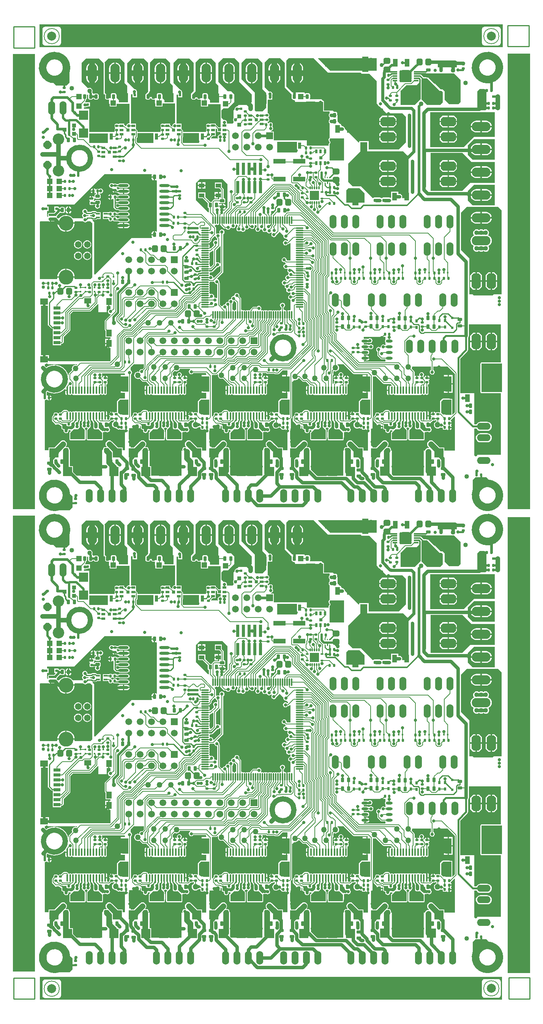
<source format=gtl>
G04 Layer_Physical_Order=1*
G04 Layer_Color=255*
%FSLAX24Y24*%
%MOIN*%
G70*
G01*
G75*
%ADD10C,0.0070*%
G04:AMPARAMS|DCode=11|XSize=78.7mil|YSize=78.7mil|CornerRadius=39.4mil|HoleSize=0mil|Usage=FLASHONLY|Rotation=90.000|XOffset=0mil|YOffset=0mil|HoleType=Round|Shape=RoundedRectangle|*
%AMROUNDEDRECTD11*
21,1,0.0787,0.0000,0,0,90.0*
21,1,0.0000,0.0787,0,0,90.0*
1,1,0.0787,0.0000,0.0000*
1,1,0.0787,0.0000,0.0000*
1,1,0.0787,0.0000,0.0000*
1,1,0.0787,0.0000,0.0000*
%
%ADD11ROUNDEDRECTD11*%
%ADD12C,0.0100*%
%ADD13C,0.0650*%
%ADD14C,0.0450*%
%ADD15R,0.0250X0.0250*%
%ADD16R,0.0551X0.0197*%
%ADD17R,0.0110X0.0157*%
G04:AMPARAMS|DCode=18|XSize=22mil|YSize=24mil|CornerRadius=4.4mil|HoleSize=0mil|Usage=FLASHONLY|Rotation=90.000|XOffset=0mil|YOffset=0mil|HoleType=Round|Shape=RoundedRectangle|*
%AMROUNDEDRECTD18*
21,1,0.0220,0.0152,0,0,90.0*
21,1,0.0132,0.0240,0,0,90.0*
1,1,0.0088,0.0076,0.0066*
1,1,0.0088,0.0076,-0.0066*
1,1,0.0088,-0.0076,-0.0066*
1,1,0.0088,-0.0076,0.0066*
%
%ADD18ROUNDEDRECTD18*%
%ADD19C,0.0500*%
G04:AMPARAMS|DCode=20|XSize=22mil|YSize=24mil|CornerRadius=4.4mil|HoleSize=0mil|Usage=FLASHONLY|Rotation=180.000|XOffset=0mil|YOffset=0mil|HoleType=Round|Shape=RoundedRectangle|*
%AMROUNDEDRECTD20*
21,1,0.0220,0.0152,0,0,180.0*
21,1,0.0132,0.0240,0,0,180.0*
1,1,0.0088,-0.0066,0.0076*
1,1,0.0088,0.0066,0.0076*
1,1,0.0088,0.0066,-0.0076*
1,1,0.0088,-0.0066,-0.0076*
%
%ADD20ROUNDEDRECTD20*%
%ADD21R,0.1299X0.0354*%
G04:AMPARAMS|DCode=22|XSize=29.1mil|YSize=39.4mil|CornerRadius=5.8mil|HoleSize=0mil|Usage=FLASHONLY|Rotation=0.000|XOffset=0mil|YOffset=0mil|HoleType=Round|Shape=RoundedRectangle|*
%AMROUNDEDRECTD22*
21,1,0.0291,0.0277,0,0,0.0*
21,1,0.0175,0.0394,0,0,0.0*
1,1,0.0117,0.0087,-0.0139*
1,1,0.0117,-0.0087,-0.0139*
1,1,0.0117,-0.0087,0.0139*
1,1,0.0117,0.0087,0.0139*
%
%ADD22ROUNDEDRECTD22*%
G04:AMPARAMS|DCode=23|XSize=40mil|YSize=40mil|CornerRadius=20mil|HoleSize=0mil|Usage=FLASHONLY|Rotation=270.000|XOffset=0mil|YOffset=0mil|HoleType=Round|Shape=RoundedRectangle|*
%AMROUNDEDRECTD23*
21,1,0.0400,0.0000,0,0,270.0*
21,1,0.0000,0.0400,0,0,270.0*
1,1,0.0400,0.0000,0.0000*
1,1,0.0400,0.0000,0.0000*
1,1,0.0400,0.0000,0.0000*
1,1,0.0400,0.0000,0.0000*
%
%ADD23ROUNDEDRECTD23*%
%ADD24R,0.0472X0.0354*%
%ADD25R,0.0335X0.0236*%
%ADD26O,0.0591X0.0236*%
%ADD27O,0.0906X0.0236*%
G04:AMPARAMS|DCode=28|XSize=105mil|YSize=105mil|CornerRadius=26.3mil|HoleSize=0mil|Usage=FLASHONLY|Rotation=0.000|XOffset=0mil|YOffset=0mil|HoleType=Round|Shape=RoundedRectangle|*
%AMROUNDEDRECTD28*
21,1,0.1050,0.0525,0,0,0.0*
21,1,0.0525,0.1050,0,0,0.0*
1,1,0.0525,0.0263,-0.0263*
1,1,0.0525,-0.0263,-0.0263*
1,1,0.0525,-0.0263,0.0263*
1,1,0.0525,0.0263,0.0263*
%
%ADD28ROUNDEDRECTD28*%
%ADD29R,0.0402X0.0118*%
%ADD30O,0.0118X0.0709*%
%ADD31O,0.0709X0.0118*%
G04:AMPARAMS|DCode=32|XSize=29.1mil|YSize=39.4mil|CornerRadius=5.8mil|HoleSize=0mil|Usage=FLASHONLY|Rotation=270.000|XOffset=0mil|YOffset=0mil|HoleType=Round|Shape=RoundedRectangle|*
%AMROUNDEDRECTD32*
21,1,0.0291,0.0277,0,0,270.0*
21,1,0.0175,0.0394,0,0,270.0*
1,1,0.0117,-0.0139,-0.0087*
1,1,0.0117,-0.0139,0.0087*
1,1,0.0117,0.0139,0.0087*
1,1,0.0117,0.0139,-0.0087*
%
%ADD32ROUNDEDRECTD32*%
%ADD33R,0.0354X0.1299*%
%ADD34R,0.1970X0.1700*%
%ADD35R,0.0280X0.0560*%
%ADD36R,0.0480X0.0480*%
%ADD37R,0.1673X0.0465*%
G04:AMPARAMS|DCode=38|XSize=52mil|YSize=60mil|CornerRadius=13mil|HoleSize=0mil|Usage=FLASHONLY|Rotation=0.000|XOffset=0mil|YOffset=0mil|HoleType=Round|Shape=RoundedRectangle|*
%AMROUNDEDRECTD38*
21,1,0.0520,0.0340,0,0,0.0*
21,1,0.0260,0.0600,0,0,0.0*
1,1,0.0260,0.0130,-0.0170*
1,1,0.0260,-0.0130,-0.0170*
1,1,0.0260,-0.0130,0.0170*
1,1,0.0260,0.0130,0.0170*
%
%ADD38ROUNDEDRECTD38*%
%ADD39R,0.0295X0.1102*%
G04:AMPARAMS|DCode=40|XSize=40mil|YSize=40mil|CornerRadius=20mil|HoleSize=0mil|Usage=FLASHONLY|Rotation=0.000|XOffset=0mil|YOffset=0mil|HoleType=Round|Shape=RoundedRectangle|*
%AMROUNDEDRECTD40*
21,1,0.0400,0.0000,0,0,0.0*
21,1,0.0000,0.0400,0,0,0.0*
1,1,0.0400,0.0000,0.0000*
1,1,0.0400,0.0000,0.0000*
1,1,0.0400,0.0000,0.0000*
1,1,0.0400,0.0000,0.0000*
%
%ADD40ROUNDEDRECTD40*%
%ADD41R,0.0480X0.0480*%
%ADD42R,0.0790X0.0790*%
%ADD43R,0.0790X0.0790*%
%ADD44R,0.0240X0.0240*%
%ADD45R,0.0200X0.0280*%
%ADD46R,0.0630X0.1260*%
%ADD47R,0.1260X0.0630*%
G04:AMPARAMS|DCode=48|XSize=52mil|YSize=60mil|CornerRadius=13mil|HoleSize=0mil|Usage=FLASHONLY|Rotation=90.000|XOffset=0mil|YOffset=0mil|HoleType=Round|Shape=RoundedRectangle|*
%AMROUNDEDRECTD48*
21,1,0.0520,0.0340,0,0,90.0*
21,1,0.0260,0.0600,0,0,90.0*
1,1,0.0260,0.0170,0.0130*
1,1,0.0260,0.0170,-0.0130*
1,1,0.0260,-0.0170,-0.0130*
1,1,0.0260,-0.0170,0.0130*
%
%ADD48ROUNDEDRECTD48*%
%ADD49R,0.0433X0.0669*%
%ADD50C,0.0600*%
%ADD51R,0.0453X0.0591*%
%ADD52R,0.0591X0.0315*%
%ADD53R,0.0669X0.0551*%
%ADD54R,0.0591X0.0453*%
%ADD55R,0.0250X0.0250*%
%ADD56R,0.0551X0.1339*%
%ADD57R,0.0360X0.0320*%
%ADD58R,0.2055X0.1220*%
%ADD59O,0.0138X0.0669*%
%ADD60R,0.0118X0.0157*%
%ADD61R,0.0240X0.0240*%
%ADD62R,0.0236X0.0335*%
%ADD63C,0.0394*%
%ADD64R,0.1102X0.0394*%
%ADD65R,0.0354X0.0157*%
%ADD66R,0.0128X0.0106*%
%ADD67R,0.0157X0.0118*%
%ADD68O,0.0110X0.0315*%
%ADD69O,0.0315X0.0110*%
%ADD70R,0.0807X0.0807*%
%ADD71C,0.0240*%
%ADD72C,0.0080*%
%ADD73C,0.0200*%
%ADD74C,0.0120*%
%ADD75C,0.0500*%
%ADD76C,0.0160*%
%ADD77C,0.0400*%
%ADD78C,0.0140*%
%ADD79C,0.0290*%
%ADD80C,0.0320*%
%ADD81C,0.0250*%
%ADD82C,0.0300*%
%ADD83C,0.0220*%
%ADD84C,0.0150*%
%ADD85R,0.0591X0.0591*%
%ADD86C,0.0591*%
%ADD87O,0.1200X0.0600*%
%ADD88O,0.1650X0.0825*%
%ADD89P,0.0758X8X292.5*%
%ADD90C,0.1000*%
%ADD91O,0.0600X0.1200*%
%ADD92C,0.0580*%
%ADD93C,0.1305*%
G04:AMPARAMS|DCode=94|XSize=133mil|YSize=83mil|CornerRadius=0mil|HoleSize=0mil|Usage=FLASHONLY|Rotation=270.000|XOffset=0mil|YOffset=0mil|HoleType=Round|Shape=Octagon|*
%AMOCTAGOND94*
4,1,8,-0.0208,-0.0665,0.0208,-0.0665,0.0415,-0.0458,0.0415,0.0458,0.0208,0.0665,-0.0208,0.0665,-0.0415,0.0458,-0.0415,-0.0458,-0.0208,-0.0665,0.0*
%
%ADD94OCTAGOND94*%

G04:AMPARAMS|DCode=95|XSize=133mil|YSize=83mil|CornerRadius=0mil|HoleSize=0mil|Usage=FLASHONLY|Rotation=180.000|XOffset=0mil|YOffset=0mil|HoleType=Round|Shape=Octagon|*
%AMOCTAGOND95*
4,1,8,-0.0665,0.0208,-0.0665,-0.0208,-0.0458,-0.0415,0.0458,-0.0415,0.0665,-0.0208,0.0665,0.0208,0.0458,0.0415,-0.0458,0.0415,-0.0665,0.0208,0.0*
%
%ADD95OCTAGOND95*%

%ADD96O,0.0825X0.1650*%
%ADD97C,0.0290*%
%ADD98C,0.0400*%
%ADD99C,0.0300*%
%ADD100C,0.0340*%
%ADD101C,0.0380*%
%ADD102C,0.0250*%
G36*
X2350Y2817D02*
X2350Y2817D01*
X411D01*
Y42800D01*
X2350D01*
X2350Y2817D01*
D02*
G37*
G36*
X2349Y43340D02*
X2349Y43340D01*
X411D01*
Y83250D01*
X2349D01*
X2349Y43340D01*
D02*
G37*
G36*
X43350Y2354D02*
Y356D01*
X2758Y356D01*
Y2354D01*
X43350Y2354D01*
D02*
G37*
G36*
X45789Y2700D02*
X45789Y2700D01*
X43850D01*
X43850Y42650D01*
X45789D01*
X45789Y2700D01*
D02*
G37*
G36*
X43400Y83846D02*
X2735D01*
Y85844D01*
X43400D01*
Y83846D01*
D02*
G37*
G36*
X45789Y43350D02*
X45789Y43350D01*
X43850D01*
X43850Y83300D01*
X45789D01*
X45789Y43350D01*
D02*
G37*
%LPC*%
G36*
X4402Y2135D02*
Y2133D01*
X3220D01*
Y2135D01*
X3131Y2117D01*
X3056Y2066D01*
X3005Y1991D01*
X2987Y1902D01*
X2989D01*
Y720D01*
X2987D01*
X3005Y631D01*
X3056Y556D01*
X3131Y505D01*
X3220Y487D01*
Y489D01*
X4402D01*
Y487D01*
X4491Y505D01*
X4566Y556D01*
X4617Y631D01*
X4635Y720D01*
X4633D01*
Y1902D01*
X4635D01*
X4617Y1991D01*
X4566Y2066D01*
X4491Y2117D01*
X4402Y2135D01*
D02*
G37*
G36*
X42990Y85643D02*
Y85641D01*
X41809D01*
Y85643D01*
X41720Y85625D01*
X41644Y85575D01*
X41594Y85499D01*
X41576Y85410D01*
X41577D01*
Y84229D01*
X41576D01*
X41594Y84139D01*
X41644Y84064D01*
X41720Y84013D01*
X41809Y83995D01*
Y83997D01*
X42990D01*
Y83995D01*
X43079Y84013D01*
X43155Y84064D01*
X43206Y84139D01*
X43223Y84229D01*
X43222D01*
Y85410D01*
X43223D01*
X43206Y85499D01*
X43155Y85575D01*
X43079Y85625D01*
X42990Y85643D01*
D02*
G37*
G36*
X4402D02*
Y85641D01*
X3220D01*
Y85643D01*
X3131Y85625D01*
X3056Y85575D01*
X3005Y85499D01*
X2987Y85410D01*
X2989D01*
Y84229D01*
X2987D01*
X3005Y84139D01*
X3056Y84064D01*
X3131Y84013D01*
X3220Y83995D01*
Y83997D01*
X4402D01*
Y83995D01*
X4491Y84013D01*
X4566Y84064D01*
X4617Y84139D01*
X4635Y84229D01*
X4633D01*
Y85410D01*
X4635D01*
X4617Y85499D01*
X4566Y85575D01*
X4491Y85625D01*
X4402Y85643D01*
D02*
G37*
G36*
X42990Y2164D02*
Y2163D01*
X41809D01*
Y2164D01*
X41720Y2147D01*
X41644Y2096D01*
X41594Y2020D01*
X41576Y1931D01*
X41577D01*
Y750D01*
X41576D01*
X41594Y661D01*
X41644Y585D01*
X41720Y535D01*
X41809Y517D01*
Y518D01*
X42990D01*
Y517D01*
X43079Y535D01*
X43155Y585D01*
X43206Y661D01*
X43223Y750D01*
X43222D01*
Y1931D01*
X43223D01*
X43206Y2020D01*
X43155Y2096D01*
X43079Y2147D01*
X42990Y2164D01*
D02*
G37*
%LPD*%
G36*
X18103Y22745D02*
X18109Y22717D01*
X18156Y22646D01*
X18227Y22599D01*
X18311Y22582D01*
X18344Y22555D01*
Y21397D01*
X18264Y21358D01*
X18225Y21384D01*
X18141Y21400D01*
X18123Y21397D01*
X18121Y21397D01*
X18061Y21466D01*
X18070Y21511D01*
X18054Y21595D01*
X18006Y21666D01*
X17935Y21714D01*
X17851Y21730D01*
X17767Y21714D01*
X17753Y21704D01*
X17681Y21752D01*
X17684Y21768D01*
X17674Y21819D01*
X17646Y21861D01*
Y21872D01*
X17674Y21915D01*
X17684Y21965D01*
X17674Y22015D01*
X17646Y22058D01*
Y22069D01*
X17674Y22112D01*
X17684Y22162D01*
X17674Y22212D01*
X17646Y22255D01*
Y22266D01*
X17674Y22308D01*
X17684Y22359D01*
X17674Y22409D01*
X17646Y22452D01*
Y22463D01*
X17674Y22505D01*
X17684Y22556D01*
X17674Y22606D01*
X17646Y22649D01*
Y22659D01*
X17674Y22702D01*
X17684Y22753D01*
X17702Y22774D01*
X17976D01*
X17976Y22774D01*
X18014Y22781D01*
X18020Y22782D01*
X18103Y22745D01*
D02*
G37*
G36*
X43311Y29041D02*
X43311Y21671D01*
X42591D01*
X42491Y21571D01*
X40871D01*
X40771Y21671D01*
X40461D01*
Y24811D01*
Y24861D01*
X40261Y25061D01*
X39731Y25591D01*
Y28841D01*
X40231Y29341D01*
X43011D01*
X43311Y29041D01*
D02*
G37*
G36*
X20019Y20924D02*
Y20361D01*
X19939Y20304D01*
X19935Y20305D01*
X19884Y20295D01*
X19842Y20267D01*
X19831D01*
X19788Y20295D01*
X19738Y20305D01*
X19733Y20304D01*
X19653Y20361D01*
Y20867D01*
X19696Y20896D01*
X19744Y20967D01*
X19760Y21051D01*
X19755Y21076D01*
X19781Y21102D01*
X19832Y21112D01*
X20019Y20924D01*
D02*
G37*
G36*
X18639Y24151D02*
Y23707D01*
X18067Y23135D01*
X18056Y23136D01*
X17985Y23167D01*
X17974Y23225D01*
X17926Y23296D01*
X17855Y23344D01*
X17771Y23360D01*
X17714Y23349D01*
X17703Y23405D01*
X17667Y23458D01*
X17664Y23474D01*
X17674Y23490D01*
X17684Y23540D01*
X17753Y23604D01*
X17827D01*
X17878Y23614D01*
X17921Y23643D01*
X18345Y24067D01*
X18371Y24062D01*
X18455Y24079D01*
X18526Y24126D01*
X18559Y24175D01*
X18639Y24151D01*
D02*
G37*
G36*
X18204Y26752D02*
X18209Y26727D01*
X18256Y26656D01*
X18299Y26627D01*
Y26616D01*
X18299Y26616D01*
X18307Y26573D01*
X18326Y26545D01*
X18321Y26485D01*
X18315Y26457D01*
X18264Y26428D01*
X18201Y26440D01*
X18117Y26424D01*
X18046Y26376D01*
X17998Y26305D01*
X17982Y26221D01*
X17998Y26137D01*
X18046Y26066D01*
X18051Y25970D01*
X17791Y25710D01*
X17708Y25740D01*
X17703Y25767D01*
X17667Y25820D01*
X17664Y25837D01*
X17674Y25852D01*
X17684Y25902D01*
X17674Y25952D01*
X17664Y25968D01*
X17667Y25984D01*
X17703Y26037D01*
X17705Y26049D01*
X17257D01*
Y26149D01*
X17705D01*
X17703Y26161D01*
X17668Y26212D01*
X17674Y26217D01*
X17801Y26343D01*
X17801Y26343D01*
X17825Y26380D01*
X17834Y26423D01*
Y26495D01*
X18117Y26778D01*
X18204Y26752D01*
D02*
G37*
G36*
X18004Y25492D02*
Y24312D01*
X17790Y24099D01*
X17735Y24122D01*
X17714Y24136D01*
X17703Y24193D01*
X17667Y24245D01*
X17664Y24262D01*
X17674Y24277D01*
X17684Y24327D01*
X17674Y24378D01*
X17646Y24420D01*
Y24431D01*
X17674Y24474D01*
X17684Y24524D01*
X17674Y24575D01*
X17664Y24590D01*
X17667Y24606D01*
X17703Y24659D01*
X17705Y24671D01*
X17257D01*
Y24771D01*
X17705D01*
X17703Y24783D01*
X17667Y24836D01*
X17664Y24852D01*
X17674Y24868D01*
X17684Y24918D01*
X17674Y24968D01*
X17646Y25011D01*
Y25022D01*
X17674Y25064D01*
X17684Y25115D01*
X17674Y25165D01*
X17646Y25208D01*
Y25219D01*
X17674Y25261D01*
X17684Y25312D01*
X17683Y25316D01*
X17740Y25396D01*
X17748D01*
X17748Y25396D01*
X17791Y25405D01*
X17828Y25429D01*
X17924Y25525D01*
X18004Y25492D01*
D02*
G37*
G36*
X18639Y25886D02*
Y24411D01*
X18559Y24387D01*
X18526Y24436D01*
X18455Y24484D01*
X18371Y24500D01*
X18308Y24488D01*
X18228Y24533D01*
Y25555D01*
X18535Y25862D01*
X18535Y25862D01*
X18560Y25898D01*
X18639Y25886D01*
D02*
G37*
G36*
X33112Y17723D02*
X33080Y17674D01*
X33065Y17601D01*
X33080Y17528D01*
X33112Y17479D01*
Y17247D01*
X33081Y17233D01*
X33063Y17229D01*
X33062Y17229D01*
X32995Y17274D01*
X32911Y17290D01*
X32827Y17274D01*
X32756Y17226D01*
X32708Y17155D01*
X32692Y17071D01*
X32697Y17046D01*
X32651Y17018D01*
X32596Y17055D01*
X32512Y17072D01*
X32428Y17055D01*
X32357Y17007D01*
X32309Y16936D01*
X32293Y16852D01*
X32309Y16768D01*
X32357Y16697D01*
X32404Y16666D01*
Y16365D01*
X32404Y16365D01*
X32412Y16322D01*
X32437Y16286D01*
X32701Y16022D01*
X32701Y16022D01*
X32737Y15997D01*
X32780Y15989D01*
X32780Y15989D01*
X33106D01*
X33112Y15979D01*
Y15799D01*
X31203D01*
Y15879D01*
X31258D01*
Y16101D01*
Y16323D01*
X31203D01*
Y16409D01*
X31485D01*
X31559Y16424D01*
X31621Y16465D01*
X31662Y16528D01*
X31677Y16601D01*
X31662Y16674D01*
X31621Y16737D01*
X31559Y16778D01*
X31485Y16793D01*
X31203D01*
Y16909D01*
X31485D01*
X31559Y16924D01*
X31621Y16965D01*
X31672Y16952D01*
X31678Y16943D01*
X31749Y16896D01*
X31833Y16879D01*
X31917Y16896D01*
X31988Y16943D01*
X32035Y17015D01*
X32052Y17098D01*
X32035Y17182D01*
X31988Y17253D01*
X31917Y17301D01*
X31833Y17318D01*
X31749Y17301D01*
X31678Y17253D01*
X31674Y17247D01*
X31621Y17237D01*
X31559Y17278D01*
X31485Y17293D01*
X31203D01*
Y17409D01*
X31485D01*
X31559Y17424D01*
X31595Y17448D01*
X31613D01*
X31657Y17419D01*
X31741Y17402D01*
X31825Y17419D01*
X31896Y17466D01*
X31944Y17537D01*
X31960Y17621D01*
X31944Y17705D01*
X31896Y17776D01*
X31825Y17824D01*
X31741Y17840D01*
X31657Y17824D01*
X31586Y17776D01*
X31579Y17765D01*
X31559Y17778D01*
X31485Y17793D01*
X31203D01*
Y17955D01*
X33112D01*
Y17723D01*
D02*
G37*
G36*
X39191Y14729D02*
Y11320D01*
X39013Y11141D01*
X38967Y11161D01*
Y12527D01*
X38778D01*
X38750Y12545D01*
X38711Y12553D01*
X38171D01*
X38132Y12545D01*
X38099Y12523D01*
X37919Y12343D01*
X37897Y12310D01*
X37889Y12271D01*
Y11357D01*
X37853Y11334D01*
X37840Y11331D01*
X37822Y11343D01*
X37777Y11352D01*
X37625D01*
X37581Y11343D01*
X37543Y11318D01*
X37489Y11328D01*
X37481Y11340D01*
X37433Y11372D01*
X37377Y11383D01*
X37351D01*
Y11170D01*
X37301D01*
Y11120D01*
X37078D01*
Y11104D01*
X37089Y11048D01*
X37121Y11000D01*
X37133Y10993D01*
X37143Y10939D01*
X37118Y10901D01*
X37109Y10857D01*
Y10757D01*
X37038Y10687D01*
X36941D01*
X36900Y10737D01*
X36905Y10763D01*
Y10979D01*
X36733D01*
Y11029D01*
X36683D01*
Y11457D01*
X36667Y11454D01*
X36611Y11416D01*
X36549Y11414D01*
X36531Y11426D01*
X36477Y11436D01*
X36423Y11426D01*
X36380Y11397D01*
X36366Y11391D01*
X36333D01*
X36318Y11397D01*
X36276Y11426D01*
X36257Y11429D01*
D01*
X36221Y11436D01*
X36167Y11426D01*
X36160Y11421D01*
X36026D01*
X36020Y11426D01*
X35965Y11436D01*
X35911Y11426D01*
X35904Y11421D01*
X35771D01*
X35764Y11426D01*
X35710Y11436D01*
X35655Y11426D01*
X35649Y11421D01*
X35515D01*
X35508Y11426D01*
X35454Y11436D01*
X35399Y11426D01*
X35393Y11421D01*
X35259D01*
X35252Y11426D01*
X35198Y11436D01*
X35144Y11426D01*
X35137Y11421D01*
X35003D01*
X34996Y11426D01*
X34942Y11436D01*
X34888Y11426D01*
X34881Y11421D01*
X34747D01*
X34740Y11426D01*
X34686Y11436D01*
X34632Y11426D01*
X34625Y11421D01*
X34491D01*
X34484Y11426D01*
X34430Y11436D01*
X34376Y11426D01*
X34369Y11421D01*
X34235D01*
X34228Y11426D01*
X34174Y11436D01*
X34120Y11426D01*
X34113Y11421D01*
X33979D01*
X33972Y11426D01*
X33918Y11436D01*
X33864Y11426D01*
X33857Y11421D01*
X33821Y11397D01*
X33807Y11391D01*
X33774D01*
X33759Y11397D01*
X33723Y11421D01*
X33717Y11426D01*
X33708Y11427D01*
X33662Y11436D01*
X33608Y11426D01*
X33567Y11398D01*
X33566Y11398D01*
X33542Y11403D01*
X33515Y11414D01*
X33510Y11437D01*
X33486Y11473D01*
X33486Y11473D01*
X33448Y11510D01*
X33412Y11535D01*
X33369Y11543D01*
X33369Y11543D01*
X33111D01*
X33111Y11543D01*
X33068Y11535D01*
X33032Y11510D01*
X32852Y11330D01*
X32744D01*
X32699Y11321D01*
X32662Y11296D01*
X32640Y11264D01*
X32613Y11261D01*
X32587Y11264D01*
X32565Y11296D01*
X32527Y11321D01*
X32483Y11330D01*
X32331D01*
X32286Y11321D01*
X32249Y11296D01*
X32223Y11258D01*
X32215Y11214D01*
Y11114D01*
X32097Y10997D01*
X32073Y10961D01*
X32065Y10918D01*
X32065Y10918D01*
Y10639D01*
X32065Y10639D01*
X32073Y10596D01*
X32097Y10560D01*
X32329Y10329D01*
X32329Y10329D01*
X32338Y10322D01*
X32343Y10301D01*
X32330Y10240D01*
Y10151D01*
X32579D01*
X32828D01*
Y10182D01*
X32840Y10192D01*
X32840Y10192D01*
X32896D01*
Y9962D01*
X32906Y9912D01*
X32935Y9870D01*
X32977Y9842D01*
X33027Y9832D01*
X33059D01*
X33100Y9782D01*
X33092Y9741D01*
X33108Y9657D01*
X33156Y9586D01*
X33227Y9538D01*
X33311Y9522D01*
X33395Y9538D01*
X33466Y9586D01*
X33514Y9657D01*
X33530Y9741D01*
X33527Y9759D01*
X33572Y9789D01*
X33603Y9768D01*
X33687Y9752D01*
X33706Y9756D01*
X33730Y9710D01*
X33650Y9630D01*
X33587D01*
Y9135D01*
X33601D01*
Y8971D01*
X33607Y8944D01*
X33622Y8921D01*
X33646Y8905D01*
X33673Y8900D01*
X34953D01*
X34980Y8905D01*
X35003Y8921D01*
X35019Y8944D01*
X35024Y8971D01*
Y9135D01*
X35026D01*
Y9630D01*
X35024D01*
Y9781D01*
X35019Y9808D01*
X35003Y9831D01*
X34930Y9905D01*
X34945Y9952D01*
X34975Y9959D01*
X35046Y10006D01*
X35051Y10013D01*
X35101D01*
X35106Y10006D01*
X35177Y9959D01*
X35197Y9955D01*
X35212Y9907D01*
X35136Y9831D01*
X35121Y9808D01*
X35115Y9781D01*
Y9630D01*
X35107D01*
Y9135D01*
X35115D01*
Y8971D01*
X35121Y8944D01*
X35136Y8921D01*
X35159Y8905D01*
X35187Y8900D01*
X36467D01*
X36494Y8905D01*
X36517Y8921D01*
X36533Y8944D01*
X36538Y8971D01*
Y9135D01*
X36546D01*
Y9583D01*
X36558Y9594D01*
X36596Y9616D01*
X36667Y9602D01*
X36751Y9618D01*
X36794Y9648D01*
X36853Y9609D01*
X36937Y9592D01*
X37021Y9609D01*
X37092Y9656D01*
X37139Y9727D01*
X37156Y9811D01*
X37139Y9895D01*
X37139Y9896D01*
X37134Y9902D01*
X37092Y9966D01*
X37088Y9969D01*
X37075Y10037D01*
X37084Y10051D01*
X37096Y10112D01*
Y10201D01*
X36848D01*
Y10301D01*
X37096D01*
Y10390D01*
X37091Y10415D01*
X37086Y10452D01*
X37127Y10471D01*
X37128Y10471D01*
X37164Y10495D01*
X37277Y10609D01*
X37377D01*
X37422Y10618D01*
X37459Y10643D01*
X37474Y10665D01*
X37528D01*
X37543Y10643D01*
X37581Y10618D01*
X37589Y10616D01*
Y10549D01*
X37520Y10521D01*
X37453Y10469D01*
X37402Y10402D01*
X37369Y10325D01*
X37358Y10241D01*
X37369Y10157D01*
X37402Y10080D01*
X37453Y10013D01*
X37520Y9962D01*
X37597Y9929D01*
X37681Y9918D01*
X37765Y9929D01*
X37842Y9962D01*
X37884Y9994D01*
X37905Y10010D01*
X37907Y10008D01*
X37991Y9992D01*
X38075Y10008D01*
X38079Y10011D01*
X38111Y9994D01*
X38129D01*
Y9984D01*
Y9935D01*
X38137Y9896D01*
D01*
X38138Y9891D01*
X38163Y9853D01*
X38201Y9828D01*
X38245Y9819D01*
X38377D01*
X38421Y9828D01*
X38459Y9853D01*
X38512Y9841D01*
X38518Y9831D01*
X38566Y9799D01*
X38622Y9788D01*
X38638D01*
Y10011D01*
X38688D01*
Y10061D01*
X38901D01*
Y10087D01*
X38890Y10143D01*
X38872Y10170D01*
X38862Y10206D01*
X38872Y10242D01*
X38890Y10269D01*
X38901Y10325D01*
Y10351D01*
X38688D01*
Y10451D01*
X38901D01*
Y10477D01*
X38890Y10533D01*
X38858Y10581D01*
X38847Y10588D01*
X38838Y10643D01*
X38863Y10681D01*
X38866Y10695D01*
X38877Y10697D01*
X38913Y10722D01*
X38918Y10730D01*
X39159Y10970D01*
X39205Y10951D01*
X39205Y7991D01*
X38272D01*
Y8239D01*
X37872D01*
X37320Y8790D01*
X37314Y8795D01*
X37313Y8799D01*
X37281Y8831D01*
X37275Y8825D01*
X37253Y8842D01*
X37175Y8874D01*
X37092Y8885D01*
X37008Y8874D01*
X36930Y8842D01*
X36864Y8790D01*
X36812Y8724D01*
X36780Y8646D01*
X36769Y8562D01*
X36780Y8479D01*
X36812Y8401D01*
X36864Y8334D01*
X36942Y8256D01*
X36918Y8208D01*
X36877Y8214D01*
X36793Y8203D01*
X36715Y8171D01*
X36649Y8119D01*
X36597Y8052D01*
X36572Y7991D01*
X36477D01*
Y5771D01*
X33799D01*
X33657Y5914D01*
Y7991D01*
X33617D01*
X33584Y8041D01*
X33592Y8081D01*
X33575Y8165D01*
X33528Y8236D01*
X33457Y8284D01*
X33373Y8300D01*
X33330Y8292D01*
X33285Y8327D01*
X33282Y8342D01*
X33327Y8401D01*
X33360Y8479D01*
X33371Y8562D01*
X33360Y8646D01*
X33327Y8724D01*
X33276Y8790D01*
X33209Y8842D01*
X33131Y8874D01*
X33048Y8885D01*
X32964Y8874D01*
X32886Y8842D01*
X32820Y8790D01*
X32268Y8239D01*
X31981D01*
Y8336D01*
X31952D01*
X31821Y8467D01*
Y9875D01*
X31872Y9926D01*
X31981D01*
Y10858D01*
X31989Y10897D01*
Y14483D01*
X32030Y14511D01*
X32057Y14499D01*
X32141Y14488D01*
X32225Y14499D01*
X32246Y14508D01*
X32893Y13862D01*
X32893Y13862D01*
X32929Y13837D01*
X32972Y13829D01*
X33570D01*
X33670Y13729D01*
X33667Y13713D01*
X33650Y13678D01*
X33608Y13670D01*
X33590Y13658D01*
X33528Y13661D01*
X33472Y13698D01*
X33456Y13701D01*
Y13273D01*
Y12845D01*
X33472Y12848D01*
X33528Y12886D01*
X33590Y12888D01*
X33608Y12876D01*
X33662Y12866D01*
X33717Y12876D01*
X33759Y12905D01*
X33774Y12911D01*
X33807D01*
X33821Y12905D01*
X33864Y12876D01*
X33896Y12870D01*
X33918Y12866D01*
X33921Y12861D01*
X36219D01*
X36221Y12866D01*
X36244Y12870D01*
X36276Y12876D01*
X36318Y12905D01*
X36333Y12911D01*
X36366D01*
X36380Y12905D01*
X36423Y12876D01*
X36477Y12866D01*
X36531Y12876D01*
X36577Y12907D01*
X36580Y12911D01*
X36630D01*
X36633Y12907D01*
X36679Y12876D01*
X36733Y12866D01*
X36787Y12876D01*
X36833Y12907D01*
X36864Y12953D01*
X36875Y13007D01*
Y13539D01*
X36864Y13593D01*
X36845Y13621D01*
Y13792D01*
X36872Y13798D01*
X36909Y13823D01*
X36934Y13861D01*
X36943Y13905D01*
Y14037D01*
X36934Y14081D01*
X36909Y14119D01*
X36921Y14172D01*
X36931Y14178D01*
X36963Y14226D01*
X36974Y14282D01*
Y14298D01*
X36751D01*
Y14348D01*
X36701D01*
Y14561D01*
X36675D01*
X36619Y14550D01*
X36571Y14518D01*
X36539Y14470D01*
X36532Y14431D01*
X36481D01*
X36474Y14461D01*
X36449Y14499D01*
X36448Y14504D01*
X36484Y14557D01*
X36500Y14641D01*
X36484Y14725D01*
X36436Y14796D01*
X36365Y14844D01*
X36281Y14860D01*
X36197Y14844D01*
X36126Y14796D01*
X36079Y14725D01*
X36062Y14641D01*
X36079Y14557D01*
X36096Y14531D01*
X36095Y14529D01*
X36051Y14522D01*
X36034Y14524D01*
X35993Y14552D01*
X35937Y14563D01*
X35911D01*
Y14350D01*
X35811D01*
Y14563D01*
X35785D01*
X35729Y14552D01*
X35703Y14534D01*
X35653Y14561D01*
Y14881D01*
X35653Y14881D01*
X35645Y14924D01*
X35620Y14960D01*
X35620Y14960D01*
X35402Y15178D01*
X35423Y15227D01*
X35434Y15311D01*
X35456Y15337D01*
X37095Y15337D01*
Y15048D01*
X37052Y15019D01*
X37004Y14948D01*
X36987Y14864D01*
X37004Y14780D01*
X37052Y14709D01*
X37123Y14662D01*
X37207Y14645D01*
X37291Y14662D01*
X37362Y14709D01*
X37409Y14780D01*
X37426Y14864D01*
X37409Y14948D01*
X37362Y15019D01*
X37319Y15048D01*
Y15337D01*
X38584D01*
X39191Y14729D01*
D02*
G37*
G36*
X43351Y13110D02*
X41551D01*
Y13260D01*
Y15610D01*
X43351D01*
Y13110D01*
D02*
G37*
G36*
X10221Y14729D02*
Y14604D01*
X9885D01*
Y14485D01*
X10391D01*
Y13185D01*
X9885D01*
Y13065D01*
X10221D01*
Y12553D01*
X9811D01*
X9772Y12545D01*
X9739Y12523D01*
X9559Y12343D01*
X9537Y12310D01*
X9529Y12271D01*
Y11353D01*
X9528Y11352D01*
X9395D01*
X9351Y11343D01*
X9313Y11318D01*
X9258Y11327D01*
X9251Y11338D01*
X9203Y11370D01*
X9147Y11381D01*
X9121D01*
Y11168D01*
X9071D01*
Y11118D01*
X8848D01*
Y11102D01*
X8859Y11046D01*
X8891Y10998D01*
X8901Y10992D01*
X8913Y10939D01*
X8888Y10901D01*
X8879Y10857D01*
Y10757D01*
X8808Y10687D01*
X8707D01*
X8666Y10737D01*
X8671Y10763D01*
Y10979D01*
X8499D01*
Y11029D01*
X8449D01*
Y11457D01*
X8433Y11454D01*
X8377Y11416D01*
X8315Y11414D01*
X8297Y11426D01*
X8243Y11436D01*
X8189Y11426D01*
X8146Y11397D01*
X8131Y11391D01*
X8099D01*
X8084Y11397D01*
X8041Y11426D01*
X7987Y11436D01*
X7933Y11426D01*
X7926Y11421D01*
X7792D01*
X7785Y11426D01*
X7731Y11436D01*
X7677Y11426D01*
X7670Y11421D01*
X7536D01*
X7529Y11426D01*
X7475Y11436D01*
X7421Y11426D01*
X7414Y11421D01*
X7280D01*
X7274Y11426D01*
X7219Y11436D01*
X7165Y11426D01*
X7158Y11421D01*
X7024D01*
X7018Y11426D01*
X6963Y11436D01*
X6909Y11426D01*
X6902Y11421D01*
X6768D01*
X6762Y11426D01*
X6708Y11436D01*
X6653Y11426D01*
X6647Y11421D01*
X6513D01*
X6506Y11426D01*
X6452Y11436D01*
X6397Y11426D01*
X6391Y11421D01*
X6257D01*
X6250Y11426D01*
X6196Y11436D01*
X6141Y11426D01*
X6135Y11421D01*
X6001D01*
X5994Y11426D01*
X5940Y11436D01*
X5886Y11426D01*
X5879Y11421D01*
X5745D01*
X5738Y11426D01*
X5684Y11436D01*
X5630Y11426D01*
X5587Y11397D01*
X5572Y11391D01*
X5539D01*
X5525Y11397D01*
X5482Y11426D01*
X5428Y11436D01*
X5374Y11426D01*
X5332Y11398D01*
X5332Y11398D01*
X5307Y11403D01*
X5280Y11414D01*
X5276Y11437D01*
X5251Y11473D01*
X5251Y11473D01*
X5214Y11510D01*
X5178Y11535D01*
X5135Y11543D01*
X5135Y11543D01*
X4877D01*
X4877Y11543D01*
X4834Y11535D01*
X4797Y11510D01*
X4617Y11330D01*
X4509D01*
X4465Y11321D01*
X4427Y11296D01*
X4406Y11264D01*
X4379Y11261D01*
X4352Y11264D01*
X4331Y11296D01*
X4293Y11321D01*
X4248Y11330D01*
X4096D01*
X4052Y11321D01*
X4014Y11296D01*
X3989Y11258D01*
X3980Y11214D01*
Y11114D01*
X3863Y10997D01*
X3839Y10961D01*
X3830Y10918D01*
X3830Y10918D01*
Y10639D01*
X3830Y10639D01*
X3839Y10596D01*
X3863Y10560D01*
X4094Y10329D01*
X4094Y10329D01*
X4104Y10322D01*
X4108Y10301D01*
X4100Y10261D01*
X4487Y10261D01*
X4615Y10133D01*
X4643Y10147D01*
X4662Y10133D01*
Y9962D01*
X4672Y9912D01*
X4700Y9870D01*
X4743Y9842D01*
X4793Y9832D01*
X4824D01*
X4862Y9782D01*
X4852Y9731D01*
X4868Y9647D01*
X4916Y9576D01*
X4987Y9528D01*
X5071Y9512D01*
X5155Y9528D01*
X5226Y9576D01*
X5274Y9647D01*
X5290Y9731D01*
X5282Y9773D01*
X5322Y9799D01*
X5369Y9768D01*
X5452Y9752D01*
X5471Y9756D01*
X5496Y9710D01*
X5416Y9630D01*
X5353D01*
Y9135D01*
X5367D01*
Y8971D01*
X5373Y8944D01*
X5388Y8921D01*
X5411Y8905D01*
X5438Y8900D01*
X6718D01*
X6746Y8905D01*
X6769Y8921D01*
X6784Y8944D01*
X6790Y8971D01*
Y9135D01*
X6792D01*
Y9630D01*
X6790D01*
Y9781D01*
X6784Y9808D01*
X6769Y9831D01*
X6696Y9905D01*
X6710Y9952D01*
X6741Y9959D01*
X6812Y10006D01*
X6862D01*
X6933Y9959D01*
X6961Y9953D01*
X6976Y9905D01*
X6902Y9831D01*
X6887Y9808D01*
X6881Y9781D01*
Y9630D01*
X6873D01*
Y9135D01*
X6881D01*
Y8971D01*
X6887Y8944D01*
X6902Y8921D01*
X6925Y8905D01*
X6952Y8900D01*
X8232D01*
X8260Y8905D01*
X8283Y8921D01*
X8298Y8944D01*
X8304Y8971D01*
Y9135D01*
X8312D01*
Y9583D01*
X8323Y9594D01*
X8362Y9616D01*
X8432Y9602D01*
X8516Y9618D01*
X8560Y9648D01*
X8619Y9609D01*
X8702Y9592D01*
X8786Y9609D01*
X8857Y9656D01*
X8905Y9727D01*
X8922Y9811D01*
X8905Y9895D01*
X8857Y9966D01*
X8853Y9969D01*
X8841Y10037D01*
X8850Y10051D01*
X8862Y10112D01*
Y10201D01*
X8613D01*
Y10301D01*
X8862D01*
Y10390D01*
X8857Y10414D01*
X8855Y10454D01*
X8893Y10470D01*
X8898Y10471D01*
X8934Y10495D01*
X9047Y10609D01*
X9147D01*
X9191Y10618D01*
X9229Y10643D01*
X9231Y10645D01*
X9288Y10648D01*
X9301Y10632D01*
X9291Y10579D01*
X9270Y10571D01*
X9203Y10519D01*
X9151Y10452D01*
X9119Y10375D01*
X9108Y10291D01*
X9119Y10207D01*
X9151Y10130D01*
X9203Y10063D01*
X9270Y10012D01*
X9347Y9979D01*
X9431Y9968D01*
X9475Y9974D01*
X9478Y9957D01*
X9526Y9886D01*
X9597Y9839D01*
X9681Y9822D01*
X9765Y9839D01*
X9788Y9854D01*
X9793Y9853D01*
X9831Y9828D01*
X9875Y9819D01*
X10007D01*
X10046Y9827D01*
X10057Y9824D01*
X10071Y9815D01*
X10097Y9835D01*
X10150Y9831D01*
X10198Y9799D01*
X10221Y9795D01*
Y8031D01*
X10037D01*
Y8239D01*
X9637D01*
X9086Y8790D01*
X9079Y8795D01*
X9079Y8797D01*
X9046Y8830D01*
X9040Y8825D01*
X9019Y8842D01*
X8941Y8874D01*
X8857Y8885D01*
X8774Y8874D01*
X8696Y8842D01*
X8629Y8790D01*
X8578Y8724D01*
X8546Y8646D01*
X8535Y8562D01*
X8546Y8479D01*
X8578Y8401D01*
X8623Y8342D01*
X8620Y8327D01*
X8575Y8292D01*
X8532Y8300D01*
X8449Y8284D01*
X8377Y8236D01*
X8330Y8165D01*
X8313Y8081D01*
X8315Y8070D01*
X8284Y8031D01*
X8232D01*
Y5771D01*
X6019D01*
X5664Y6127D01*
Y6626D01*
X5412D01*
Y8031D01*
X5387D01*
X5355Y8070D01*
X5358Y8081D01*
X5341Y8165D01*
X5293Y8236D01*
X5222Y8284D01*
X5138Y8300D01*
X5096Y8292D01*
X5051Y8327D01*
X5048Y8342D01*
X5093Y8401D01*
X5125Y8479D01*
X5136Y8562D01*
X5125Y8646D01*
X5093Y8724D01*
X5042Y8790D01*
X4975Y8842D01*
X4897Y8874D01*
X4813Y8885D01*
X4730Y8874D01*
X4652Y8842D01*
X4585Y8790D01*
X4034Y8239D01*
X3527D01*
Y8031D01*
X3207D01*
X3207Y12429D01*
X3267D01*
X3311Y12438D01*
X3349Y12463D01*
X3403Y12453D01*
X3410Y12441D01*
X3458Y12409D01*
X3514Y12398D01*
X3530D01*
Y12621D01*
Y12844D01*
X3514D01*
X3458Y12833D01*
X3424Y12810D01*
X3379Y12829D01*
X3374Y12832D01*
Y13123D01*
X3415Y13163D01*
X3469Y13129D01*
X3652Y13054D01*
X3844Y13008D01*
X4041Y12992D01*
X4238Y13008D01*
X4430Y13054D01*
X4613Y13129D01*
X4781Y13233D01*
X4931Y13361D01*
X4953Y13386D01*
X5000Y13369D01*
Y13323D01*
X5172D01*
Y13273D01*
X5222D01*
Y12845D01*
X5238Y12848D01*
X5294Y12886D01*
X5356Y12888D01*
X5374Y12876D01*
X5428Y12866D01*
X5482Y12876D01*
X5525Y12905D01*
X5539Y12911D01*
X5572D01*
X5587Y12905D01*
X5630Y12876D01*
X5662Y12870D01*
X5684Y12866D01*
X5686Y12861D01*
X7985D01*
X7987Y12866D01*
X8009Y12870D01*
X8041Y12876D01*
X8084Y12905D01*
X8099Y12911D01*
X8131D01*
X8146Y12905D01*
X8189Y12876D01*
X8243Y12866D01*
X8297Y12876D01*
X8343Y12907D01*
X8346Y12911D01*
X8396D01*
X8399Y12907D01*
X8445Y12876D01*
X8499Y12866D01*
X8553Y12876D01*
X8599Y12907D01*
X8630Y12953D01*
X8640Y13007D01*
Y13539D01*
X8630Y13593D01*
X8611Y13621D01*
Y13795D01*
X8626Y13798D01*
X8664Y13823D01*
X8689Y13861D01*
X8698Y13905D01*
Y14037D01*
X8689Y14081D01*
X8664Y14119D01*
X8675Y14172D01*
X8685Y14178D01*
X8717Y14226D01*
X8728Y14282D01*
Y14298D01*
X8505D01*
Y14348D01*
X8455D01*
Y14561D01*
X8429D01*
X8373Y14550D01*
X8326Y14518D01*
X8294Y14470D01*
X8283Y14414D01*
Y14399D01*
X8233Y14372D01*
X8228Y14376D01*
Y14417D01*
X8219Y14461D01*
X8204Y14483D01*
X8234Y14527D01*
X8250Y14611D01*
X8234Y14695D01*
X8217Y14720D01*
X8241Y14764D01*
X10171D01*
X10221Y14729D01*
D02*
G37*
G36*
X24511Y14604D02*
X24471D01*
Y14485D01*
X24551D01*
Y13185D01*
X24471D01*
Y13065D01*
X24511D01*
Y12553D01*
X23971D01*
X23932Y12545D01*
X23899Y12523D01*
X23719Y12343D01*
X23697Y12310D01*
X23689Y12271D01*
Y11368D01*
X23675Y11356D01*
X23642Y11336D01*
X23641Y11336D01*
X23607Y11342D01*
X23455D01*
X23411Y11333D01*
X23373Y11308D01*
X23319Y11318D01*
X23311Y11330D01*
X23263Y11362D01*
X23207Y11373D01*
X23181D01*
Y11160D01*
X23131D01*
Y11110D01*
X22908D01*
Y11094D01*
X22919Y11038D01*
X22951Y10990D01*
X22963Y10983D01*
X22973Y10929D01*
X22948Y10891D01*
X22939Y10847D01*
Y10747D01*
X22878Y10687D01*
X22766D01*
X22726Y10737D01*
X22731Y10763D01*
Y10979D01*
X22559D01*
Y11029D01*
X22509D01*
Y11457D01*
X22493Y11454D01*
X22437Y11416D01*
X22375Y11414D01*
X22357Y11426D01*
X22303Y11436D01*
X22249Y11426D01*
X22206Y11397D01*
X22191Y11391D01*
X22158D01*
X22144Y11397D01*
X22101Y11426D01*
X22092Y11427D01*
D01*
X22047Y11436D01*
X21993Y11426D01*
X21986Y11421D01*
X21852D01*
X21845Y11426D01*
X21791Y11436D01*
X21737Y11426D01*
X21730Y11421D01*
X21596D01*
X21589Y11426D01*
X21535Y11436D01*
X21481Y11426D01*
X21474Y11421D01*
X21340D01*
X21333Y11426D01*
X21279Y11436D01*
X21225Y11426D01*
X21218Y11421D01*
X21084D01*
X21077Y11426D01*
X21023Y11436D01*
X20969Y11426D01*
X20962Y11421D01*
X20828D01*
X20821Y11426D01*
X20767Y11436D01*
X20713Y11426D01*
X20706Y11421D01*
X20572D01*
X20566Y11426D01*
X20511Y11436D01*
X20457Y11426D01*
X20450Y11421D01*
X20316D01*
X20310Y11426D01*
X20255Y11436D01*
X20201Y11426D01*
X20194Y11421D01*
X20061D01*
X20054Y11426D01*
X20000Y11436D01*
X19945Y11426D01*
X19939Y11421D01*
X19805D01*
X19798Y11426D01*
X19744Y11436D01*
X19689Y11426D01*
X19647Y11397D01*
X19632Y11391D01*
X19599D01*
X19585Y11397D01*
X19542Y11426D01*
X19533Y11427D01*
X19532Y11428D01*
X19488Y11436D01*
X19434Y11426D01*
X19392Y11398D01*
X19391Y11398D01*
X19367Y11403D01*
X19340Y11414D01*
X19335Y11437D01*
X19311Y11473D01*
X19311Y11473D01*
X19274Y11510D01*
X19237Y11535D01*
X19194Y11543D01*
X19194Y11543D01*
X18937D01*
X18937Y11543D01*
X18894Y11535D01*
X18857Y11510D01*
X18677Y11330D01*
X18569D01*
X18525Y11321D01*
X18487Y11296D01*
X18465Y11264D01*
X18439Y11261D01*
X18412Y11264D01*
X18390Y11296D01*
X18353Y11321D01*
X18308Y11330D01*
X18156D01*
X18112Y11321D01*
X18074Y11296D01*
X18049Y11258D01*
X18040Y11214D01*
Y11114D01*
X17923Y10997D01*
X17913Y10983D01*
X17863Y10998D01*
Y14471D01*
X17859Y14493D01*
Y14549D01*
X17859Y14549D01*
X17854Y14574D01*
X17867Y14591D01*
X17891Y14611D01*
X17893Y14612D01*
X17927Y14605D01*
X18228D01*
X18228Y14605D01*
X18271Y14614D01*
X18307Y14638D01*
X18348Y14679D01*
X18395Y14656D01*
X18388Y14601D01*
X18399Y14517D01*
X18432Y14440D01*
X18483Y14373D01*
X18550Y14322D01*
X18627Y14289D01*
X18711Y14278D01*
X18795Y14289D01*
X18836Y14306D01*
X19420Y13722D01*
X19420Y13722D01*
X19425Y13719D01*
X19427Y13704D01*
X19421Y13661D01*
X19416Y13658D01*
X19354Y13661D01*
X19298Y13698D01*
X19282Y13701D01*
Y13273D01*
Y12845D01*
X19298Y12848D01*
X19354Y12886D01*
X19416Y12888D01*
X19434Y12876D01*
X19488Y12866D01*
X19542Y12876D01*
X19585Y12905D01*
X19599Y12911D01*
X19632D01*
X19647Y12905D01*
X19689Y12876D01*
X19721Y12870D01*
X19744Y12866D01*
X19746Y12861D01*
X22044D01*
X22047Y12866D01*
X22069Y12870D01*
X22101Y12876D01*
X22144Y12905D01*
X22158Y12911D01*
X22191D01*
X22206Y12905D01*
X22249Y12876D01*
X22303Y12866D01*
X22357Y12876D01*
X22403Y12907D01*
X22406Y12911D01*
X22456D01*
X22458Y12907D01*
X22504Y12876D01*
X22559Y12866D01*
X22613Y12876D01*
X22659Y12907D01*
X22689Y12953D01*
X22700Y13007D01*
Y13539D01*
X22689Y13593D01*
X22671Y13621D01*
Y13791D01*
X22706Y13798D01*
X22743Y13823D01*
X22769Y13861D01*
X22777Y13905D01*
Y14037D01*
X22769Y14081D01*
X22743Y14119D01*
X22755Y14172D01*
X22765Y14178D01*
X22797Y14226D01*
X22808Y14282D01*
Y14298D01*
X22585D01*
Y14348D01*
X22535D01*
Y14561D01*
X22509D01*
X22453Y14550D01*
X22405Y14518D01*
X22374Y14470D01*
X22362Y14414D01*
Y14399D01*
X22312Y14372D01*
X22307Y14376D01*
Y14417D01*
X22299Y14461D01*
X22274Y14498D01*
X22314Y14557D01*
X22330Y14641D01*
X22314Y14725D01*
X22304Y14740D01*
X22327Y14784D01*
X22643D01*
X22675Y14752D01*
X22675Y14752D01*
X22711Y14727D01*
X22754Y14719D01*
X22754Y14719D01*
X23014D01*
X23014Y14719D01*
X23032Y14722D01*
X23115D01*
X23133Y14719D01*
X23368D01*
X23379Y14708D01*
X23379Y14708D01*
X23416Y14683D01*
X23459Y14675D01*
X23459Y14675D01*
X23676D01*
X23676Y14675D01*
X23719Y14683D01*
X23756Y14708D01*
X24082Y15034D01*
X24511D01*
Y14604D01*
D02*
G37*
G36*
X3187Y20685D02*
X3470D01*
Y19041D01*
X3479Y18994D01*
X3506Y18955D01*
X3756Y18705D01*
X3795Y18678D01*
X3842Y18669D01*
X3913D01*
Y18097D01*
Y17664D01*
Y17231D01*
X4644D01*
Y17346D01*
X4692D01*
X4692Y17346D01*
X4735Y17354D01*
X4772Y17379D01*
X4832Y17439D01*
X4832Y17439D01*
X4856Y17475D01*
X4864Y17518D01*
X4864Y17518D01*
Y17931D01*
X5407Y18473D01*
X5407Y18473D01*
X5431Y18509D01*
X5439Y18552D01*
X5439Y18552D01*
Y19953D01*
X5671Y20184D01*
X7158D01*
X7158Y20184D01*
X7201Y20192D01*
X7237Y20216D01*
X7858Y20837D01*
X7863Y20837D01*
X7908Y20822D01*
Y20668D01*
X7908Y20667D01*
Y20175D01*
X7913Y20147D01*
X7929Y20124D01*
X7952Y20109D01*
X7979Y20103D01*
X8570D01*
X8597Y20109D01*
X8620Y20124D01*
X8636Y20147D01*
X8641Y20175D01*
Y20645D01*
X8786D01*
Y21041D01*
X8886D01*
Y20645D01*
X8985D01*
Y20402D01*
X8968Y20389D01*
X8885Y20372D01*
X8813Y20324D01*
X8766Y20253D01*
X8749Y20169D01*
X8766Y20085D01*
X8813Y20014D01*
X8885Y19967D01*
X8968Y19950D01*
X8972Y19948D01*
X8975Y19895D01*
X8499Y19419D01*
X8475Y19383D01*
X8466Y19340D01*
X8466Y19340D01*
Y18613D01*
X8466Y18613D01*
X8475Y18570D01*
X8499Y18534D01*
X8539Y18493D01*
Y17920D01*
X8985D01*
Y17775D01*
X8886D01*
Y17379D01*
Y16984D01*
X8985D01*
Y15865D01*
X8940Y15821D01*
X3572D01*
Y15932D01*
X3137D01*
Y15982D01*
X3087D01*
Y16357D01*
X2882D01*
Y20685D01*
X3087D01*
Y21060D01*
X3187D01*
Y20685D01*
D02*
G37*
G36*
X6023Y15561D02*
X6042Y15516D01*
X6009Y15483D01*
X5985Y15493D01*
X5901Y15504D01*
X5817Y15493D01*
X5740Y15461D01*
X5673Y15409D01*
X5622Y15342D01*
X5589Y15265D01*
X5578Y15181D01*
X5589Y15097D01*
X5610Y15048D01*
X5332Y14770D01*
X5307Y14734D01*
X5299Y14691D01*
X5299Y14691D01*
Y14602D01*
X5249Y14596D01*
X5238Y14640D01*
X5163Y14823D01*
X5059Y14991D01*
X4931Y15141D01*
X4781Y15269D01*
X4613Y15373D01*
X4430Y15448D01*
X4238Y15494D01*
X4041Y15510D01*
X3844Y15494D01*
X3652Y15448D01*
X3469Y15373D01*
X3340Y15293D01*
X3217Y15417D01*
X3207Y15424D01*
Y15561D01*
X6023Y15561D01*
D02*
G37*
G36*
X30252Y14732D02*
X30252Y14732D01*
X30288Y14707D01*
X30331Y14699D01*
X31536D01*
X31581Y14654D01*
Y14604D01*
X31541D01*
Y14485D01*
X31621D01*
Y13185D01*
X31541D01*
Y13065D01*
X31581D01*
Y12553D01*
X31041D01*
X31002Y12545D01*
X30969Y12523D01*
X30789Y12343D01*
X30767Y12310D01*
X30759Y12271D01*
Y11387D01*
X30709Y11350D01*
X30697Y11352D01*
X30545D01*
X30501Y11343D01*
X30463Y11318D01*
X30409Y11328D01*
X30401Y11340D01*
X30353Y11372D01*
X30297Y11383D01*
X30271D01*
Y11170D01*
X30221D01*
Y11120D01*
X29998D01*
Y11104D01*
X30009Y11048D01*
X30041Y11000D01*
X30053Y10993D01*
X30063Y10939D01*
X30038Y10901D01*
X30029Y10857D01*
Y10757D01*
X29958Y10687D01*
X29852D01*
X29812Y10737D01*
X29817Y10763D01*
Y10979D01*
X29645D01*
Y11029D01*
X29595D01*
Y11457D01*
X29579Y11454D01*
X29523Y11416D01*
X29461Y11414D01*
X29443Y11426D01*
X29389Y11436D01*
X29334Y11426D01*
X29292Y11397D01*
X29277Y11391D01*
X29244D01*
X29230Y11397D01*
X29187Y11426D01*
X29133Y11436D01*
X29079Y11426D01*
X29072Y11421D01*
X28938D01*
X28931Y11426D01*
X28877Y11436D01*
X28823Y11426D01*
X28816Y11421D01*
X28682D01*
X28675Y11426D01*
X28621Y11436D01*
X28567Y11426D01*
X28560Y11421D01*
X28426D01*
X28419Y11426D01*
X28365Y11436D01*
X28311Y11426D01*
X28304Y11421D01*
X28170D01*
X28163Y11426D01*
X28109Y11436D01*
X28055Y11426D01*
X28048Y11421D01*
X27914D01*
X27907Y11426D01*
X27853Y11436D01*
X27799Y11426D01*
X27792Y11421D01*
X27658D01*
X27652Y11426D01*
X27597Y11436D01*
X27543Y11426D01*
X27536Y11421D01*
X27402D01*
X27396Y11426D01*
X27341Y11436D01*
X27287Y11426D01*
X27280Y11421D01*
X27147D01*
X27140Y11426D01*
X27086Y11436D01*
X27031Y11426D01*
X27025Y11421D01*
X26891D01*
X26884Y11426D01*
X26830Y11436D01*
X26784Y11427D01*
X26775Y11426D01*
X26769Y11421D01*
X26733Y11397D01*
X26718Y11391D01*
X26685D01*
X26671Y11397D01*
X26635Y11421D01*
X26628Y11426D01*
X26574Y11436D01*
X26520Y11426D01*
X26478Y11398D01*
X26477Y11398D01*
X26453Y11403D01*
X26426Y11414D01*
X26421Y11437D01*
X26397Y11473D01*
X26397Y11473D01*
X26360Y11510D01*
X26323Y11535D01*
X26280Y11543D01*
X26280Y11543D01*
X26023D01*
X26023Y11543D01*
X25980Y11535D01*
X25943Y11510D01*
X25763Y11330D01*
X25655D01*
X25611Y11321D01*
X25573Y11296D01*
X25551Y11264D01*
X25525Y11261D01*
X25498Y11264D01*
X25476Y11296D01*
X25439Y11321D01*
X25394Y11330D01*
X25242D01*
X25198Y11321D01*
X25160Y11296D01*
X25135Y11258D01*
X25126Y11214D01*
Y11114D01*
X25009Y10997D01*
X24985Y10961D01*
X24976Y10918D01*
X24976Y10918D01*
Y10639D01*
X24976Y10639D01*
X24985Y10596D01*
X25009Y10560D01*
X25240Y10329D01*
X25240Y10329D01*
X25250Y10322D01*
X25254Y10301D01*
X25242Y10240D01*
Y10151D01*
X25490D01*
Y10051D01*
X25242D01*
Y9962D01*
X25249Y9926D01*
X25732D01*
X25739Y9962D01*
Y10122D01*
X25789Y10147D01*
X25808Y10133D01*
Y9962D01*
X25818Y9912D01*
X25846Y9870D01*
X25888Y9842D01*
X25939Y9832D01*
X25974D01*
X26012Y9782D01*
X26002Y9731D01*
X26019Y9647D01*
X26066Y9576D01*
X26137Y9528D01*
X26221Y9512D01*
X26305Y9528D01*
X26376Y9576D01*
X26424Y9647D01*
X26440Y9731D01*
X26434Y9764D01*
X26478Y9793D01*
X26514Y9768D01*
X26598Y9752D01*
X26617Y9756D01*
X26642Y9710D01*
X26562Y9630D01*
X26499D01*
Y9135D01*
X26513D01*
Y8971D01*
X26518Y8944D01*
X26534Y8921D01*
X26557Y8905D01*
X26584Y8900D01*
X27864D01*
X27892Y8905D01*
X27915Y8921D01*
X27930Y8944D01*
X27936Y8971D01*
Y9135D01*
X27938D01*
Y9630D01*
X27936D01*
Y9781D01*
X27930Y9808D01*
X27915Y9831D01*
X27842Y9905D01*
X27856Y9952D01*
X27886Y9959D01*
X27950Y10001D01*
X27973Y10006D01*
X27992D01*
X28014Y10001D01*
X28079Y9959D01*
X28107Y9953D01*
X28121Y9905D01*
X28048Y9831D01*
X28032Y9808D01*
X28027Y9781D01*
Y9630D01*
X28019D01*
Y9135D01*
X28027D01*
Y8971D01*
X28032Y8944D01*
X28048Y8921D01*
X28071Y8905D01*
X28098Y8900D01*
X29378D01*
X29406Y8905D01*
X29429Y8921D01*
X29444Y8944D01*
X29450Y8971D01*
Y9135D01*
X29458D01*
Y9583D01*
X29469Y9594D01*
X29508Y9616D01*
X29578Y9602D01*
X29662Y9618D01*
X29706Y9648D01*
X29764Y9609D01*
X29848Y9592D01*
X29932Y9609D01*
X30003Y9656D01*
X30051Y9727D01*
X30067Y9811D01*
X30051Y9895D01*
X30003Y9966D01*
X29999Y9969D01*
X29986Y10037D01*
X29995Y10051D01*
X30008Y10112D01*
Y10201D01*
X29759D01*
Y10301D01*
X30008D01*
Y10390D01*
X30003Y10413D01*
X30005Y10455D01*
X30039Y10469D01*
X30048Y10471D01*
X30084Y10495D01*
X30197Y10609D01*
X30297D01*
X30341Y10618D01*
X30379Y10643D01*
X30394Y10665D01*
X30448D01*
X30463Y10643D01*
X30501Y10618D01*
X30519Y10614D01*
Y10541D01*
X30470Y10521D01*
X30403Y10469D01*
X30352Y10402D01*
X30319Y10325D01*
X30308Y10241D01*
X30319Y10157D01*
X30352Y10080D01*
X30403Y10013D01*
X30470Y9962D01*
X30514Y9943D01*
X30539Y9933D01*
X30547Y9929D01*
X30631Y9918D01*
X30715Y9929D01*
X30748Y9943D01*
X30792Y9962D01*
X30809Y9974D01*
X30847Y9948D01*
X30931Y9932D01*
X30969Y9939D01*
X30999Y9937D01*
D01*
X31019Y9935D01*
X31028Y9891D01*
X31053Y9853D01*
X31091Y9828D01*
X31135Y9819D01*
X31267D01*
X31312Y9828D01*
X31349Y9853D01*
X31402Y9841D01*
X31408Y9831D01*
X31456Y9799D01*
X31512Y9788D01*
X31581D01*
Y7991D01*
X31183D01*
Y8239D01*
X30783D01*
X30231Y8790D01*
X30225Y8795D01*
X30225Y8797D01*
X30191Y8830D01*
X30186Y8825D01*
X30165Y8842D01*
X30087Y8874D01*
X30003Y8885D01*
X29920Y8874D01*
X29842Y8842D01*
X29775Y8790D01*
X29724Y8724D01*
X29691Y8646D01*
X29680Y8562D01*
X29691Y8479D01*
X29724Y8401D01*
X29769Y8342D01*
X29766Y8327D01*
X29721Y8292D01*
X29678Y8300D01*
X29594Y8284D01*
X29523Y8236D01*
X29476Y8165D01*
X29459Y8081D01*
X29467Y8041D01*
X29434Y7991D01*
X29388D01*
Y5771D01*
X27101D01*
X26568Y6304D01*
Y7991D01*
X26529D01*
X26495Y8041D01*
X26503Y8081D01*
X26487Y8165D01*
X26439Y8236D01*
X26368Y8284D01*
X26284Y8300D01*
X26242Y8292D01*
X26196Y8327D01*
X26193Y8342D01*
X26239Y8401D01*
X26271Y8479D01*
X26282Y8562D01*
X26271Y8646D01*
X26239Y8724D01*
X26187Y8790D01*
X26121Y8842D01*
X26043Y8874D01*
X25959Y8885D01*
X25876Y8874D01*
X25798Y8842D01*
X25731Y8790D01*
X25179Y8239D01*
X24801D01*
Y8397D01*
X24782Y8416D01*
Y9926D01*
X24801D01*
Y10752D01*
X24886Y10837D01*
X24886Y10837D01*
X24910Y10874D01*
X24919Y10917D01*
Y14011D01*
X24951D01*
X25108Y14168D01*
X25181Y14158D01*
X25265Y14169D01*
X25342Y14202D01*
X25409Y14253D01*
X25461Y14320D01*
X25463Y14326D01*
X25522Y14337D01*
X25818Y14042D01*
X25818Y14042D01*
X25854Y14017D01*
X25897Y14009D01*
X25897Y14009D01*
X26148D01*
X26428Y13729D01*
X26396Y13690D01*
X26384Y13698D01*
X26368Y13701D01*
Y13273D01*
Y12845D01*
X26384Y12848D01*
X26440Y12886D01*
X26502Y12888D01*
X26520Y12876D01*
X26574Y12866D01*
X26628Y12876D01*
X26671Y12905D01*
X26685Y12911D01*
X26718D01*
X26733Y12905D01*
X26775Y12876D01*
X26807Y12870D01*
X26830Y12866D01*
X26832Y12861D01*
X29130D01*
X29133Y12866D01*
X29155Y12870D01*
X29187Y12876D01*
X29230Y12905D01*
X29244Y12911D01*
X29277D01*
X29292Y12905D01*
X29334Y12876D01*
X29389Y12866D01*
X29443Y12876D01*
X29489Y12907D01*
X29492Y12911D01*
X29542D01*
X29544Y12907D01*
X29590Y12876D01*
X29645Y12866D01*
X29699Y12876D01*
X29745Y12907D01*
X29775Y12953D01*
X29786Y13007D01*
Y13539D01*
X29775Y13593D01*
X29757Y13621D01*
Y13791D01*
X29792Y13798D01*
X29829Y13823D01*
X29854Y13861D01*
X29863Y13905D01*
Y14037D01*
X29854Y14081D01*
X29829Y14119D01*
X29841Y14172D01*
X29851Y14178D01*
X29883Y14226D01*
X29894Y14282D01*
Y14298D01*
X29671D01*
Y14348D01*
X29621D01*
Y14561D01*
X29595D01*
X29539Y14550D01*
X29491Y14518D01*
X29459Y14470D01*
X29448Y14414D01*
Y14400D01*
X29398Y14373D01*
X29393Y14376D01*
Y14417D01*
X29385Y14461D01*
X29359Y14499D01*
X29359Y14503D01*
X29395Y14557D01*
X29412Y14641D01*
X29395Y14725D01*
X29347Y14796D01*
X29276Y14844D01*
X29192Y14860D01*
X29109Y14844D01*
X29037Y14796D01*
X28990Y14725D01*
X28973Y14641D01*
X28990Y14557D01*
X29008Y14531D01*
X29006Y14528D01*
X28958Y14521D01*
X28945Y14524D01*
X28903Y14552D01*
X28847Y14563D01*
X28821D01*
Y14350D01*
X28771D01*
Y14300D01*
X28548D01*
Y14284D01*
X28560Y14228D01*
X28591Y14180D01*
X28603Y14173D01*
X28613Y14119D01*
X28588Y14081D01*
X28579Y14037D01*
Y13905D01*
X28542Y13868D01*
X28527Y13846D01*
X28477Y13861D01*
Y14572D01*
X28496Y14591D01*
X28496Y14591D01*
X28520Y14627D01*
X28529Y14670D01*
Y14777D01*
X28543Y14798D01*
X28552Y14841D01*
X28552Y14841D01*
Y14921D01*
X28593Y14954D01*
X28627Y14939D01*
X28711Y14928D01*
X28795Y14939D01*
X28872Y14971D01*
X28939Y15023D01*
X28991Y15090D01*
X29023Y15167D01*
X29034Y15251D01*
X29023Y15335D01*
X28991Y15412D01*
X28939Y15479D01*
X28898Y15511D01*
X28915Y15561D01*
X29422D01*
X30252Y14732D01*
D02*
G37*
G36*
X12595Y32161D02*
X12585Y32110D01*
Y32021D01*
X12833D01*
Y31971D01*
X12883D01*
Y31671D01*
X12921D01*
X12982Y31683D01*
X12991Y31689D01*
X13041Y31662D01*
Y27220D01*
X12991Y27193D01*
X12982Y27199D01*
X12921Y27211D01*
X12883D01*
Y26911D01*
X12833D01*
Y26861D01*
X12585D01*
Y26772D01*
X12597Y26711D01*
X12617Y26681D01*
X12590Y26631D01*
X10801D01*
X7587Y23417D01*
X7541Y23436D01*
X7541Y28001D01*
X7390Y28152D01*
X7411Y28202D01*
X7646D01*
X7693Y28211D01*
X7733Y28238D01*
X7753Y28268D01*
X7768Y28283D01*
X8114D01*
Y28580D01*
X8114D01*
Y28598D01*
X8114D01*
Y28895D01*
X7778D01*
X7732Y28941D01*
X7693Y28967D01*
X7646Y28976D01*
X7371D01*
X7324Y28967D01*
X7285Y28941D01*
X7253Y28909D01*
X6970D01*
X6938Y28948D01*
X6940Y28959D01*
X6924Y29043D01*
X6876Y29114D01*
X6805Y29162D01*
X6721Y29178D01*
X6637Y29162D01*
X6566Y29114D01*
X6518Y29043D01*
X6502Y28959D01*
X6518Y28875D01*
X6560Y28813D01*
X6565Y28757D01*
X6546Y28744D01*
X6499Y28673D01*
X6482Y28589D01*
X6499Y28505D01*
X6546Y28434D01*
X6568Y28420D01*
X6575Y28358D01*
X6560Y28341D01*
X5653D01*
X5574Y28437D01*
X5464Y28527D01*
X5339Y28594D01*
X5203Y28635D01*
X5061Y28649D01*
X4919Y28635D01*
X4783Y28594D01*
X4658Y28527D01*
X4548Y28437D01*
X4469Y28341D01*
X4348D01*
X4260Y28430D01*
X4250Y28436D01*
Y28496D01*
X4259Y28502D01*
X4284Y28540D01*
X4293Y28584D01*
Y28597D01*
X4516Y28820D01*
X4560Y28839D01*
X4588Y28824D01*
X4606Y28812D01*
X4656Y28802D01*
X4831D01*
X4881Y28812D01*
X4923Y28840D01*
X4952Y28882D01*
X4961Y28932D01*
Y29210D01*
X4952Y29260D01*
X4923Y29302D01*
X4881Y29330D01*
X4831Y29340D01*
X4656D01*
X4606Y29330D01*
X4563Y29302D01*
X4537Y29262D01*
X4535Y29264D01*
X4458Y29279D01*
X4434Y29304D01*
X4411Y29319D01*
Y29371D01*
X4031D01*
Y29198D01*
X4028Y29181D01*
X4031Y29164D01*
Y28991D01*
X4132D01*
X4151Y28945D01*
X4038Y28832D01*
X4025D01*
X3985Y28824D01*
X3792D01*
X3792Y28824D01*
X3747Y28833D01*
X3595D01*
X3551Y28824D01*
X3513Y28799D01*
X3488Y28761D01*
X3479Y28717D01*
Y28585D01*
X3488Y28541D01*
X3497Y28527D01*
X3483Y28469D01*
X3482Y28467D01*
X3470Y28462D01*
X3391Y28541D01*
Y28991D01*
X3538D01*
Y29371D01*
X3391D01*
Y29561D01*
X5781D01*
X8081Y31861D01*
X8431Y32211D01*
X12568D01*
X12595Y32161D01*
D02*
G37*
G36*
X28041Y41131D02*
X28411D01*
X30921Y41131D01*
X31031Y41021D01*
X31711Y41021D01*
X32331Y40401D01*
Y38411D01*
X32446Y38297D01*
X32448Y38282D01*
X32503Y38201D01*
X32584Y38147D01*
X32598Y38144D01*
X33191Y37551D01*
X34591D01*
X34911Y37231D01*
Y35011D01*
X34301Y34401D01*
X31627D01*
Y35121D01*
X30797D01*
Y35020D01*
X30751Y35001D01*
X29543Y36209D01*
X29532Y36267D01*
X29478Y36348D01*
X29397Y36402D01*
X29339Y36413D01*
X29206Y36546D01*
Y36616D01*
X29136D01*
X28891Y36861D01*
X28891Y37401D01*
X28882Y37410D01*
Y37540D01*
X28870Y37601D01*
X28835Y37654D01*
X28782Y37689D01*
X28721Y37701D01*
X28591D01*
X27745Y38547D01*
Y38561D01*
X27738Y38600D01*
X27716Y38633D01*
X27682Y38655D01*
X27643Y38663D01*
X27629D01*
X27511Y38781D01*
X26500Y38781D01*
X26476Y38825D01*
X26480Y38831D01*
X26492Y38892D01*
Y39170D01*
X26480Y39231D01*
X26445Y39284D01*
X26392Y39319D01*
X26331Y39331D01*
X26156D01*
X26094Y39319D01*
X26061Y39296D01*
X26011Y39321D01*
Y39374D01*
X25331D01*
Y39371D01*
X24931D01*
X24401Y39901D01*
Y42181D01*
X24591Y42371D01*
X26801D01*
X28041Y41131D01*
D02*
G37*
G36*
X25351Y34131D02*
X23591D01*
Y35041D01*
X25351D01*
Y34131D01*
D02*
G37*
G36*
X42701Y35271D02*
X42701Y33501D01*
X40771Y33501D01*
X40341Y33931D01*
Y34751D01*
X40861Y35271D01*
X42701Y35271D01*
D02*
G37*
G36*
X8721Y34941D02*
X7111D01*
Y35799D01*
X7121Y35801D01*
X8721D01*
Y34941D01*
D02*
G37*
G36*
X18265Y36213D02*
X18277Y36196D01*
X18289Y36179D01*
X18290Y36178D01*
X18290Y36177D01*
X18325Y36144D01*
Y35918D01*
X18631D01*
Y35713D01*
X18603Y35690D01*
X18519Y35674D01*
X18448Y35626D01*
X18400Y35555D01*
X18384Y35471D01*
X18400Y35391D01*
X18399Y35379D01*
X18378Y35341D01*
X17809D01*
X17789Y35391D01*
X17936Y35539D01*
X18208D01*
Y35913D01*
Y36176D01*
X18257Y36213D01*
X18265Y36213D01*
D02*
G37*
G36*
X12731Y34951D02*
X11355D01*
X11278Y35028D01*
Y35406D01*
X11301Y35429D01*
X11324Y35464D01*
X11332Y35505D01*
Y35821D01*
X12731D01*
Y34951D01*
D02*
G37*
G36*
X16741Y34941D02*
X15381D01*
X15308Y35014D01*
Y35436D01*
X15317Y35445D01*
X15340Y35479D01*
X15348Y35520D01*
Y35821D01*
X16741D01*
Y34941D01*
D02*
G37*
G36*
X29481Y35251D02*
Y33421D01*
X28191D01*
Y34747D01*
X28191Y34747D01*
Y34758D01*
X28192Y34770D01*
X28191Y34772D01*
Y34775D01*
X28191Y34776D01*
Y34841D01*
X28196Y34865D01*
X28227Y34912D01*
X28251Y34928D01*
X28256Y34933D01*
X28261Y34936D01*
X28265Y34942D01*
X28270Y34947D01*
X28273Y34954D01*
X28277Y34960D01*
X28278Y34966D01*
X28281Y34973D01*
Y34980D01*
X28282Y34987D01*
Y35043D01*
X28281Y35050D01*
Y35057D01*
X28278Y35063D01*
X28277Y35070D01*
X28273Y35076D01*
X28270Y35082D01*
X28265Y35087D01*
X28261Y35093D01*
X28256Y35097D01*
X28251Y35102D01*
X28227Y35117D01*
X28196Y35165D01*
X28191Y35189D01*
Y35253D01*
X28196Y35277D01*
X28227Y35325D01*
X28251Y35340D01*
X28256Y35345D01*
X28261Y35349D01*
X28265Y35355D01*
X28270Y35360D01*
X28271Y35361D01*
X29481D01*
Y35251D01*
D02*
G37*
G36*
X42701Y31271D02*
X42701Y29501D01*
X40771Y29501D01*
X40341Y29931D01*
Y30751D01*
X40861Y31271D01*
X42701Y31271D01*
D02*
G37*
G36*
X3721Y28061D02*
X3747D01*
X3803Y28072D01*
X3846Y28101D01*
X3921D01*
X3969Y28069D01*
X4025Y28058D01*
X4051D01*
Y28271D01*
X4151D01*
Y28058D01*
X4177D01*
X4233Y28069D01*
X4275Y28097D01*
X4289Y28092D01*
X4317Y28051D01*
X4310Y27973D01*
X5061D01*
X5812D01*
X5805Y28051D01*
X5839Y28101D01*
X6571D01*
X6596Y28064D01*
X6667Y28017D01*
X6751Y28000D01*
X6835Y28017D01*
X6906Y28064D01*
X6931Y28101D01*
X7201D01*
X7381Y27921D01*
Y23171D01*
X7241Y23031D01*
X5848D01*
X5806Y23081D01*
X5812Y23141D01*
X5061D01*
X4310D01*
X4316Y23081D01*
X4274Y23031D01*
X2781D01*
X2771Y28066D01*
X2806Y28101D01*
X3496D01*
X3539Y28072D01*
X3595Y28061D01*
X3621D01*
Y28274D01*
X3721D01*
Y28061D01*
D02*
G37*
G36*
X18607Y27738D02*
X18619Y27740D01*
X18674Y27717D01*
X18910Y27482D01*
X18910Y27482D01*
X18946Y27457D01*
X18989Y27449D01*
X18989Y27449D01*
X19117D01*
X19146Y27406D01*
X19217Y27359D01*
X19301Y27342D01*
X19385Y27359D01*
X19456Y27406D01*
X19504Y27477D01*
X19509Y27507D01*
X19548Y27521D01*
X19596Y27530D01*
X19657Y27489D01*
X19741Y27472D01*
X19825Y27489D01*
X19896Y27536D01*
X19944Y27607D01*
X19960Y27691D01*
X19954Y27722D01*
X19985Y27769D01*
X20033Y27794D01*
X20081Y27769D01*
X20081Y27769D01*
X20127Y27700D01*
X20125Y27685D01*
X20119Y27651D01*
Y27598D01*
X20086Y27576D01*
X20038Y27505D01*
X20022Y27421D01*
X20038Y27337D01*
X20086Y27266D01*
X20157Y27218D01*
X20241Y27202D01*
X20325Y27218D01*
X20346Y27232D01*
X20446Y27226D01*
X20517Y27178D01*
X20601Y27162D01*
X20685Y27178D01*
X20756Y27226D01*
X20804Y27297D01*
X20810Y27329D01*
X20831Y27382D01*
X20897Y27387D01*
X20921Y27382D01*
X21005Y27399D01*
X21076Y27446D01*
X21111Y27499D01*
X21134Y27518D01*
X21207Y27528D01*
X21208Y27527D01*
X21224Y27524D01*
X21256Y27476D01*
X21327Y27429D01*
X21411Y27412D01*
X21495Y27429D01*
X21566Y27476D01*
X21614Y27547D01*
X21630Y27631D01*
X21616Y27701D01*
X21629Y27722D01*
X21643Y27738D01*
X21677Y27765D01*
X21706Y27759D01*
X21711Y27760D01*
X21791Y27703D01*
Y27576D01*
X21746Y27546D01*
X21699Y27475D01*
X21682Y27391D01*
X21699Y27307D01*
X21746Y27236D01*
X21817Y27188D01*
X21901Y27172D01*
X21985Y27188D01*
X22056Y27236D01*
X22104Y27307D01*
X22110Y27339D01*
X22131Y27392D01*
X22197Y27397D01*
X22221Y27392D01*
X22289Y27324D01*
X22299Y27277D01*
X22346Y27206D01*
X22417Y27159D01*
X22501Y27142D01*
X22585Y27159D01*
X22615Y27178D01*
X22693Y27168D01*
X22708Y27152D01*
X22746Y27096D01*
X22817Y27048D01*
X22901Y27032D01*
X22985Y27048D01*
X23038Y27084D01*
X23113Y27080D01*
X23137Y27073D01*
X23148Y27055D01*
X23144Y27048D01*
X23108Y26995D01*
X23092Y26911D01*
X23108Y26827D01*
X23156Y26756D01*
X23227Y26709D01*
X23311Y26692D01*
X23395Y26709D01*
X23466Y26756D01*
X23514Y26827D01*
X23528Y26899D01*
X23754Y27125D01*
X23754Y27125D01*
X23846Y27142D01*
X23852Y27140D01*
X24163Y26829D01*
X24152Y26771D01*
X24169Y26687D01*
X24216Y26616D01*
X24287Y26569D01*
X24371Y26552D01*
X24429Y26563D01*
X24578Y26414D01*
X24528Y26351D01*
X24480Y26356D01*
X24409Y26404D01*
X24325Y26420D01*
X24241Y26404D01*
X24170Y26356D01*
X24123Y26285D01*
X24106Y26201D01*
X24123Y26117D01*
X24170Y26046D01*
X24241Y25998D01*
X24325Y25982D01*
X24409Y25998D01*
X24480Y26046D01*
X24509Y26089D01*
X24551D01*
X24551Y26089D01*
X24594Y26097D01*
X24630Y26122D01*
X24701Y26192D01*
X24781Y26159D01*
X24781Y24636D01*
X24493D01*
X24430Y24710D01*
X24430Y24711D01*
X24414Y24795D01*
X24366Y24866D01*
X24295Y24914D01*
X24211Y24930D01*
X24127Y24914D01*
X24056Y24866D01*
X24009Y24795D01*
X23992Y24711D01*
X24009Y24627D01*
X24056Y24556D01*
X24127Y24509D01*
X24211Y24492D01*
X24262Y24502D01*
X24319Y24445D01*
X24319Y24445D01*
X24346Y24427D01*
X24348Y24390D01*
X24337Y24344D01*
X24287Y24334D01*
X24216Y24286D01*
X24169Y24215D01*
X24152Y24131D01*
X24169Y24047D01*
X24216Y23976D01*
X24287Y23928D01*
X24371Y23912D01*
X24455Y23928D01*
X24467Y23936D01*
X24524Y23879D01*
X24509Y23855D01*
X24492Y23771D01*
X24509Y23687D01*
X24556Y23616D01*
X24627Y23568D01*
X24632Y23556D01*
X24599Y23505D01*
X24584Y23431D01*
X24562Y23391D01*
X24531Y23360D01*
X24447Y23344D01*
X24376Y23296D01*
X24328Y23225D01*
X24312Y23141D01*
X24328Y23057D01*
X24376Y22986D01*
X24412Y22962D01*
X24432Y22879D01*
X24386Y22856D01*
X24315Y22904D01*
X24231Y22920D01*
X24147Y22904D01*
X24076Y22856D01*
X24028Y22785D01*
X24012Y22701D01*
X24028Y22617D01*
X24076Y22546D01*
X24147Y22499D01*
X24207Y22487D01*
X24232Y22479D01*
X24267Y22407D01*
X24262Y22381D01*
X24279Y22297D01*
X24326Y22226D01*
X24397Y22178D01*
X24412Y22094D01*
X24402Y22041D01*
X24418Y21957D01*
X24466Y21886D01*
X24537Y21839D01*
X24621Y21822D01*
X24701Y21838D01*
X24706Y21838D01*
X24773Y21802D01*
X24780Y21793D01*
X24772Y21751D01*
X24781Y21705D01*
Y21660D01*
X24697Y21644D01*
X24626Y21596D01*
X24578Y21525D01*
X24562Y21441D01*
X24578Y21357D01*
X24626Y21286D01*
X24697Y21239D01*
X24781Y21222D01*
Y21187D01*
X24772Y21141D01*
X24781Y21095D01*
Y20344D01*
X24717Y20300D01*
X24701Y20297D01*
X24659Y20305D01*
X24609Y20295D01*
X24593Y20285D01*
X24577Y20288D01*
X24524Y20324D01*
X24512Y20326D01*
Y19878D01*
X24412D01*
Y20326D01*
X24400Y20324D01*
X24348Y20288D01*
X24331Y20285D01*
X24316Y20295D01*
X24265Y20305D01*
X24261Y20304D01*
X24181Y20361D01*
Y20536D01*
X24226Y20566D01*
X24274Y20637D01*
X24290Y20721D01*
X24274Y20805D01*
X24226Y20876D01*
X24155Y20924D01*
X24071Y20940D01*
X23987Y20924D01*
X23916Y20876D01*
X23869Y20805D01*
X23852Y20721D01*
X23869Y20637D01*
X23916Y20566D01*
X23956Y20539D01*
Y20361D01*
X23876Y20304D01*
X23872Y20305D01*
X23821Y20295D01*
X23779Y20267D01*
X23768D01*
X23725Y20295D01*
X23675Y20305D01*
X23624Y20295D01*
X23582Y20267D01*
X23571D01*
X23528Y20295D01*
X23478Y20305D01*
X23428Y20295D01*
X23385Y20267D01*
X23374D01*
X23331Y20295D01*
X23281Y20305D01*
X23231Y20295D01*
X23188Y20267D01*
X23177D01*
X23135Y20295D01*
X23084Y20305D01*
X23034Y20295D01*
X22986Y20270D01*
X22938Y20295D01*
X22887Y20305D01*
X22837Y20295D01*
X22794Y20267D01*
X22784D01*
X22741Y20295D01*
X22691Y20305D01*
X22640Y20295D01*
X22592Y20270D01*
X22544Y20295D01*
X22494Y20305D01*
X22443Y20295D01*
X22401Y20267D01*
X22390D01*
X22347Y20295D01*
X22297Y20305D01*
X22246Y20295D01*
X22223Y20283D01*
X22170Y20338D01*
X22181Y20364D01*
X22194Y20382D01*
X22210Y20466D01*
X22194Y20550D01*
X22146Y20621D01*
X22075Y20669D01*
X21991Y20685D01*
X21907Y20669D01*
X21836Y20621D01*
X21811Y20583D01*
X21518D01*
X21518Y20583D01*
X21475Y20575D01*
X21438Y20550D01*
X21438Y20550D01*
X21233Y20345D01*
X21166Y20295D01*
X21116Y20305D01*
X21065Y20295D01*
X21017Y20270D01*
X20969Y20295D01*
X20919Y20305D01*
X20869Y20295D01*
X20826Y20267D01*
X20815D01*
X20772Y20295D01*
X20722Y20305D01*
X20672Y20295D01*
X20624Y20270D01*
X20576Y20295D01*
X20525Y20305D01*
X20521Y20304D01*
X20440Y20361D01*
Y21314D01*
X20432Y21357D01*
X20408Y21393D01*
X20408Y21393D01*
X20270Y21530D01*
X20280Y21581D01*
X20264Y21665D01*
X20216Y21736D01*
X20145Y21784D01*
X20061Y21800D01*
X19977Y21784D01*
X19906Y21736D01*
X19858Y21665D01*
X19847Y21609D01*
X19792Y21551D01*
X19769Y21538D01*
X19697Y21524D01*
X19626Y21476D01*
X19578Y21405D01*
X19562Y21321D01*
X19492Y21261D01*
X19457Y21254D01*
X19386Y21206D01*
X19339Y21135D01*
X19322Y21051D01*
X19296Y21025D01*
X19271Y21030D01*
X19187Y21014D01*
X19116Y20966D01*
X19068Y20895D01*
X19052Y20811D01*
X18975Y20787D01*
X18907Y20774D01*
X18836Y20726D01*
X18797Y20667D01*
X18710Y20640D01*
X18568Y20782D01*
Y22656D01*
X18568Y22656D01*
X18560Y22699D01*
X18535Y22735D01*
X18520Y22750D01*
X18530Y22801D01*
X18514Y22885D01*
X18466Y22956D01*
X18395Y23004D01*
X18370Y23008D01*
X18344Y23095D01*
X18830Y23582D01*
X18830Y23582D01*
X18855Y23618D01*
X18863Y23661D01*
X18863Y23661D01*
Y26967D01*
X18906Y26996D01*
X18954Y27067D01*
X18970Y27151D01*
X18954Y27235D01*
X18906Y27306D01*
X18835Y27354D01*
X18751Y27370D01*
X18667Y27354D01*
X18596Y27306D01*
X18549Y27235D01*
X18532Y27151D01*
X18547Y27075D01*
X18520Y27042D01*
X18487Y27015D01*
X18411Y27030D01*
X18327Y27014D01*
X18308Y27001D01*
X18228Y27044D01*
Y27501D01*
X18228Y27501D01*
X18220Y27544D01*
X18195Y27581D01*
X18195Y27581D01*
X18105Y27671D01*
X18108Y27688D01*
X18163Y27759D01*
X18213Y27769D01*
X18256Y27797D01*
X18267D01*
X18309Y27769D01*
X18360Y27759D01*
X18410Y27769D01*
X18425Y27779D01*
X18442Y27776D01*
X18495Y27740D01*
X18507Y27738D01*
Y28186D01*
X18607D01*
Y27738D01*
D02*
G37*
G36*
X19231Y31341D02*
Y29741D01*
Y29291D01*
X18947Y29007D01*
X18897Y29012D01*
X18891Y29021D01*
X18843Y29053D01*
X18787Y29064D01*
X18771D01*
Y28841D01*
X18671D01*
Y29064D01*
X18662D01*
X18650Y29069D01*
X18625Y29096D01*
X18632Y29115D01*
X18721D01*
Y29363D01*
Y29612D01*
X18632D01*
X18571Y29600D01*
X18558Y29591D01*
X18508Y29618D01*
Y29650D01*
X18499Y29690D01*
X18525Y29708D01*
X18545Y29715D01*
X18582Y29691D01*
X18632Y29681D01*
X18910D01*
X18960Y29691D01*
X19002Y29719D01*
X19030Y29761D01*
X19040Y29811D01*
Y29986D01*
X19030Y30036D01*
X19002Y30079D01*
X18960Y30107D01*
X18910Y30117D01*
X18898D01*
Y30888D01*
X18889Y30931D01*
X18865Y30967D01*
X18865Y30967D01*
X18746Y31086D01*
Y31481D01*
X18133D01*
Y30987D01*
X18528D01*
X18673Y30841D01*
Y30645D01*
X18489D01*
Y30368D01*
Y30054D01*
X18495Y30044D01*
X18478Y30011D01*
X18079D01*
X18079Y30011D01*
X18036Y30002D01*
X17999Y29978D01*
X17999Y29978D01*
X17902Y29880D01*
X17877Y29844D01*
X17872Y29815D01*
X17868Y29801D01*
X17819Y29779D01*
X17811Y29780D01*
X17729D01*
X17289Y30220D01*
Y30615D01*
X16676D01*
Y30121D01*
X17071D01*
X17511Y29681D01*
X17505Y29650D01*
Y29372D01*
X17515Y29322D01*
X17543Y29280D01*
X17586Y29252D01*
X17611Y29247D01*
Y28871D01*
X17531D01*
X16861Y29541D01*
X16461Y29941D01*
Y31451D01*
X16811Y31801D01*
X18771D01*
X19231Y31341D01*
D02*
G37*
G36*
X40651Y33301D02*
X42701Y33301D01*
Y31461D01*
X40521Y31461D01*
X39821Y30761D01*
X37061D01*
Y34071D01*
X39881D01*
X40651Y33301D01*
D02*
G37*
G36*
X35141Y33731D02*
Y30471D01*
X34781Y30111D01*
X34594D01*
X34565Y30161D01*
X34581Y30241D01*
X34562Y30337D01*
X34508Y30418D01*
X34427Y30472D01*
X34331Y30491D01*
X34236D01*
Y30676D01*
X33603D01*
Y30167D01*
X33559Y30144D01*
X33547Y30152D01*
X33451Y30171D01*
X33186D01*
X33180Y30172D01*
X33046D01*
X33041Y30173D01*
X33036Y30172D01*
X32902D01*
X32841Y30160D01*
X32788Y30125D01*
X32780Y30113D01*
X32707Y30162D01*
X32611Y30181D01*
X32269D01*
X32225Y30172D01*
X32122D01*
X32061Y30160D01*
X32008Y30125D01*
X31998Y30124D01*
X30981Y31141D01*
X30241Y31141D01*
X29821Y31561D01*
Y33141D01*
X30891Y34211D01*
X34661D01*
X35141Y33731D01*
D02*
G37*
G36*
X31261Y30551D02*
Y29711D01*
X29661D01*
Y30211D01*
X29661Y30781D01*
X29851Y30971D01*
X30841Y30971D01*
X31261Y30551D01*
D02*
G37*
G36*
X34693Y10589D02*
Y10511D01*
X34688Y10505D01*
X34672Y10421D01*
X34688Y10337D01*
X34693Y10331D01*
Y10251D01*
X34688Y10245D01*
X34672Y10161D01*
X34688Y10077D01*
X34693Y10071D01*
Y10041D01*
X34953Y9781D01*
Y8971D01*
X33673D01*
Y9551D01*
X33983Y9861D01*
X34343D01*
X34370Y9888D01*
X34371Y9888D01*
X34442Y9936D01*
X34489Y10007D01*
X34489Y10008D01*
X34534Y10052D01*
Y10501D01*
X34643Y10610D01*
X34693Y10589D01*
D02*
G37*
G36*
X28517Y10501D02*
Y10052D01*
X28708Y9861D01*
X28766D01*
X28812Y9852D01*
X28815Y9852D01*
X28818Y9852D01*
X28865Y9861D01*
X29068D01*
X29173Y9756D01*
X29173Y9756D01*
X29173Y9756D01*
X29378Y9551D01*
Y8971D01*
X28098D01*
Y9781D01*
X28358Y10041D01*
Y10067D01*
X28365Y10077D01*
X28382Y10161D01*
X28365Y10245D01*
X28358Y10255D01*
Y10327D01*
X28365Y10337D01*
X28382Y10421D01*
X28365Y10505D01*
X28358Y10515D01*
Y10589D01*
X28408Y10610D01*
X28517Y10501D01*
D02*
G37*
G36*
X27604Y10589D02*
Y10511D01*
X27600Y10505D01*
X27583Y10421D01*
X27600Y10337D01*
X27604Y10331D01*
Y10251D01*
X27600Y10245D01*
X27583Y10161D01*
X27600Y10077D01*
X27604Y10071D01*
Y10041D01*
X27864Y9781D01*
Y8971D01*
X26584D01*
Y9551D01*
X26894Y9861D01*
X27254D01*
X27282Y9888D01*
X27282Y9888D01*
X27353Y9936D01*
X27401Y10007D01*
X27401Y10008D01*
X27445Y10052D01*
Y10501D01*
X27554Y10610D01*
X27604Y10589D01*
D02*
G37*
G36*
X35606Y10501D02*
Y10052D01*
X35797Y9861D01*
X35855D01*
X35901Y9852D01*
X35904Y9852D01*
X35907Y9852D01*
X35953Y9861D01*
X36157D01*
X36262Y9756D01*
X36262Y9756D01*
X36262Y9756D01*
X36467Y9551D01*
Y8971D01*
X35187D01*
Y9781D01*
X35403Y9997D01*
X35416Y10006D01*
X35425Y10019D01*
X35447Y10041D01*
Y10052D01*
X35464Y10077D01*
X35480Y10161D01*
X35464Y10245D01*
X35447Y10270D01*
Y10327D01*
X35454Y10337D01*
X35470Y10421D01*
X35454Y10505D01*
X35447Y10515D01*
Y10589D01*
X35497Y10610D01*
X35606Y10501D01*
D02*
G37*
G36*
X8222Y10301D02*
X8364Y10159D01*
Y10112D01*
X8377Y10051D01*
X8412Y9998D01*
X8464Y9963D01*
X8526Y9951D01*
X8572D01*
X8572Y9951D01*
X8752D01*
Y9851D01*
X8792Y9811D01*
X8742Y9704D01*
X8702Y9696D01*
X8658Y9705D01*
X8617Y9732D01*
X8617Y9732D01*
X8580Y9748D01*
X8540D01*
X8503Y9732D01*
X8503Y9732D01*
X8477Y9715D01*
X8432Y9706D01*
X8382Y9716D01*
X8366D01*
X8349Y9717D01*
X8346Y9716D01*
X8342D01*
X8327Y9710D01*
X8312Y9704D01*
X8273Y9682D01*
X8263Y9674D01*
X8257Y9670D01*
X8100Y9828D01*
X8100Y9828D01*
X8099Y9828D01*
X7995Y9933D01*
X7961Y9955D01*
X7932Y9961D01*
X7932Y10391D01*
X8222D01*
Y10301D01*
D02*
G37*
G36*
X23373Y10633D02*
X23411Y10608D01*
X23419Y10606D01*
Y10543D01*
X23417Y10543D01*
X23340Y10511D01*
X23273Y10459D01*
X23222Y10392D01*
X23189Y10315D01*
X23178Y10231D01*
X23189Y10147D01*
X23222Y10070D01*
X23273Y10003D01*
X23340Y9952D01*
X23365Y9941D01*
X23383Y9934D01*
X23417Y9919D01*
X23501Y9908D01*
X23585Y9919D01*
X23637Y9941D01*
X23662Y9952D01*
X23729Y10003D01*
X23738Y10014D01*
X23801Y10002D01*
X23832Y10008D01*
X23908Y9932D01*
X23908Y9932D01*
X23944Y9907D01*
X23955Y9905D01*
X23958Y9891D01*
X23983Y9853D01*
X24021Y9828D01*
X24065Y9819D01*
X24197D01*
X24241Y9828D01*
X24279Y9853D01*
X24332Y9841D01*
X24338Y9831D01*
X24386Y9799D01*
X24442Y9788D01*
X24511D01*
Y8011D01*
X24097D01*
Y8239D01*
X23697D01*
X23145Y8790D01*
X23139Y8795D01*
X23138Y8808D01*
X23164Y8838D01*
X23137Y8865D01*
Y8860D01*
X23100Y8825D01*
X23079Y8842D01*
X23001Y8874D01*
X22917Y8885D01*
X22834Y8874D01*
X22756Y8842D01*
X22689Y8790D01*
X22638Y8724D01*
X22605Y8646D01*
X22594Y8562D01*
X22605Y8479D01*
X22638Y8401D01*
X22683Y8342D01*
X22680Y8327D01*
X22635Y8292D01*
X22592Y8300D01*
X22508Y8284D01*
X22437Y8236D01*
X22390Y8165D01*
X22373Y8081D01*
X22377Y8061D01*
X22336Y8011D01*
X22302D01*
Y5811D01*
X22262Y5771D01*
X19581D01*
X19482Y5870D01*
Y8011D01*
X19455D01*
X19413Y8061D01*
X19417Y8081D01*
X19401Y8165D01*
X19353Y8236D01*
X19282Y8284D01*
X19198Y8300D01*
X19156Y8292D01*
X19110Y8327D01*
X19107Y8342D01*
X19153Y8401D01*
X19185Y8479D01*
X19196Y8562D01*
X19185Y8646D01*
X19153Y8724D01*
X19101Y8790D01*
X19035Y8842D01*
X18957Y8874D01*
X18873Y8885D01*
X18790Y8874D01*
X18712Y8842D01*
X18645Y8790D01*
X18093Y8239D01*
X17821D01*
Y8329D01*
X17752D01*
X17672Y8409D01*
Y9919D01*
X18645D01*
X18652Y9952D01*
Y10111D01*
X18702Y10136D01*
X18721Y10123D01*
Y9952D01*
X18731Y9902D01*
X18759Y9860D01*
X18801Y9832D01*
X18851Y9822D01*
X18879D01*
X18920Y9772D01*
X18912Y9731D01*
X18929Y9647D01*
X18976Y9576D01*
X19047Y9528D01*
X19131Y9512D01*
X19215Y9528D01*
X19286Y9576D01*
X19334Y9647D01*
X19350Y9731D01*
X19342Y9772D01*
X19382Y9799D01*
X19428Y9768D01*
X19512Y9752D01*
X19519Y9753D01*
X19543Y9707D01*
X19466Y9630D01*
X19413D01*
Y9135D01*
X19417D01*
Y8971D01*
X19422Y8944D01*
X19438Y8921D01*
X19461Y8905D01*
X19488Y8900D01*
X20768D01*
X20796Y8905D01*
X20819Y8921D01*
X20834Y8944D01*
X20840Y8971D01*
Y9135D01*
X20852D01*
Y9630D01*
X20840D01*
Y9781D01*
X20834Y9808D01*
X20819Y9831D01*
X20752Y9898D01*
X20769Y9952D01*
X20800Y9959D01*
X20864Y10001D01*
X20887Y10006D01*
X20906D01*
X20928Y10001D01*
X20993Y9959D01*
X21020Y9953D01*
X21034Y9905D01*
X20961Y9831D01*
X20945Y9808D01*
X20940Y9781D01*
Y9630D01*
X20933D01*
Y9135D01*
X20940D01*
Y8971D01*
X20945Y8944D01*
X20961Y8921D01*
X20984Y8905D01*
X21011Y8900D01*
X22291D01*
X22318Y8905D01*
X22341Y8921D01*
X22357Y8944D01*
X22362Y8971D01*
Y9135D01*
X22372D01*
Y9583D01*
X22383Y9594D01*
X22422Y9616D01*
X22492Y9602D01*
X22576Y9618D01*
X22620Y9648D01*
X22678Y9609D01*
X22762Y9592D01*
X22846Y9609D01*
X22917Y9656D01*
X22965Y9727D01*
X22981Y9811D01*
X22965Y9895D01*
X22917Y9966D01*
X22906Y9974D01*
X22896Y10041D01*
X22909Y10061D01*
X22922Y10122D01*
Y10211D01*
X22673D01*
Y10311D01*
X22922D01*
Y10400D01*
X22919Y10413D01*
X22925Y10462D01*
X22925Y10463D01*
X22968Y10471D01*
X23004Y10495D01*
X23107Y10599D01*
X23207D01*
X23252Y10608D01*
X23289Y10633D01*
X23304Y10655D01*
X23358D01*
X23373Y10633D01*
D02*
G37*
G36*
X16273Y10643D02*
X16311Y10618D01*
X16319Y10616D01*
Y10545D01*
X16260Y10521D01*
X16193Y10469D01*
X16142Y10402D01*
X16109Y10325D01*
X16098Y10241D01*
X16109Y10157D01*
X16142Y10080D01*
X16193Y10013D01*
X16260Y9962D01*
X16337Y9929D01*
X16421Y9918D01*
X16505Y9929D01*
X16582Y9962D01*
X16584Y9963D01*
X16649Y10013D01*
X16663Y10031D01*
X16711Y10022D01*
X16795Y10038D01*
X16824Y10058D01*
X16869Y10028D01*
Y9963D01*
Y9945D01*
X16878Y9901D01*
X16903Y9863D01*
X16941Y9838D01*
X16985Y9829D01*
X17117D01*
X17162Y9838D01*
X17199Y9863D01*
X17253Y9853D01*
X17260Y9841D01*
X17308Y9809D01*
X17364Y9798D01*
X17371D01*
Y7971D01*
X17006D01*
Y8239D01*
X16606D01*
X16472Y8373D01*
X16054Y8790D01*
X16048Y8795D01*
X16043Y8799D01*
X16013Y8829D01*
X16009Y8825D01*
X15987Y8842D01*
X15910Y8874D01*
X15826Y8885D01*
X15742Y8874D01*
X15665Y8842D01*
X15598Y8790D01*
X15546Y8724D01*
X15514Y8646D01*
X15503Y8562D01*
X15514Y8479D01*
X15546Y8401D01*
X15598Y8334D01*
X15605Y8327D01*
X15598Y8312D01*
X15576Y8285D01*
X15501Y8300D01*
X15417Y8284D01*
X15346Y8236D01*
X15299Y8165D01*
X15282Y8081D01*
X15294Y8021D01*
X15260Y7971D01*
X15211D01*
Y5771D01*
X12534D01*
Y6626D01*
X12391D01*
Y7971D01*
X12320D01*
X12314Y8018D01*
X12326Y8081D01*
X12310Y8165D01*
X12262Y8236D01*
X12191Y8284D01*
X12107Y8300D01*
X12065Y8292D01*
X12019Y8327D01*
X12016Y8342D01*
X12062Y8401D01*
X12094Y8479D01*
X12105Y8562D01*
X12094Y8646D01*
X12062Y8724D01*
X12010Y8790D01*
X11943Y8842D01*
X11866Y8874D01*
X11782Y8885D01*
X11699Y8874D01*
X11621Y8842D01*
X11554Y8790D01*
X11002Y8239D01*
X10751D01*
Y8346D01*
X10602D01*
Y9936D01*
X10942D01*
X11557Y9936D01*
X11562Y9962D01*
Y10121D01*
X11612Y10146D01*
X11631Y10133D01*
Y9962D01*
X11641Y9912D01*
X11669Y9870D01*
X11711Y9842D01*
X11761Y9832D01*
X11789D01*
X11830Y9782D01*
X11822Y9741D01*
X11839Y9657D01*
X11886Y9586D01*
X11957Y9538D01*
X12041Y9522D01*
X12125Y9538D01*
X12196Y9586D01*
X12244Y9657D01*
X12260Y9741D01*
X12255Y9765D01*
X12299Y9794D01*
X12337Y9768D01*
X12421Y9752D01*
X12427Y9753D01*
X12452Y9707D01*
X12375Y9630D01*
X12321D01*
Y9135D01*
X12326D01*
Y8971D01*
X12331Y8944D01*
X12347Y8921D01*
X12370Y8905D01*
X12397Y8900D01*
X13677D01*
X13704Y8905D01*
X13728Y8921D01*
X13743Y8944D01*
X13748Y8971D01*
Y9135D01*
X13761D01*
Y9630D01*
X13748D01*
Y9781D01*
X13743Y9808D01*
X13728Y9831D01*
X13661Y9898D01*
X13678Y9952D01*
X13709Y9959D01*
X13773Y10001D01*
X13796Y10006D01*
X13814D01*
X13837Y10001D01*
X13901Y9959D01*
X13930Y9953D01*
X13944Y9905D01*
X13871Y9831D01*
X13855Y9808D01*
X13850Y9781D01*
Y9630D01*
X13841D01*
Y9135D01*
X13850D01*
Y8971D01*
X13855Y8944D01*
X13871Y8921D01*
X13894Y8905D01*
X13921Y8900D01*
X15201D01*
X15228Y8905D01*
X15251Y8921D01*
X15267Y8944D01*
X15272Y8971D01*
Y9135D01*
X15281D01*
Y9583D01*
X15292Y9594D01*
X15331Y9616D01*
X15401Y9602D01*
X15485Y9618D01*
X15529Y9648D01*
X15587Y9609D01*
X15671Y9592D01*
X15755Y9609D01*
X15826Y9656D01*
X15874Y9727D01*
X15890Y9811D01*
X15874Y9895D01*
X15826Y9966D01*
X15822Y9969D01*
X15809Y10037D01*
X15818Y10051D01*
X15831Y10112D01*
Y10201D01*
X15582D01*
Y10301D01*
X15831D01*
Y10390D01*
X15818Y10451D01*
X15858Y10471D01*
X15894Y10495D01*
X16007Y10609D01*
X16107D01*
X16151Y10618D01*
X16189Y10643D01*
X16204Y10665D01*
X16258D01*
X16273Y10643D01*
D02*
G37*
G36*
X21430Y10501D02*
Y10052D01*
X21621Y9861D01*
X21680D01*
X21726Y9852D01*
X21729Y9852D01*
X21732Y9852D01*
X21779Y9861D01*
X21981D01*
X22291Y9551D01*
Y8971D01*
X21011D01*
Y9781D01*
X21271Y10041D01*
Y10065D01*
X21279Y10077D01*
X21296Y10161D01*
X21279Y10245D01*
X21271Y10257D01*
Y10325D01*
X21279Y10337D01*
X21296Y10421D01*
X21279Y10505D01*
X21271Y10517D01*
Y10589D01*
X21321Y10610D01*
X21430Y10501D01*
D02*
G37*
G36*
X6458Y10589D02*
Y10511D01*
X6454Y10505D01*
X6437Y10421D01*
X6454Y10337D01*
X6458Y10331D01*
Y10251D01*
X6454Y10245D01*
X6437Y10161D01*
X6454Y10077D01*
X6458Y10071D01*
Y10041D01*
X6718Y9781D01*
Y8971D01*
X5438D01*
Y9551D01*
X5748Y9861D01*
X6108D01*
X6136Y9888D01*
X6136Y9888D01*
X6207Y9936D01*
X6255Y10007D01*
X6255Y10008D01*
X6299Y10052D01*
Y10501D01*
X6408Y10610D01*
X6458Y10589D01*
D02*
G37*
G36*
X41036Y5651D02*
X41046Y5649D01*
X41178D01*
X41188Y5651D01*
X41961Y5651D01*
X42104Y5508D01*
X42104Y5217D01*
X40816Y4214D01*
X40766Y4239D01*
Y5404D01*
X41013Y5651D01*
X41036D01*
D02*
G37*
G36*
X5516Y4104D02*
X5652Y3968D01*
X5652Y3014D01*
X5404Y2766D01*
X4239D01*
X4214Y2816D01*
X5217Y4104D01*
X5516Y4104D01*
D02*
G37*
G36*
X7372Y10501D02*
Y10052D01*
X7562Y9861D01*
X7620D01*
X7667Y9852D01*
X7670Y9852D01*
X7672Y9852D01*
X7719Y9861D01*
X7922D01*
X8027Y9756D01*
X8027Y9756D01*
X8027Y9756D01*
X8232Y9551D01*
Y8971D01*
X6952D01*
Y9781D01*
X7212Y10041D01*
Y10067D01*
X7219Y10077D01*
X7236Y10161D01*
X7219Y10245D01*
X7212Y10255D01*
Y10327D01*
X7219Y10337D01*
X7236Y10421D01*
X7219Y10505D01*
X7212Y10515D01*
Y10589D01*
X7262Y10610D01*
X7372Y10501D01*
D02*
G37*
G36*
X20508Y10589D02*
Y10476D01*
X20497Y10421D01*
X20508Y10366D01*
Y10216D01*
X20497Y10161D01*
X20508Y10106D01*
Y10041D01*
X20768Y9781D01*
Y8971D01*
X19488D01*
Y9551D01*
X19798Y9861D01*
X20158D01*
X20183Y9886D01*
X20196Y9888D01*
X20267Y9936D01*
X20315Y10007D01*
X20317Y10020D01*
X20349Y10052D01*
Y10501D01*
X20458Y10610D01*
X20508Y10589D01*
D02*
G37*
G36*
X14340Y10501D02*
Y10052D01*
X14531Y9861D01*
X14589D01*
X14635Y9852D01*
X14638Y9852D01*
X14641Y9852D01*
X14687Y9861D01*
X14891D01*
X14996Y9756D01*
X14996Y9756D01*
X14996Y9756D01*
X15201Y9551D01*
Y8971D01*
X13921D01*
Y9781D01*
X14181Y10041D01*
Y10067D01*
X14188Y10077D01*
X14204Y10161D01*
X14188Y10245D01*
X14181Y10255D01*
Y10327D01*
X14188Y10337D01*
X14204Y10421D01*
X14188Y10505D01*
X14181Y10515D01*
Y10589D01*
X14231Y10610D01*
X14340Y10501D01*
D02*
G37*
G36*
X13417Y10589D02*
Y10476D01*
X13406Y10421D01*
X13417Y10366D01*
Y10216D01*
X13406Y10161D01*
X13417Y10106D01*
Y10041D01*
X13677Y9781D01*
Y8971D01*
X12397D01*
Y9551D01*
X12707Y9861D01*
X13067D01*
X13092Y9886D01*
X13105Y9888D01*
X13176Y9936D01*
X13224Y10007D01*
X13226Y10020D01*
X13258Y10052D01*
Y10501D01*
X13367Y10610D01*
X13417Y10589D01*
D02*
G37*
G36*
X15191Y10301D02*
X15333Y10159D01*
Y10112D01*
X15345Y10051D01*
X15380Y9998D01*
X15433Y9963D01*
X15494Y9951D01*
X15541D01*
X15541Y9951D01*
X15721D01*
Y9851D01*
X15761Y9811D01*
X15711Y9704D01*
X15671Y9696D01*
X15627Y9705D01*
X15585Y9732D01*
X15585Y9732D01*
X15548Y9748D01*
X15509D01*
X15472Y9732D01*
X15472Y9732D01*
X15445Y9715D01*
X15401Y9706D01*
X15351Y9716D01*
X15334D01*
X15318Y9717D01*
X15314Y9716D01*
X15311D01*
X15296Y9710D01*
X15280Y9704D01*
X15241Y9682D01*
X15231Y9674D01*
X15226Y9670D01*
X15068Y9828D01*
X15068Y9828D01*
X15068Y9828D01*
X14963Y9933D01*
X14930Y9955D01*
X14901Y9961D01*
X14901Y10391D01*
X15191D01*
Y10301D01*
D02*
G37*
G36*
X17451Y11151D02*
X16921D01*
X16841Y11231D01*
X16731Y11341D01*
Y12271D01*
X16911Y12451D01*
X17451D01*
Y11151D01*
D02*
G37*
G36*
X10351D02*
X9821D01*
X9741Y11231D01*
X9683Y11289D01*
X9683Y11292D01*
X9651Y11340D01*
X9631Y11353D01*
Y12271D01*
X9811Y12451D01*
X10351D01*
Y11151D01*
D02*
G37*
G36*
X12961Y10629D02*
X12957Y10610D01*
Y10607D01*
X12946Y10596D01*
X12925Y10592D01*
X12844Y10538D01*
X12790Y10457D01*
X12771Y10361D01*
X12790Y10265D01*
X12795Y10258D01*
X12766Y10066D01*
X12591Y9891D01*
X12482Y9839D01*
X12470Y9844D01*
X12457Y9851D01*
X12452Y9851D01*
X12447Y9853D01*
X12434D01*
X12377Y9865D01*
X12355Y9879D01*
X12319Y9894D01*
X12279D01*
X12264Y9888D01*
X12242Y9879D01*
X12242Y9879D01*
X12199Y9850D01*
X12171Y9822D01*
X12155Y9785D01*
Y9785D01*
Y9745D01*
X12156Y9741D01*
X12148Y9697D01*
X12137Y9681D01*
X11945D01*
X11935Y9697D01*
X11926Y9741D01*
X11930Y9762D01*
Y9767D01*
X11931Y9772D01*
X11930Y9787D01*
Y9802D01*
X11928Y9806D01*
X11927Y9811D01*
X11920Y9824D01*
X11915Y9838D01*
X11911Y9842D01*
X11909Y9846D01*
X11868Y9896D01*
X11864Y9900D01*
X11861Y9904D01*
X11848Y9912D01*
X11837Y9922D01*
X11832Y9923D01*
X11828Y9926D01*
X11813Y9929D01*
X11799Y9933D01*
X11794Y9933D01*
X11789Y9934D01*
X11771D01*
X11751Y9938D01*
X11742Y9943D01*
X11737Y9952D01*
X11733Y9972D01*
Y10133D01*
X11731Y10140D01*
X11731Y10148D01*
X11727Y10160D01*
X11725Y10172D01*
X11720Y10178D01*
X11718Y10186D01*
X11709Y10195D01*
X11703Y10205D01*
X11701Y10206D01*
Y10311D01*
X11702Y10312D01*
X12074D01*
Y10285D01*
X12085Y10229D01*
X12117Y10181D01*
X12165Y10149D01*
X12221Y10138D01*
X12353D01*
X12409Y10149D01*
X12457Y10181D01*
X12489Y10229D01*
X12500Y10285D01*
Y10375D01*
X12573Y10448D01*
X12581D01*
X12634Y10459D01*
X12678Y10489D01*
X12741Y10551D01*
X12750Y10557D01*
X12780Y10602D01*
X12790Y10655D01*
Y10665D01*
X12812Y10697D01*
X12813Y10703D01*
X12841Y10731D01*
X12961D01*
Y10629D01*
D02*
G37*
G36*
X24511Y11151D02*
X23981D01*
X23901Y11231D01*
X23791Y11341D01*
Y12271D01*
X23971Y12451D01*
X24511D01*
Y11151D01*
D02*
G37*
G36*
X11904Y15261D02*
X11766Y15123D01*
X11715Y15133D01*
X11631Y15117D01*
X11560Y15069D01*
X11512Y14998D01*
X11499Y14929D01*
X11463Y14900D01*
X11449Y14894D01*
X11371Y14904D01*
X11287Y14893D01*
X11210Y14861D01*
X11143Y14809D01*
X11092Y14742D01*
X11059Y14665D01*
X11048Y14581D01*
X11059Y14497D01*
X11092Y14420D01*
X11143Y14353D01*
X11210Y14302D01*
X11287Y14269D01*
X11371Y14258D01*
X11455Y14269D01*
X11504Y14290D01*
X11755Y14038D01*
X11755Y14038D01*
X11791Y14014D01*
X11834Y14005D01*
X11834Y14005D01*
X12140D01*
X12142Y13994D01*
X12166Y13957D01*
X12396Y13728D01*
X12376Y13676D01*
X12342Y13670D01*
X12324Y13658D01*
X12262Y13661D01*
X12207Y13698D01*
X12191Y13701D01*
Y13273D01*
Y12845D01*
X12207Y12848D01*
X12262Y12886D01*
X12324Y12888D01*
X12342Y12876D01*
X12397Y12866D01*
X12451Y12876D01*
X12494Y12905D01*
X12508Y12911D01*
X12541D01*
X12555Y12905D01*
X12598Y12876D01*
X12630Y12870D01*
X12652Y12866D01*
X12655Y12861D01*
X14953D01*
X14956Y12866D01*
X14978Y12870D01*
X15010Y12876D01*
X15053Y12905D01*
X15067Y12911D01*
X15100D01*
X15115Y12905D01*
X15157Y12876D01*
X15212Y12866D01*
X15266Y12876D01*
X15312Y12907D01*
X15314Y12911D01*
X15364D01*
X15367Y12907D01*
X15413Y12876D01*
X15467Y12866D01*
X15522Y12876D01*
X15568Y12907D01*
X15598Y12953D01*
X15609Y13007D01*
Y13539D01*
X15598Y13593D01*
X15580Y13621D01*
Y13791D01*
X15611Y13798D01*
X15649Y13823D01*
X15674Y13861D01*
X15683Y13905D01*
Y14037D01*
X15674Y14081D01*
X15649Y14119D01*
X15661Y14172D01*
X15671Y14178D01*
X15703Y14226D01*
X15714Y14282D01*
Y14298D01*
X15491D01*
Y14348D01*
X15441D01*
Y14561D01*
X15415D01*
X15359Y14550D01*
X15311Y14518D01*
X15279Y14470D01*
X15268Y14414D01*
Y14405D01*
X15218Y14379D01*
X15216Y14380D01*
Y14417D01*
X15207Y14461D01*
X15182Y14499D01*
X15182Y14503D01*
X15218Y14557D01*
X15234Y14641D01*
X15218Y14725D01*
X15170Y14796D01*
X15099Y14844D01*
X15015Y14860D01*
X14931Y14844D01*
X14860Y14796D01*
X14813Y14725D01*
X14796Y14641D01*
X14813Y14557D01*
X14831Y14531D01*
X14829Y14528D01*
X14781Y14521D01*
X14768Y14524D01*
X14726Y14552D01*
X14670Y14563D01*
X14644D01*
Y14350D01*
X14544D01*
Y14563D01*
X14518D01*
X14502Y14560D01*
X14452Y14601D01*
Y14814D01*
X14607Y14968D01*
X14677Y14939D01*
X14761Y14928D01*
X14845Y14939D01*
X14922Y14971D01*
X14989Y15023D01*
X15041Y15090D01*
X15061Y15139D01*
X15947D01*
X15963Y15089D01*
X15906Y15051D01*
X15859Y14980D01*
X15842Y14896D01*
X15859Y14812D01*
X15906Y14741D01*
X15977Y14693D01*
X16061Y14677D01*
X16145Y14693D01*
X16216Y14741D01*
X16245Y14784D01*
X17328D01*
X17371Y14741D01*
Y14604D01*
X16985D01*
Y14485D01*
X17491D01*
Y13185D01*
X16985D01*
Y13065D01*
X17371D01*
Y12553D01*
X16911D01*
X16872Y12545D01*
X16839Y12523D01*
X16659Y12343D01*
X16637Y12310D01*
X16629Y12271D01*
Y11347D01*
X16612Y11335D01*
X16582Y11323D01*
X16552Y11343D01*
X16507Y11352D01*
X16355D01*
X16311Y11343D01*
X16273Y11318D01*
X16218Y11327D01*
X16211Y11338D01*
X16163Y11370D01*
X16107Y11381D01*
X16081D01*
Y11168D01*
X16031D01*
Y11118D01*
X15808D01*
Y11102D01*
X15819Y11046D01*
X15851Y10998D01*
X15861Y10992D01*
X15873Y10939D01*
X15848Y10901D01*
X15839Y10857D01*
Y10757D01*
X15768Y10687D01*
X15675D01*
X15634Y10737D01*
X15640Y10763D01*
Y10979D01*
X15467D01*
Y11029D01*
X15417D01*
Y11457D01*
X15402Y11454D01*
X15346Y11416D01*
X15284Y11414D01*
X15266Y11426D01*
X15212Y11436D01*
X15157Y11426D01*
X15115Y11397D01*
X15100Y11391D01*
X15067D01*
X15053Y11397D01*
X15010Y11426D01*
X14956Y11436D01*
X14901Y11426D01*
X14895Y11421D01*
X14761D01*
X14754Y11426D01*
X14700Y11436D01*
X14646Y11426D01*
X14639Y11421D01*
X14505D01*
X14498Y11426D01*
X14444Y11436D01*
X14390Y11426D01*
X14383Y11421D01*
X14249D01*
X14242Y11426D01*
X14188Y11436D01*
X14134Y11426D01*
X14127Y11421D01*
X13993D01*
X13986Y11426D01*
X13932Y11436D01*
X13878Y11426D01*
X13871Y11421D01*
X13737D01*
X13730Y11426D01*
X13676Y11436D01*
X13622Y11426D01*
X13615Y11421D01*
X13481D01*
X13474Y11426D01*
X13420Y11436D01*
X13366Y11426D01*
X13359Y11421D01*
X13225D01*
X13218Y11426D01*
X13164Y11436D01*
X13110Y11426D01*
X13103Y11421D01*
X12969D01*
X12963Y11426D01*
X12908Y11436D01*
X12854Y11426D01*
X12847Y11421D01*
X12713D01*
X12707Y11426D01*
X12652Y11436D01*
X12598Y11426D01*
X12555Y11397D01*
X12541Y11391D01*
X12508D01*
X12494Y11397D01*
X12451Y11426D01*
X12397Y11436D01*
X12342Y11426D01*
X12301Y11398D01*
X12300Y11398D01*
X12276Y11403D01*
X12249Y11414D01*
X12244Y11437D01*
X12220Y11473D01*
X12220Y11473D01*
X12183Y11510D01*
X12146Y11535D01*
X12103Y11543D01*
X12103Y11543D01*
X11845D01*
X11845Y11543D01*
X11802Y11535D01*
X11766Y11510D01*
X11586Y11330D01*
X11478D01*
X11434Y11321D01*
X11396Y11296D01*
X11374Y11264D01*
X11348Y11261D01*
X11321Y11264D01*
X11299Y11296D01*
X11262Y11321D01*
X11217Y11330D01*
X11065D01*
X11021Y11321D01*
X10983Y11296D01*
X10958Y11258D01*
X10949Y11214D01*
Y11114D01*
X10832Y10997D01*
X10809Y10963D01*
X10805Y10962D01*
X10759Y10976D01*
Y14651D01*
X10796Y14676D01*
X10844Y14747D01*
X10860Y14831D01*
X10844Y14915D01*
X10796Y14986D01*
X10751Y15016D01*
Y15283D01*
X11029Y15561D01*
X11904D01*
Y15261D01*
D02*
G37*
G36*
X38711Y11151D02*
X38181D01*
X38101Y11231D01*
X37991Y11341D01*
Y12271D01*
X38171Y12451D01*
X38711D01*
Y11151D01*
D02*
G37*
G36*
X31581D02*
X31051D01*
X30971Y11231D01*
X30861Y11341D01*
Y12271D01*
X31041Y12451D01*
X31581D01*
Y11151D01*
D02*
G37*
G36*
X34237Y10672D02*
X34235Y10669D01*
X34223Y10610D01*
Y10598D01*
X34191Y10592D01*
X34110Y10538D01*
X34056Y10457D01*
X34037Y10361D01*
X34056Y10265D01*
X34069Y10246D01*
X34061Y10195D01*
X34056Y10187D01*
X34037Y10091D01*
X34042Y10067D01*
X34042Y10066D01*
X33867Y9891D01*
X33761Y9841D01*
X33749Y9846D01*
X33735Y9853D01*
X33730Y9854D01*
X33726Y9856D01*
X33711D01*
X33696Y9857D01*
X33691Y9856D01*
X33688D01*
X33643Y9865D01*
X33628Y9874D01*
X33628Y9874D01*
X33591Y9889D01*
X33552D01*
X33515Y9874D01*
X33515Y9874D01*
X33470Y9844D01*
X33470Y9844D01*
X33442Y9816D01*
D01*
X33442Y9816D01*
X33433Y9794D01*
X33427Y9779D01*
Y9779D01*
Y9743D01*
X33418Y9697D01*
X33407Y9681D01*
X33215D01*
X33205Y9697D01*
X33196Y9741D01*
X33200Y9762D01*
Y9767D01*
X33201Y9772D01*
X33200Y9787D01*
Y9802D01*
X33198Y9806D01*
X33197Y9811D01*
X33190Y9824D01*
X33185Y9838D01*
X33181Y9842D01*
X33179Y9846D01*
X33138Y9896D01*
X33134Y9900D01*
X33131Y9904D01*
X33119Y9912D01*
X33107Y9922D01*
X33102Y9923D01*
X33098Y9926D01*
X33083Y9929D01*
X33069Y9933D01*
X33064Y9933D01*
X33059Y9934D01*
X33037D01*
X33017Y9938D01*
X33008Y9943D01*
X33002Y9952D01*
X32998Y9972D01*
Y10192D01*
X32991Y10231D01*
X32977Y10252D01*
Y10311D01*
X32977Y10312D01*
X33340D01*
Y10255D01*
X33351Y10199D01*
X33383Y10151D01*
X33431Y10119D01*
X33487Y10108D01*
X33619D01*
X33675Y10119D01*
X33723Y10151D01*
X33754Y10199D01*
X33766Y10255D01*
Y10375D01*
X33839Y10448D01*
X33847D01*
X33899Y10459D01*
X33944Y10489D01*
X34007Y10551D01*
X34016Y10557D01*
X34045Y10602D01*
X34056Y10655D01*
Y10665D01*
X34066Y10680D01*
X34117Y10731D01*
X34237D01*
Y10672D01*
D02*
G37*
G36*
X36467Y10301D02*
X36599Y10169D01*
Y10112D01*
X36611Y10051D01*
X36646Y9998D01*
X36698Y9963D01*
X36760Y9951D01*
X36817D01*
X36817Y9951D01*
X36938D01*
X36988Y9949D01*
X36995Y9931D01*
X36997Y9927D01*
Y9851D01*
X37037Y9811D01*
X36990Y9711D01*
X36981Y9705D01*
X36937Y9696D01*
X36893Y9705D01*
X36851Y9732D01*
X36851Y9732D01*
X36814Y9748D01*
X36774D01*
X36738Y9732D01*
X36738Y9732D01*
X36711Y9715D01*
X36667Y9706D01*
X36616Y9716D01*
X36600D01*
X36584Y9717D01*
X36580Y9716D01*
X36576D01*
X36561Y9710D01*
X36546Y9704D01*
X36507Y9682D01*
X36497Y9674D01*
X36492Y9670D01*
X36334Y9828D01*
X36334Y9828D01*
X36334Y9828D01*
X36229Y9933D01*
X36196Y9955D01*
X36177Y9959D01*
X36177Y10391D01*
X36467D01*
Y10301D01*
D02*
G37*
G36*
X29378D02*
X29510Y10169D01*
Y10112D01*
X29522Y10051D01*
X29557Y9998D01*
X29610Y9963D01*
X29672Y9951D01*
X29728D01*
X29728Y9951D01*
X29850D01*
X29899Y9949D01*
X29907Y9931D01*
X29908Y9927D01*
Y9851D01*
X29948Y9811D01*
X29901Y9711D01*
X29892Y9705D01*
X29848Y9696D01*
X29804Y9705D01*
X29762Y9732D01*
X29762Y9732D01*
X29726Y9748D01*
X29686D01*
X29649Y9732D01*
X29649Y9732D01*
X29622Y9715D01*
X29578Y9706D01*
X29528Y9716D01*
X29511D01*
X29495Y9717D01*
X29492Y9716D01*
X29488D01*
X29473Y9710D01*
X29457Y9704D01*
X29419Y9682D01*
X29409Y9674D01*
X29403Y9670D01*
X29245Y9828D01*
X29245Y9828D01*
X29245Y9828D01*
X29140Y9933D01*
X29107Y9955D01*
X29088Y9959D01*
X29088Y10391D01*
X29378D01*
Y10301D01*
D02*
G37*
G36*
X22282D02*
X22424Y10159D01*
Y10122D01*
X22436Y10061D01*
X22471Y10008D01*
X22524Y9973D01*
X22585Y9961D01*
X22622D01*
X22632Y9951D01*
X22807D01*
X22812Y9938D01*
Y9851D01*
X22852Y9811D01*
X22802Y9704D01*
X22762Y9696D01*
X22718Y9705D01*
X22676Y9732D01*
X22676Y9732D01*
X22640Y9748D01*
X22600D01*
X22563Y9732D01*
X22563Y9732D01*
X22536Y9715D01*
X22492Y9706D01*
X22442Y9716D01*
X22425D01*
X22409Y9717D01*
X22406Y9716D01*
X22402D01*
X22387Y9710D01*
X22371Y9704D01*
X22333Y9682D01*
X22323Y9674D01*
X22317Y9670D01*
X22053Y9933D01*
X22020Y9955D01*
X21992Y9961D01*
X21992Y10391D01*
X22282D01*
Y10301D01*
D02*
G37*
G36*
X43240Y15711D02*
X41551D01*
X41512Y15704D01*
X41479Y15682D01*
X41457Y15649D01*
X41449Y15610D01*
Y13260D01*
Y13110D01*
X41457Y13071D01*
X41479Y13037D01*
X41512Y13015D01*
X41551Y13008D01*
X43240D01*
Y7610D01*
X40911D01*
Y9927D01*
X41084D01*
X41092Y9909D01*
X41156Y9826D01*
X41239Y9762D01*
X41337Y9721D01*
X41441Y9708D01*
X42041D01*
X42145Y9721D01*
X42243Y9762D01*
X42326Y9826D01*
X42390Y9909D01*
X42431Y10007D01*
X42444Y10111D01*
X42431Y10215D01*
X42390Y10313D01*
X42326Y10396D01*
X42243Y10460D01*
X42145Y10501D01*
X42041Y10514D01*
X41441D01*
X41337Y10501D01*
X41239Y10460D01*
X41156Y10396D01*
X41092Y10313D01*
X41084Y10295D01*
X40911D01*
Y12061D01*
X40911Y13024D01*
X39684Y13024D01*
Y16054D01*
X40306Y16676D01*
X40346Y16736D01*
X40348Y16747D01*
X40360Y16806D01*
Y17866D01*
X40412Y17943D01*
X40431Y18041D01*
Y18961D01*
Y19061D01*
X43240Y19061D01*
Y15711D01*
D02*
G37*
G36*
X27138Y10629D02*
X27134Y10610D01*
Y10607D01*
X27123Y10596D01*
X27103Y10592D01*
X27022Y10538D01*
X26967Y10457D01*
X26948Y10361D01*
X26967Y10265D01*
X26973Y10258D01*
X26943Y10066D01*
X26768Y9891D01*
X26667Y9843D01*
X26660Y9846D01*
X26647Y9853D01*
X26642Y9854D01*
X26637Y9856D01*
X26622D01*
X26607Y9857D01*
X26602Y9856D01*
X26599D01*
X26554Y9865D01*
X26534Y9878D01*
X26534Y9878D01*
X26498Y9893D01*
X26458D01*
X26421Y9878D01*
X26377Y9848D01*
X26349Y9820D01*
X26334Y9783D01*
Y9744D01*
X26336Y9731D01*
X26328Y9687D01*
X26324Y9681D01*
X26118D01*
X26115Y9687D01*
X26106Y9731D01*
X26112Y9762D01*
Y9765D01*
X26113Y9768D01*
X26112Y9785D01*
Y9802D01*
X26111Y9804D01*
X26111Y9807D01*
X26103Y9823D01*
X26097Y9838D01*
X26095Y9840D01*
X26093Y9843D01*
X26056Y9893D01*
X26050Y9898D01*
X26046Y9904D01*
X26035Y9911D01*
X26026Y9920D01*
X26019Y9922D01*
X26013Y9926D01*
X26000Y9928D01*
X25988Y9933D01*
X25981Y9932D01*
X25974Y9934D01*
X25949D01*
X25928Y9938D01*
X25920Y9943D01*
X25914Y9952D01*
X25910Y9972D01*
Y10133D01*
X25908Y10140D01*
X25909Y10147D01*
X25904Y10159D01*
X25902Y10172D01*
X25898Y10178D01*
X25896Y10185D01*
X25887Y10194D01*
X25880Y10205D01*
X25878Y10206D01*
Y10311D01*
X25879Y10312D01*
X26251D01*
Y10255D01*
X26263Y10199D01*
X26294Y10151D01*
X26342Y10119D01*
X26398Y10108D01*
X26530D01*
X26586Y10119D01*
X26634Y10151D01*
X26666Y10199D01*
X26677Y10255D01*
Y10375D01*
X26750Y10448D01*
X26758D01*
X26811Y10459D01*
X26856Y10489D01*
X26918Y10551D01*
X26927Y10557D01*
X26957Y10602D01*
X26967Y10655D01*
Y10665D01*
X26989Y10697D01*
X26990Y10703D01*
X27018Y10731D01*
X27138D01*
Y10629D01*
D02*
G37*
G36*
X20062Y10672D02*
X20060Y10669D01*
X20049Y10610D01*
Y10598D01*
X20017Y10592D01*
X19936Y10538D01*
X19881Y10457D01*
X19862Y10361D01*
X19881Y10265D01*
X19895Y10246D01*
X19887Y10195D01*
X19881Y10187D01*
X19862Y10091D01*
X19867Y10067D01*
X19867Y10066D01*
X19751Y9950D01*
X19726Y9933D01*
X19677Y9884D01*
X19577Y9836D01*
X19575Y9838D01*
X19561Y9844D01*
X19548Y9851D01*
X19543Y9851D01*
X19539Y9853D01*
X19526D01*
X19468Y9865D01*
X19439Y9884D01*
X19402Y9899D01*
X19363D01*
X19326Y9884D01*
D01*
X19326Y9884D01*
X19285Y9857D01*
X19271Y9843D01*
X19257Y9829D01*
X19257Y9829D01*
D01*
X19255Y9822D01*
X19242Y9792D01*
Y9792D01*
Y9752D01*
Y9752D01*
X19242Y9752D01*
X19246Y9731D01*
X19238Y9687D01*
X19234Y9681D01*
X19028D01*
X19025Y9687D01*
X19016Y9731D01*
X19020Y9752D01*
Y9757D01*
X19021Y9762D01*
X19020Y9777D01*
Y9792D01*
X19018Y9796D01*
X19017Y9801D01*
X19010Y9814D01*
X19005Y9828D01*
X19001Y9832D01*
X18999Y9836D01*
X18958Y9886D01*
X18954Y9890D01*
X18951Y9894D01*
X18938Y9902D01*
X18927Y9912D01*
X18922Y9913D01*
X18918Y9916D01*
X18903Y9919D01*
X18889Y9923D01*
X18884Y9923D01*
X18879Y9924D01*
X18861D01*
X18841Y9928D01*
X18832Y9933D01*
X18827Y9942D01*
X18823Y9962D01*
Y10123D01*
X18821Y10130D01*
X18821Y10138D01*
X18817Y10150D01*
X18815Y10162D01*
X18810Y10168D01*
X18808Y10176D01*
X18802Y10182D01*
Y10311D01*
X18803Y10312D01*
X19165D01*
Y10255D01*
X19177Y10199D01*
X19208Y10151D01*
X19256Y10119D01*
X19312Y10108D01*
X19444D01*
X19500Y10119D01*
X19548Y10151D01*
X19580Y10199D01*
X19591Y10255D01*
Y10375D01*
X19664Y10448D01*
X19672D01*
X19725Y10459D01*
X19770Y10489D01*
X19832Y10551D01*
X19841Y10557D01*
X19871Y10602D01*
X19881Y10655D01*
Y10665D01*
X19891Y10680D01*
X19942Y10731D01*
X20062D01*
Y10672D01*
D02*
G37*
G36*
X6002D02*
X6000Y10669D01*
X5989Y10610D01*
Y10598D01*
X5957Y10592D01*
X5876Y10538D01*
X5822Y10457D01*
X5803Y10361D01*
X5822Y10265D01*
X5835Y10246D01*
X5827Y10195D01*
X5822Y10187D01*
X5803Y10091D01*
X5808Y10067D01*
X5807Y10066D01*
X5632Y9891D01*
X5527Y9841D01*
X5514Y9846D01*
X5501Y9853D01*
X5496Y9854D01*
X5491Y9856D01*
X5476D01*
X5461Y9857D01*
X5457Y9856D01*
X5453D01*
X5408Y9865D01*
X5379Y9884D01*
X5379Y9884D01*
X5342Y9899D01*
X5302D01*
X5266Y9884D01*
X5266Y9884D01*
X5225Y9857D01*
X5197Y9829D01*
X5182Y9792D01*
Y9792D01*
Y9753D01*
X5186Y9731D01*
X5178Y9687D01*
X5174Y9681D01*
X4968D01*
X4965Y9687D01*
X4956Y9731D01*
X4962Y9762D01*
Y9765D01*
X4963Y9768D01*
X4962Y9785D01*
Y9802D01*
X4961Y9804D01*
X4961Y9807D01*
X4953Y9823D01*
X4947Y9838D01*
X4945Y9840D01*
X4943Y9843D01*
X4906Y9893D01*
X4900Y9898D01*
X4896Y9904D01*
X4885Y9911D01*
X4876Y9920D01*
X4869Y9922D01*
X4863Y9926D01*
X4850Y9928D01*
X4838Y9933D01*
X4831Y9932D01*
X4824Y9934D01*
X4803D01*
X4782Y9938D01*
X4774Y9943D01*
X4768Y9952D01*
X4764Y9972D01*
Y10133D01*
X4763Y10140D01*
X4763Y10147D01*
X4759Y10159D01*
X4756Y10172D01*
X4752Y10178D01*
X4750Y10185D01*
X4742Y10193D01*
Y10311D01*
X4743Y10312D01*
X5106D01*
Y10255D01*
X5117Y10199D01*
X5149Y10151D01*
X5196Y10119D01*
X5252Y10108D01*
X5384D01*
X5441Y10119D01*
X5488Y10151D01*
X5520Y10199D01*
X5531Y10255D01*
Y10375D01*
X5605Y10448D01*
X5612D01*
X5665Y10459D01*
X5710Y10489D01*
X5773Y10551D01*
X5781Y10557D01*
X5811Y10602D01*
X5822Y10655D01*
Y10665D01*
X5831Y10680D01*
X5882Y10731D01*
X6002D01*
Y10672D01*
D02*
G37*
G36*
X36716Y40609D02*
X36763D01*
X37031Y40341D01*
X37841Y39531D01*
X38011D01*
X38131Y39411D01*
Y38521D01*
X37891Y38281D01*
X36761D01*
X36271Y38771D01*
Y39261D01*
Y40167D01*
X36272Y40169D01*
X36282Y40220D01*
Y40524D01*
X36274Y40567D01*
X36292Y40596D01*
X36304Y40611D01*
X36707D01*
X36716Y40609D01*
D02*
G37*
G36*
X36201Y40174D02*
X36200Y40167D01*
Y39261D01*
Y38790D01*
X36181Y38771D01*
X35691Y38281D01*
X34441D01*
Y39511D01*
X34941Y40011D01*
X35821D01*
X36101Y40291D01*
X36201D01*
Y40174D01*
D02*
G37*
G36*
X14211Y41971D02*
Y40221D01*
X14451Y39981D01*
Y38731D01*
X14311Y38591D01*
X13821D01*
X13531Y38881D01*
X13526Y38887D01*
X13527Y38892D01*
Y39170D01*
X13515Y39231D01*
X13480Y39284D01*
X13428Y39319D01*
X13366Y39331D01*
X13191D01*
X13130Y39319D01*
X13077Y39284D01*
X13042Y39231D01*
X13030Y39170D01*
Y38892D01*
X13021Y38881D01*
X12632D01*
X12631Y38882D01*
X12625Y38912D01*
X12621Y38922D01*
X12619Y38931D01*
X12614Y38940D01*
X12610Y38949D01*
X12603Y38956D01*
X12597Y38964D01*
X12589Y38970D01*
X12582Y38977D01*
X12572Y38981D01*
X12564Y38987D01*
X12554Y38989D01*
X12545Y38992D01*
X12535D01*
X12525Y38994D01*
X12477Y38994D01*
X12467Y38992D01*
X12457D01*
X12448Y38989D01*
X12438Y38987D01*
X12430Y38981D01*
X12420Y38977D01*
X12413Y38970D01*
X12405Y38965D01*
X12399Y38956D01*
X12392Y38949D01*
X12388Y38940D01*
X12383Y38932D01*
X12381Y38922D01*
X12377Y38912D01*
X12371Y38882D01*
X12370Y38881D01*
X12161D01*
X12143Y38899D01*
X12143Y38902D01*
Y39162D01*
X12143Y39162D01*
X12143Y39163D01*
Y39170D01*
X12143Y39172D01*
Y39175D01*
X12152Y39189D01*
X12175Y39204D01*
X12182Y39211D01*
X12191Y39217D01*
X12353Y39379D01*
X12375Y39412D01*
X12383Y39451D01*
Y39453D01*
X12421Y39491D01*
Y42001D01*
X12771Y42351D01*
X13831D01*
X14211Y41971D01*
D02*
G37*
G36*
X10211D02*
Y40221D01*
X10451Y39981D01*
Y38731D01*
X10311Y38591D01*
X9821D01*
X9531Y38881D01*
X9507D01*
X9497Y38892D01*
Y39170D01*
X9485Y39231D01*
X9450Y39284D01*
X9398Y39319D01*
X9336Y39331D01*
X9161D01*
X9100Y39319D01*
X9047Y39284D01*
X9012Y39231D01*
X9000Y39170D01*
Y38892D01*
X8991Y38881D01*
X8602D01*
X8601Y38882D01*
X8597Y38902D01*
Y39162D01*
X8597Y39162D01*
X8597Y39163D01*
Y39170D01*
X8596Y39176D01*
X8596Y39177D01*
X8596Y39192D01*
X8594Y39197D01*
X8593Y39202D01*
X8586Y39215D01*
X8580Y39229D01*
X8577Y39233D01*
X8574Y39237D01*
X8543Y39276D01*
X8539Y39279D01*
X8536Y39283D01*
X8524Y39291D01*
X8512Y39301D01*
X8507Y39302D01*
X8503Y39305D01*
X8488Y39308D01*
X8474Y39312D01*
X8463Y39361D01*
X8463Y41951D01*
X8455Y41990D01*
X8437Y42017D01*
X8771Y42351D01*
X9831D01*
X10211Y41971D01*
D02*
G37*
G36*
X22301Y42001D02*
Y39681D01*
X22651Y39331D01*
Y38041D01*
X22331Y37721D01*
X21703D01*
X21621Y37803D01*
Y39371D01*
X20471Y40521D01*
Y41981D01*
X20851Y42361D01*
X21941D01*
X22301Y42001D01*
D02*
G37*
G36*
X42701Y35471D02*
X40861D01*
X39961Y34571D01*
X37021D01*
Y37661D01*
X37937D01*
X37961Y37656D01*
X37985Y37661D01*
X38907D01*
X38931Y37656D01*
X38955Y37661D01*
X40087D01*
X40111Y37656D01*
X40135Y37661D01*
X41383D01*
X41409Y37656D01*
X41436Y37661D01*
X42701D01*
Y35471D01*
D02*
G37*
G36*
X20271Y41981D02*
Y40971D01*
Y40311D01*
X20621Y39961D01*
X21381Y39201D01*
Y38551D01*
X21101Y38271D01*
X20211D01*
X20093Y38153D01*
X20081Y38155D01*
X19995Y38138D01*
X19922Y38090D01*
X19874Y38017D01*
X19857Y37931D01*
X19859Y37919D01*
X19761Y37821D01*
Y37211D01*
Y37104D01*
X19740Y37073D01*
X19723Y36987D01*
X19740Y36901D01*
X19761Y36870D01*
Y36741D01*
X19661Y36641D01*
X19241D01*
X19180Y36702D01*
X19192Y36761D01*
X19176Y36845D01*
X19128Y36916D01*
X19057Y36964D01*
X18973Y36980D01*
X18914Y36968D01*
X18702Y37180D01*
Y37802D01*
X18881Y37981D01*
X19257D01*
X19307Y38031D01*
X19360Y38084D01*
X19371D01*
Y38095D01*
X19841Y38565D01*
Y39191D01*
X19561Y39471D01*
X19281D01*
X18701Y40051D01*
X18431Y40321D01*
Y41991D01*
X18821Y42381D01*
X19871D01*
X20271Y41981D01*
D02*
G37*
G36*
X41980Y39500D02*
Y39126D01*
Y37906D01*
X41882Y37807D01*
X41183D01*
Y39490D01*
X41252Y39559D01*
X41390Y39697D01*
X41783D01*
X41980Y39500D01*
D02*
G37*
G36*
X5356Y41383D02*
Y40219D01*
X5119Y39981D01*
X4191D01*
X4018Y40154D01*
X4018Y40406D01*
X5306Y41408D01*
X5356Y41383D01*
D02*
G37*
G36*
X16261Y42001D02*
Y39481D01*
X16051Y39271D01*
Y39170D01*
X16051Y39170D01*
X16051D01*
D01*
Y38961D01*
Y38892D01*
X16061Y38842D01*
X16089Y38800D01*
X16131Y38772D01*
X16181Y38762D01*
X16356D01*
X16406Y38772D01*
X16449Y38800D01*
X16477Y38842D01*
X16481Y38860D01*
X16531D01*
X16535Y38842D01*
X16563Y38800D01*
X16606Y38772D01*
X16656Y38762D01*
X16831D01*
X16857Y38767D01*
X16902Y38734D01*
X16904Y38729D01*
Y38141D01*
X17524D01*
Y38361D01*
X18631D01*
Y36308D01*
X18478D01*
X18472Y36313D01*
X18471Y36319D01*
X18447Y36355D01*
X18447Y36355D01*
X18248Y36554D01*
X18211Y36579D01*
X18208Y36579D01*
Y36663D01*
X17734D01*
Y36652D01*
X17684Y36625D01*
X17672Y36633D01*
X17627Y36642D01*
X17475D01*
X17431Y36633D01*
X17393Y36608D01*
X17368Y36570D01*
X17359Y36526D01*
Y36394D01*
X17368Y36350D01*
X17393Y36312D01*
X17413Y36298D01*
X17413Y36298D01*
Y36243D01*
X17413Y36243D01*
X17393Y36229D01*
X17368Y36191D01*
X17359Y36147D01*
Y36015D01*
X17366Y35981D01*
X17346Y35946D01*
X17334Y35931D01*
X15348D01*
Y36009D01*
X15340Y36050D01*
X15317Y36085D01*
X15241Y36160D01*
X15206Y36184D01*
X15206Y36184D01*
Y36657D01*
X14781D01*
X14781Y39191D01*
X14891D01*
Y38961D01*
X15271D01*
Y39191D01*
Y39431D01*
X15250Y39452D01*
X15241Y39497D01*
X15235Y39506D01*
X15234Y39515D01*
X15186Y39586D01*
X15115Y39634D01*
X15057Y39645D01*
X14491Y40211D01*
Y41991D01*
X14861Y42361D01*
X15901D01*
X16261Y42001D01*
D02*
G37*
G36*
X32341Y41281D02*
X28271D01*
X27197Y42355D01*
X27216Y42401D01*
X32341D01*
Y41281D01*
D02*
G37*
G36*
X39251Y40951D02*
X39711Y40491D01*
Y39361D01*
Y38541D01*
X39531Y38361D01*
X38671D01*
X38291Y38741D01*
Y39501D01*
X38131Y39661D01*
X37973D01*
X36911Y40723D01*
X36469D01*
X36241Y40951D01*
Y41031D01*
X36271Y41061D01*
X38929D01*
X38961Y41048D01*
X39031Y41039D01*
X39102Y41048D01*
X39133Y41061D01*
X39141D01*
X39251Y40951D01*
D02*
G37*
G36*
X24281Y41961D02*
X24281Y39821D01*
X24870Y39232D01*
X24871Y39170D01*
X24871Y39170D01*
Y39170D01*
Y38892D01*
X24881Y38842D01*
X24909Y38800D01*
X24951Y38772D01*
X24961Y38770D01*
Y38561D01*
X27643D01*
Y37726D01*
X28211D01*
Y37566D01*
X28196Y37556D01*
X28149Y37485D01*
X28132Y37401D01*
X28133Y37396D01*
X28132Y37391D01*
X28149Y37307D01*
X28196Y37236D01*
X28211Y37226D01*
Y37016D01*
X28196Y37006D01*
X28149Y36935D01*
X28132Y36851D01*
X28149Y36767D01*
X28196Y36696D01*
X28211Y36686D01*
Y35399D01*
X28176Y35376D01*
X28128Y35305D01*
X28112Y35221D01*
X28128Y35137D01*
X28176Y35066D01*
X28211Y35043D01*
Y34987D01*
X28176Y34964D01*
X28128Y34892D01*
X28112Y34809D01*
X28121Y34761D01*
X28082Y34711D01*
X26191D01*
Y35181D01*
X23319D01*
X23306Y35226D01*
X23306D01*
Y35956D01*
X23059D01*
X23054Y36006D01*
X23115Y36019D01*
X23186Y36066D01*
X23234Y36137D01*
X23250Y36221D01*
X23234Y36305D01*
X23198Y36358D01*
X23176Y36403D01*
X23201Y36441D01*
X23210Y36485D01*
Y36637D01*
X23201Y36681D01*
X23176Y36719D01*
X23138Y36744D01*
X23094Y36753D01*
X22962D01*
X22918Y36744D01*
X22880Y36719D01*
X22868Y36701D01*
X22811D01*
X22799Y36719D01*
X22761Y36744D01*
X22761Y36744D01*
Y36819D01*
X22777D01*
X22822Y36828D01*
X22859Y36853D01*
X22884Y36891D01*
X22893Y36935D01*
Y37067D01*
X22884Y37111D01*
X22859Y37149D01*
X22839Y37163D01*
X22839Y37163D01*
Y37218D01*
X22839Y37218D01*
X22859Y37232D01*
X22884Y37270D01*
X22893Y37314D01*
Y37446D01*
X22884Y37490D01*
X22859Y37528D01*
X22822Y37553D01*
X22777Y37562D01*
X22761D01*
Y38713D01*
X22791Y38751D01*
X22962D01*
X22981Y38747D01*
X23000Y38751D01*
X23171D01*
Y38922D01*
X23175Y38941D01*
Y39037D01*
Y39144D01*
X23184Y39157D01*
X23185Y39163D01*
X23200Y39241D01*
X23184Y39325D01*
X23136Y39396D01*
X23065Y39444D01*
X22981Y39460D01*
X22901Y39444D01*
X22491Y39855D01*
Y42001D01*
X22861Y42371D01*
X23871D01*
X24281Y41961D01*
D02*
G37*
G36*
X18211Y41971D02*
Y40221D01*
X18451Y39981D01*
Y38731D01*
X18311Y38591D01*
X17821D01*
X17531Y38881D01*
X17526Y38887D01*
X17527Y38892D01*
Y39170D01*
X17515Y39231D01*
X17480Y39284D01*
X17428Y39319D01*
X17366Y39331D01*
X17191D01*
X17130Y39319D01*
X17077Y39284D01*
X17042Y39231D01*
X17030Y39170D01*
Y38892D01*
X17021Y38881D01*
X16632D01*
X16630Y38884D01*
X16628Y38889D01*
X16626Y38899D01*
X16620Y38908D01*
X16616Y38917D01*
X16609Y38924D01*
X16604Y38932D01*
X16595Y38938D01*
X16588Y38945D01*
X16579Y38949D01*
X16571Y38954D01*
X16561Y38956D01*
X16551Y38960D01*
X16541D01*
X16531Y38962D01*
X16481D01*
X16471Y38960D01*
X16461D01*
X16451Y38956D01*
X16441Y38954D01*
X16433Y38949D01*
X16424Y38945D01*
X16417Y38938D01*
X16408Y38932D01*
X16403Y38924D01*
X16396Y38917D01*
X16392Y38908D01*
X16386Y38899D01*
X16384Y38889D01*
X16382Y38884D01*
X16380Y38881D01*
X16161D01*
X16156Y38886D01*
X16153Y38902D01*
Y39223D01*
X16421Y39491D01*
Y42001D01*
X16771Y42351D01*
X17831D01*
X18211Y41971D01*
D02*
G37*
G36*
X12281Y41981D02*
Y39451D01*
X12171Y39341D01*
X12119Y39289D01*
X12079Y39262D01*
X12052Y39222D01*
X12041Y39211D01*
Y39172D01*
X12041Y39172D01*
X12041Y39172D01*
X12041Y39170D01*
Y39051D01*
Y38892D01*
X12051Y38842D01*
X12079Y38800D01*
X12121Y38772D01*
X12171Y38762D01*
X12346D01*
X12396Y38772D01*
X12439Y38800D01*
X12467Y38842D01*
X12477Y38892D01*
X12525Y38892D01*
X12535Y38842D01*
X12563Y38800D01*
X12606Y38772D01*
X12656Y38762D01*
X12831D01*
X12861Y38737D01*
Y38421D01*
X12914D01*
Y38141D01*
X13534D01*
Y38421D01*
X14641D01*
Y36710D01*
X14614Y36688D01*
X14530Y36671D01*
X14459Y36624D01*
X14412Y36552D01*
X14395Y36469D01*
X14404Y36423D01*
X14358Y36398D01*
X14286Y36470D01*
X14249Y36495D01*
X14206Y36503D01*
X14202Y36551D01*
Y36657D01*
X13727D01*
Y36657D01*
X13677Y36630D01*
X13672Y36634D01*
X13627Y36643D01*
X13475D01*
X13431Y36634D01*
X13393Y36609D01*
X13368Y36571D01*
X13359Y36527D01*
Y36395D01*
X13368Y36350D01*
X13393Y36312D01*
X13413Y36299D01*
X13414Y36298D01*
Y36244D01*
X13413Y36243D01*
X13393Y36230D01*
X13368Y36192D01*
X13359Y36148D01*
Y36016D01*
X13366Y35981D01*
X13347Y35947D01*
X13334Y35931D01*
X11332D01*
Y36019D01*
X11324Y36060D01*
X11301Y36095D01*
X11235Y36160D01*
X11200Y36184D01*
X11190Y36186D01*
Y36657D01*
X10761D01*
Y39211D01*
X10911D01*
Y38961D01*
X11291D01*
Y39051D01*
Y39405D01*
X11300Y39451D01*
X11284Y39535D01*
X11236Y39606D01*
X11165Y39654D01*
X11081Y39670D01*
X11073Y39669D01*
X10421Y40321D01*
X10421Y41961D01*
X10821Y42361D01*
X11901Y42361D01*
X12281Y41981D01*
D02*
G37*
G36*
X8361Y41951D02*
X8361Y39211D01*
X8464D01*
X8496Y39172D01*
X8495Y39170D01*
Y38892D01*
X8505Y38842D01*
X8533Y38800D01*
X8576Y38772D01*
X8626Y38762D01*
X8801D01*
X8831Y38737D01*
Y38381D01*
X8894D01*
Y38141D01*
X9514D01*
Y38381D01*
X10651D01*
Y36703D01*
X10612Y36671D01*
X10579Y36678D01*
X10495Y36661D01*
X10424Y36614D01*
X10376Y36543D01*
X10360Y36459D01*
X10361Y36450D01*
X10315Y36425D01*
X10260Y36480D01*
X10224Y36505D01*
X10186Y36512D01*
Y36657D01*
X9711D01*
Y36639D01*
X9703Y36633D01*
X9661Y36617D01*
X9636Y36634D01*
X9592Y36643D01*
X9440D01*
X9395Y36634D01*
X9358Y36609D01*
X9332Y36571D01*
X9324Y36527D01*
Y36395D01*
X9332Y36350D01*
X9358Y36312D01*
X9378Y36299D01*
X9378Y36298D01*
Y36244D01*
X9378Y36243D01*
X9358Y36230D01*
X9332Y36192D01*
X9324Y36148D01*
Y36016D01*
X9330Y35981D01*
X9312Y35947D01*
X9299Y35931D01*
X7101D01*
Y37941D01*
X6621D01*
Y38054D01*
X6671Y38092D01*
X6721Y38082D01*
X6805Y38098D01*
X6849Y38128D01*
X6951D01*
X7017Y38141D01*
X7018Y38141D01*
X7161D01*
Y38521D01*
X6781D01*
Y38521D01*
X6781Y38521D01*
X6752Y38531D01*
X6737Y38585D01*
X6773Y38621D01*
X6773Y38621D01*
X6797Y38657D01*
X6805Y38700D01*
X6805Y38700D01*
Y38767D01*
X6831Y38772D01*
X6873Y38800D01*
X6902Y38842D01*
X6912Y38892D01*
Y39170D01*
X6948Y39201D01*
X6973D01*
X7011Y39160D01*
Y38892D01*
X7021Y38842D01*
X7049Y38800D01*
X7091Y38772D01*
X7141Y38762D01*
X7316D01*
X7366Y38772D01*
X7409Y38800D01*
X7437Y38842D01*
X7440Y38858D01*
X7492D01*
X7495Y38842D01*
X7523Y38800D01*
X7566Y38772D01*
X7616Y38762D01*
X7791D01*
X7841Y38772D01*
X7883Y38800D01*
X7912Y38842D01*
X7921Y38892D01*
Y38921D01*
Y39170D01*
X7921Y39172D01*
X7912Y39220D01*
X7883Y39262D01*
X7841Y39290D01*
X7791Y39300D01*
X7616D01*
X7566Y39290D01*
X7545Y39276D01*
X7515Y39266D01*
X7478Y39284D01*
X7382Y39380D01*
X7368Y39401D01*
X7384Y39441D01*
X7393Y39511D01*
X7384Y39582D01*
X7357Y39647D01*
X7314Y39704D01*
X7257Y39747D01*
X7192Y39774D01*
X7121Y39783D01*
X7051Y39774D01*
X7006Y39756D01*
X6941Y39821D01*
X6451Y40311D01*
X6451Y42001D01*
X6811Y42361D01*
X7951D01*
X8361Y41951D01*
D02*
G37*
%LPC*%
G36*
X15567Y14561D02*
X15541D01*
Y14398D01*
X15714D01*
Y14414D01*
X15703Y14470D01*
X15671Y14518D01*
X15623Y14550D01*
X15567Y14561D01*
D02*
G37*
G36*
X29747D02*
X29721D01*
Y14398D01*
X29894D01*
Y14414D01*
X29883Y14470D01*
X29851Y14518D01*
X29803Y14550D01*
X29747Y14561D01*
D02*
G37*
G36*
X8581D02*
X8555D01*
Y14398D01*
X8728D01*
Y14414D01*
X8717Y14470D01*
X8685Y14518D01*
X8638Y14550D01*
X8581Y14561D01*
D02*
G37*
G36*
X19182Y13701D02*
X19166Y13698D01*
X19110Y13661D01*
X19073Y13605D01*
X19060Y13539D01*
Y13323D01*
X19182D01*
Y13701D01*
D02*
G37*
G36*
X38997Y14604D02*
X38671D01*
Y14485D01*
X38751D01*
Y13885D01*
X38997D01*
Y14604D01*
D02*
G37*
G36*
X36827Y14561D02*
X36801D01*
Y14398D01*
X36974D01*
Y14414D01*
X36963Y14470D01*
X36931Y14518D01*
X36883Y14550D01*
X36827Y14561D01*
D02*
G37*
G36*
X31441Y14604D02*
X31115D01*
Y14485D01*
X31441D01*
Y14604D01*
D02*
G37*
G36*
X38571D02*
X38245D01*
Y14485D01*
X38571D01*
Y14604D01*
D02*
G37*
G36*
X24371D02*
X24045D01*
Y14485D01*
X24371D01*
Y14604D01*
D02*
G37*
G36*
X22661Y14561D02*
X22635D01*
Y14398D01*
X22808D01*
Y14414D01*
X22797Y14470D01*
X22765Y14518D01*
X22717Y14550D01*
X22661Y14561D01*
D02*
G37*
G36*
X28721Y14563D02*
X28695D01*
X28639Y14552D01*
X28591Y14520D01*
X28560Y14472D01*
X28548Y14416D01*
Y14400D01*
X28721D01*
Y14563D01*
D02*
G37*
G36*
X26268Y13701D02*
X26252Y13698D01*
X26196Y13661D01*
X26159Y13605D01*
X26146Y13539D01*
Y13323D01*
X26268D01*
Y13701D01*
D02*
G37*
G36*
X7111Y40831D02*
X6844D01*
Y40669D01*
X6862Y40535D01*
X6913Y40410D01*
X6996Y40303D01*
X7103Y40221D01*
X7111Y40217D01*
Y40831D01*
D02*
G37*
G36*
X24371Y13185D02*
X24045D01*
Y13065D01*
X24371D01*
Y13185D01*
D02*
G37*
G36*
X19182Y13223D02*
X19060D01*
Y13007D01*
X19073Y12941D01*
X19110Y12886D01*
X19166Y12848D01*
X19182Y12845D01*
Y13223D01*
D02*
G37*
G36*
X5122D02*
X5000D01*
Y13007D01*
X5013Y12941D01*
X5050Y12886D01*
X5106Y12848D01*
X5122Y12845D01*
Y13223D01*
D02*
G37*
G36*
X12091D02*
X11968D01*
Y13007D01*
X11982Y12941D01*
X12019Y12886D01*
X12075Y12848D01*
X12091Y12845D01*
Y13223D01*
D02*
G37*
G36*
X31441Y13185D02*
X31115D01*
Y13065D01*
X31441D01*
Y13185D01*
D02*
G37*
G36*
X33356Y13701D02*
X33341Y13698D01*
X33285Y13661D01*
X33247Y13605D01*
X33234Y13539D01*
Y13323D01*
X33356D01*
Y13701D01*
D02*
G37*
G36*
X12091D02*
X12075Y13698D01*
X12019Y13661D01*
X11982Y13605D01*
X11968Y13539D01*
Y13323D01*
X12091D01*
Y13701D01*
D02*
G37*
G36*
X21878Y41021D02*
X21421D01*
Y40160D01*
X21495Y40169D01*
X21619Y40221D01*
X21727Y40303D01*
X21809Y40410D01*
X21860Y40535D01*
X21878Y40669D01*
Y41021D01*
D02*
G37*
G36*
X38571Y13185D02*
X38245D01*
Y13065D01*
X38571D01*
Y13185D01*
D02*
G37*
G36*
X38997Y13785D02*
X38751D01*
Y13185D01*
X38671D01*
Y13065D01*
X38997D01*
Y13785D01*
D02*
G37*
G36*
X19878Y41021D02*
X19421D01*
Y40160D01*
X19495Y40169D01*
X19619Y40221D01*
X19727Y40303D01*
X19809Y40410D01*
X19860Y40535D01*
X19878Y40669D01*
Y41021D01*
D02*
G37*
G36*
X42344Y18314D02*
X42147D01*
X41889Y18056D01*
Y17609D01*
X42344D01*
Y18314D01*
D02*
G37*
G36*
X41322D02*
X41124D01*
Y17609D01*
X41579D01*
Y18056D01*
X41322Y18314D01*
D02*
G37*
G36*
X41004D02*
X40807D01*
X40549Y18056D01*
Y17609D01*
X41004D01*
Y18314D01*
D02*
G37*
G36*
X17301Y41021D02*
X16844D01*
Y40669D01*
X16862Y40535D01*
X16913Y40410D01*
X16996Y40303D01*
X17103Y40221D01*
X17227Y40169D01*
X17301Y40160D01*
Y41021D01*
D02*
G37*
G36*
X8786Y17775D02*
X8509D01*
Y17429D01*
X8786D01*
Y17775D01*
D02*
G37*
G36*
X42662Y18314D02*
X42464D01*
Y17609D01*
X42919D01*
Y18056D01*
X42662Y18314D01*
D02*
G37*
G36*
X41579Y22789D02*
X41124D01*
Y22084D01*
X41322D01*
X41579Y22341D01*
Y22789D01*
D02*
G37*
G36*
X42344D02*
X41889D01*
Y22341D01*
X42147Y22084D01*
X42344D01*
Y22789D01*
D02*
G37*
G36*
X41004D02*
X40549D01*
Y22341D01*
X40807Y22084D01*
X41004D01*
Y22789D01*
D02*
G37*
G36*
X19301Y41021D02*
X18844D01*
Y40669D01*
X18862Y40535D01*
X18913Y40410D01*
X18996Y40303D01*
X19103Y40221D01*
X19227Y40169D01*
X19301Y40160D01*
Y41021D01*
D02*
G37*
G36*
X13301D02*
X12844D01*
Y40669D01*
X12862Y40535D01*
X12913Y40410D01*
X12996Y40303D01*
X13103Y40221D01*
X13227Y40169D01*
X13301Y40160D01*
Y41021D01*
D02*
G37*
G36*
X8786Y17329D02*
X8509D01*
Y16984D01*
X8786D01*
Y17329D01*
D02*
G37*
G36*
X21301Y41021D02*
X20844D01*
Y40669D01*
X20862Y40535D01*
X20913Y40410D01*
X20996Y40303D01*
X21103Y40221D01*
X21227Y40169D01*
X21301Y40160D01*
Y41021D01*
D02*
G37*
G36*
X31698Y16051D02*
X31358D01*
Y15879D01*
X31485D01*
X31570Y15896D01*
X31642Y15944D01*
X31691Y16016D01*
X31698Y16051D01*
D02*
G37*
G36*
X9878Y41021D02*
X9421D01*
Y40160D01*
X9495Y40169D01*
X9619Y40221D01*
X9727Y40303D01*
X9809Y40410D01*
X9860Y40535D01*
X9878Y40669D01*
Y41021D01*
D02*
G37*
G36*
X17878D02*
X17421D01*
Y40160D01*
X17495Y40169D01*
X17619Y40221D01*
X17727Y40303D01*
X17809Y40410D01*
X17860Y40535D01*
X17878Y40669D01*
Y41021D01*
D02*
G37*
G36*
X13878D02*
X13421D01*
Y40160D01*
X13495Y40169D01*
X13619Y40221D01*
X13727Y40303D01*
X13809Y40410D01*
X13860Y40535D01*
X13878Y40669D01*
Y41021D01*
D02*
G37*
G36*
X3572Y16357D02*
X3187D01*
Y16032D01*
X3572D01*
Y16357D01*
D02*
G37*
G36*
X42344Y17489D02*
X41889D01*
Y17041D01*
X42147Y16784D01*
X42344D01*
Y17489D01*
D02*
G37*
G36*
X42919D02*
X42464D01*
Y16784D01*
X42662D01*
X42919Y17041D01*
Y17489D01*
D02*
G37*
G36*
X41579D02*
X41124D01*
Y16784D01*
X41322D01*
X41579Y17041D01*
Y17489D01*
D02*
G37*
G36*
X31485Y16323D02*
X31358D01*
Y16151D01*
X31698D01*
X31691Y16186D01*
X31642Y16258D01*
X31570Y16306D01*
X31485Y16323D01*
D02*
G37*
G36*
X41004Y17489D02*
X40549D01*
Y17041D01*
X40807Y16784D01*
X41004D01*
Y17489D01*
D02*
G37*
G36*
X26268Y13223D02*
X26146D01*
Y13007D01*
X26159Y12941D01*
X26196Y12886D01*
X26252Y12848D01*
X26268Y12845D01*
Y13223D01*
D02*
G37*
G36*
X13421Y42003D02*
Y41141D01*
X13878D01*
Y41494D01*
X13860Y41627D01*
X13809Y41752D01*
X13727Y41859D01*
X13619Y41941D01*
X13495Y41993D01*
X13421Y42003D01*
D02*
G37*
G36*
X9421D02*
Y41141D01*
X9878D01*
Y41494D01*
X9860Y41627D01*
X9809Y41752D01*
X9727Y41859D01*
X9619Y41941D01*
X9495Y41993D01*
X9421Y42003D01*
D02*
G37*
G36*
X17421D02*
Y41141D01*
X17878D01*
Y41494D01*
X17860Y41627D01*
X17809Y41752D01*
X17727Y41859D01*
X17619Y41941D01*
X17495Y41993D01*
X17421Y42003D01*
D02*
G37*
G36*
X21421D02*
Y41141D01*
X21878D01*
Y41494D01*
X21860Y41627D01*
X21809Y41752D01*
X21727Y41859D01*
X21619Y41941D01*
X21495Y41993D01*
X21421Y42003D01*
D02*
G37*
G36*
X19421D02*
Y41141D01*
X19878D01*
Y41494D01*
X19860Y41627D01*
X19809Y41752D01*
X19727Y41859D01*
X19619Y41941D01*
X19495Y41993D01*
X19421Y42003D01*
D02*
G37*
G36*
X21301D02*
X21227Y41993D01*
X21103Y41941D01*
X20996Y41859D01*
X20913Y41752D01*
X20862Y41627D01*
X20844Y41494D01*
Y41141D01*
X21301D01*
Y42003D01*
D02*
G37*
G36*
X38901Y9961D02*
X38738D01*
Y9788D01*
X38754D01*
X38810Y9799D01*
X38858Y9831D01*
X38890Y9879D01*
X38901Y9935D01*
Y9961D01*
D02*
G37*
G36*
X32828Y10051D02*
X32579D01*
X32330D01*
Y9962D01*
X32338Y9926D01*
X32821D01*
X32828Y9962D01*
Y10051D01*
D02*
G37*
G36*
X13301Y42003D02*
X13227Y41993D01*
X13103Y41941D01*
X12996Y41859D01*
X12913Y41752D01*
X12862Y41627D01*
X12844Y41494D01*
Y41141D01*
X13301D01*
Y42003D01*
D02*
G37*
G36*
X19301D02*
X19227Y41993D01*
X19103Y41941D01*
X18996Y41859D01*
X18913Y41752D01*
X18862Y41627D01*
X18844Y41494D01*
Y41141D01*
X19301D01*
Y42003D01*
D02*
G37*
G36*
X17301D02*
X17227Y41993D01*
X17103Y41941D01*
X16996Y41859D01*
X16913Y41752D01*
X16862Y41627D01*
X16844Y41494D01*
Y41141D01*
X17301D01*
Y42003D01*
D02*
G37*
G36*
X39386Y36771D02*
X38681D01*
Y36316D01*
X39129D01*
X39386Y36574D01*
Y36771D01*
D02*
G37*
G36*
X15611Y41945D02*
Y41331D01*
X15878D01*
Y41494D01*
X15860Y41627D01*
X15809Y41752D01*
X15727Y41859D01*
X15619Y41941D01*
X15611Y41945D01*
D02*
G37*
G36*
X11611D02*
Y41331D01*
X11878D01*
Y41494D01*
X11860Y41627D01*
X11809Y41752D01*
X11727Y41859D01*
X11619Y41941D01*
X11611Y41945D01*
D02*
G37*
G36*
X42041Y9514D02*
X41441D01*
X41337Y9501D01*
X41239Y9460D01*
X41156Y9396D01*
X41092Y9313D01*
X41051Y9215D01*
X41038Y9111D01*
X41051Y9007D01*
X41092Y8909D01*
X41156Y8826D01*
X41239Y8762D01*
X41337Y8721D01*
X41441Y8708D01*
X42041D01*
X42145Y8721D01*
X42243Y8762D01*
X42326Y8826D01*
X42390Y8909D01*
X42431Y9007D01*
X42444Y9111D01*
X42431Y9215D01*
X42390Y9313D01*
X42326Y9396D01*
X42243Y9460D01*
X42145Y9501D01*
X42041Y9514D01*
D02*
G37*
G36*
X25611Y41945D02*
Y41331D01*
X25878D01*
Y41494D01*
X25860Y41627D01*
X25809Y41752D01*
X25727Y41859D01*
X25619Y41941D01*
X25611Y41945D01*
D02*
G37*
G36*
X23611D02*
Y41331D01*
X23878D01*
Y41494D01*
X23860Y41627D01*
X23809Y41752D01*
X23727Y41859D01*
X23619Y41941D01*
X23611Y41945D01*
D02*
G37*
G36*
X7611D02*
Y41331D01*
X7878D01*
Y41494D01*
X7860Y41627D01*
X7809Y41752D01*
X7727Y41859D01*
X7619Y41941D01*
X7611Y41945D01*
D02*
G37*
G36*
X11111D02*
X11103Y41941D01*
X10996Y41859D01*
X10913Y41752D01*
X10862Y41627D01*
X10844Y41494D01*
Y41331D01*
X11111D01*
Y41945D01*
D02*
G37*
G36*
X7111D02*
X7103Y41941D01*
X6996Y41859D01*
X6913Y41752D01*
X6862Y41627D01*
X6844Y41494D01*
Y41331D01*
X7111D01*
Y41945D01*
D02*
G37*
G36*
X15111D02*
X15103Y41941D01*
X14996Y41859D01*
X14913Y41752D01*
X14862Y41627D01*
X14844Y41494D01*
Y41331D01*
X15111D01*
Y41945D01*
D02*
G37*
G36*
X25111D02*
X25103Y41941D01*
X24996Y41859D01*
X24913Y41752D01*
X24862Y41627D01*
X24844Y41494D01*
Y41331D01*
X25111D01*
Y41945D01*
D02*
G37*
G36*
X23111D02*
X23103Y41941D01*
X22996Y41859D01*
X22913Y41752D01*
X22862Y41627D01*
X22844Y41494D01*
Y41331D01*
X23111D01*
Y41945D01*
D02*
G37*
G36*
X9301Y42003D02*
X9227Y41993D01*
X9103Y41941D01*
X8996Y41859D01*
X8913Y41752D01*
X8862Y41627D01*
X8844Y41494D01*
Y41141D01*
X9301D01*
Y42003D01*
D02*
G37*
G36*
X9021Y11381D02*
X8995D01*
X8939Y11370D01*
X8891Y11338D01*
X8859Y11290D01*
X8848Y11234D01*
Y11218D01*
X9021D01*
Y11381D01*
D02*
G37*
G36*
X15981D02*
X15955D01*
X15899Y11370D01*
X15851Y11338D01*
X15819Y11290D01*
X15808Y11234D01*
Y11218D01*
X15981D01*
Y11381D01*
D02*
G37*
G36*
X23081Y11373D02*
X23055D01*
X22999Y11362D01*
X22951Y11330D01*
X22919Y11282D01*
X22908Y11226D01*
Y11210D01*
X23081D01*
Y11373D01*
D02*
G37*
G36*
X23111Y40831D02*
X22844D01*
Y40669D01*
X22862Y40535D01*
X22913Y40410D01*
X22996Y40303D01*
X23103Y40221D01*
X23111Y40217D01*
Y40831D01*
D02*
G37*
G36*
X15111D02*
X14844D01*
Y40669D01*
X14862Y40535D01*
X14913Y40410D01*
X14996Y40303D01*
X15103Y40221D01*
X15111Y40217D01*
Y40831D01*
D02*
G37*
G36*
X30171Y11383D02*
X30145D01*
X30089Y11372D01*
X30041Y11340D01*
X30009Y11292D01*
X29998Y11236D01*
Y11220D01*
X30171D01*
Y11383D01*
D02*
G37*
G36*
X3646Y12844D02*
X3630D01*
Y12671D01*
X3793D01*
Y12697D01*
X3782Y12753D01*
X3750Y12801D01*
X3702Y12833D01*
X3646Y12844D01*
D02*
G37*
G36*
X33356Y13223D02*
X33234D01*
Y13007D01*
X33247Y12941D01*
X33285Y12886D01*
X33341Y12848D01*
X33356Y12845D01*
Y13223D01*
D02*
G37*
G36*
X3793Y12571D02*
X3630D01*
Y12398D01*
X3646D01*
X3702Y12409D01*
X3750Y12441D01*
X3782Y12489D01*
X3793Y12545D01*
Y12571D01*
D02*
G37*
G36*
X37251Y11383D02*
X37225D01*
X37169Y11372D01*
X37121Y11340D01*
X37089Y11292D01*
X37078Y11236D01*
Y11220D01*
X37251D01*
Y11383D01*
D02*
G37*
G36*
X11111Y40831D02*
X10844D01*
Y40669D01*
X10862Y40535D01*
X10913Y40410D01*
X10996Y40303D01*
X11103Y40221D01*
X11111Y40217D01*
Y40831D01*
D02*
G37*
G36*
X25111D02*
X24844D01*
Y40669D01*
X24862Y40535D01*
X24913Y40410D01*
X24996Y40303D01*
X25103Y40221D01*
X25111Y40217D01*
Y40831D01*
D02*
G37*
G36*
X15878D02*
X15611D01*
Y40217D01*
X15619Y40221D01*
X15727Y40303D01*
X15809Y40410D01*
X15860Y40535D01*
X15878Y40669D01*
Y40831D01*
D02*
G37*
G36*
X22609Y11457D02*
Y11079D01*
X22731D01*
Y11295D01*
X22718Y11361D01*
X22680Y11416D01*
X22625Y11454D01*
X22609Y11457D01*
D02*
G37*
G36*
X23878Y40831D02*
X23611D01*
Y40217D01*
X23619Y40221D01*
X23727Y40303D01*
X23809Y40410D01*
X23860Y40535D01*
X23878Y40669D01*
Y40831D01*
D02*
G37*
G36*
X38561Y36771D02*
X37856D01*
Y36574D01*
X38114Y36316D01*
X38561D01*
Y36771D01*
D02*
G37*
G36*
X25878Y40831D02*
X25611D01*
Y40217D01*
X25619Y40221D01*
X25727Y40303D01*
X25809Y40410D01*
X25860Y40535D01*
X25878Y40669D01*
Y40831D01*
D02*
G37*
G36*
X29695Y11457D02*
Y11079D01*
X29817D01*
Y11295D01*
X29804Y11361D01*
X29766Y11416D01*
X29711Y11454D01*
X29695Y11457D01*
D02*
G37*
G36*
X11878Y40831D02*
X11611D01*
Y40217D01*
X11619Y40221D01*
X11727Y40303D01*
X11809Y40410D01*
X11860Y40535D01*
X11878Y40669D01*
Y40831D01*
D02*
G37*
G36*
X7878D02*
X7611D01*
Y40217D01*
X7619Y40221D01*
X7727Y40303D01*
X7809Y40410D01*
X7860Y40535D01*
X7878Y40669D01*
Y40831D01*
D02*
G37*
G36*
X8549Y11457D02*
Y11079D01*
X8671D01*
Y11295D01*
X8658Y11361D01*
X8621Y11416D01*
X8565Y11454D01*
X8549Y11457D01*
D02*
G37*
G36*
X15517Y11457D02*
Y11079D01*
X15640D01*
Y11295D01*
X15627Y11361D01*
X15589Y11416D01*
X15533Y11454D01*
X15517Y11457D01*
D02*
G37*
G36*
X36783Y11457D02*
Y11079D01*
X36905D01*
Y11295D01*
X36892Y11361D01*
X36855Y11416D01*
X36799Y11454D01*
X36783Y11457D01*
D02*
G37*
G36*
X38561Y31531D02*
X37856D01*
Y31334D01*
X38114Y31076D01*
X38561D01*
Y31531D01*
D02*
G37*
G36*
X39386D02*
X38681D01*
Y31076D01*
X39129D01*
X39386Y31334D01*
Y31531D01*
D02*
G37*
G36*
X34086D02*
X33381D01*
Y31076D01*
X33829D01*
X34086Y31334D01*
Y31531D01*
D02*
G37*
G36*
X9071Y31430D02*
X8987Y31414D01*
X8916Y31366D01*
X8868Y31295D01*
X8852Y31211D01*
X8868Y31127D01*
X8916Y31056D01*
X8987Y31009D01*
X9071Y30992D01*
X9122Y31002D01*
X9152Y30957D01*
X9149Y30953D01*
X9138Y30897D01*
Y30881D01*
X9361D01*
Y30831D01*
X9411D01*
Y30618D01*
X9437D01*
X9493Y30629D01*
X9517Y30645D01*
X9546Y30640D01*
X9574Y30629D01*
X9575Y30628D01*
X9618Y30564D01*
X9690Y30516D01*
X9775Y30499D01*
X10060D01*
Y30721D01*
Y30943D01*
X9775D01*
X9690Y30926D01*
X9634Y30889D01*
X9614Y30892D01*
X9586Y30905D01*
X9581Y30909D01*
X9573Y30953D01*
X9541Y31001D01*
X9531Y31007D01*
X9519Y31059D01*
X9548Y31099D01*
X9631D01*
X9640Y31085D01*
X9702Y31044D01*
X9775Y31029D01*
X10444D01*
X10518Y31044D01*
X10580Y31085D01*
X10622Y31148D01*
X10636Y31221D01*
X10622Y31294D01*
X10580Y31357D01*
X10518Y31398D01*
X10444Y31413D01*
X9775D01*
X9702Y31398D01*
X9640Y31357D01*
X9631Y31343D01*
X9528D01*
X9519Y31356D01*
X9481Y31381D01*
X9437Y31390D01*
X9285D01*
X9241Y31381D01*
X9222Y31369D01*
X9155Y31414D01*
X9071Y31430D01*
D02*
G37*
G36*
X33261Y31531D02*
X32556D01*
Y31334D01*
X32814Y31076D01*
X33261D01*
Y31531D01*
D02*
G37*
G36*
X16933Y31511D02*
X16646D01*
Y31284D01*
X16933D01*
Y31511D01*
D02*
G37*
G36*
X38561Y32106D02*
X38114D01*
X37856Y31849D01*
Y31651D01*
X38561D01*
Y32106D01*
D02*
G37*
G36*
X33829D02*
X33381D01*
Y31651D01*
X34086D01*
Y31849D01*
X33829Y32106D01*
D02*
G37*
G36*
X33261D02*
X32814D01*
X32556Y31849D01*
Y31651D01*
X33261D01*
Y32106D01*
D02*
G37*
G36*
X17319Y31511D02*
X17033D01*
Y31284D01*
X17319D01*
Y31511D01*
D02*
G37*
G36*
X34086Y35431D02*
X33381D01*
Y34976D01*
X33829D01*
X34086Y35234D01*
Y35431D01*
D02*
G37*
G36*
X17319Y31184D02*
X17033D01*
Y30957D01*
X17319D01*
Y31184D01*
D02*
G37*
G36*
X41924Y30903D02*
X41571D01*
Y30446D01*
X42433D01*
X42423Y30520D01*
X42371Y30644D01*
X42289Y30751D01*
X42182Y30833D01*
X42057Y30885D01*
X41924Y30903D01*
D02*
G37*
G36*
X10657Y30671D02*
X10160D01*
Y30499D01*
X10444D01*
X10530Y30516D01*
X10602Y30564D01*
X10650Y30636D01*
X10657Y30671D01*
D02*
G37*
G36*
X41451Y30903D02*
X41099D01*
X40965Y30885D01*
X40840Y30833D01*
X40733Y30751D01*
X40651Y30644D01*
X40599Y30520D01*
X40589Y30446D01*
X41451D01*
Y30903D01*
D02*
G37*
G36*
X8931Y30444D02*
X8915D01*
X8859Y30433D01*
X8811Y30401D01*
X8779Y30353D01*
X8768Y30297D01*
Y30271D01*
X8931D01*
Y30444D01*
D02*
G37*
G36*
X18389Y30645D02*
X18103D01*
Y30418D01*
X18389D01*
Y30645D01*
D02*
G37*
G36*
X7411Y30691D02*
X7248D01*
Y30665D01*
X7259Y30609D01*
X7291Y30561D01*
X7339Y30529D01*
X7395Y30518D01*
X7411D01*
Y30691D01*
D02*
G37*
G36*
Y30964D02*
X7395D01*
X7339Y30953D01*
X7291Y30921D01*
X7259Y30873D01*
X7248Y30817D01*
Y30791D01*
X7411D01*
Y30964D01*
D02*
G37*
G36*
X16933Y31184D02*
X16646D01*
Y30957D01*
X16933D01*
Y31184D01*
D02*
G37*
G36*
X10444Y30943D02*
X10160D01*
Y30771D01*
X10657D01*
X10650Y30806D01*
X10602Y30878D01*
X10530Y30926D01*
X10444Y30943D01*
D02*
G37*
G36*
X7527Y30964D02*
X7511D01*
Y30741D01*
Y30518D01*
X7527D01*
X7583Y30529D01*
X7631Y30561D01*
X7682Y30560D01*
X7699Y30547D01*
X7693Y30504D01*
X7691Y30497D01*
X7642Y30487D01*
X7600Y30459D01*
X7572Y30416D01*
X7562Y30366D01*
Y30247D01*
X7512Y30232D01*
X7501Y30248D01*
X7453Y30280D01*
X7397Y30291D01*
X7371D01*
Y30078D01*
X7321D01*
Y30028D01*
X7098D01*
Y30012D01*
X7109Y29956D01*
X7141Y29908D01*
X7151Y29902D01*
X7163Y29849D01*
X7138Y29811D01*
X7129Y29767D01*
Y29635D01*
X7138Y29591D01*
X7163Y29553D01*
X7201Y29528D01*
X7245Y29519D01*
X7397D01*
X7441Y29528D01*
X7472Y29548D01*
X7604D01*
X7632Y29504D01*
X7630Y29497D01*
X7628Y29495D01*
X7612Y29411D01*
X7628Y29327D01*
X7676Y29256D01*
X7747Y29209D01*
X7831Y29192D01*
X7915Y29209D01*
X7986Y29256D01*
X8034Y29327D01*
X8050Y29411D01*
X8034Y29495D01*
X8032Y29497D01*
X8020Y29535D01*
X8062Y29563D01*
X8090Y29606D01*
X8100Y29656D01*
Y29831D01*
X8090Y29881D01*
X8062Y29923D01*
X8020Y29952D01*
X7970Y29961D01*
X7692D01*
X7642Y29952D01*
X7600Y29923D01*
X7572Y29881D01*
X7566Y29854D01*
X7510D01*
X7494Y29904D01*
X7501Y29908D01*
X7533Y29956D01*
X7544Y30012D01*
Y30093D01*
X7594Y30108D01*
X7600Y30099D01*
X7642Y30071D01*
X7692Y30061D01*
X7970D01*
X8020Y30071D01*
X8062Y30099D01*
X8090Y30141D01*
X8100Y30191D01*
Y30366D01*
X8090Y30416D01*
X8062Y30459D01*
X8020Y30487D01*
X7993Y30492D01*
X7992Y30502D01*
X8006Y30517D01*
X8037Y30536D01*
X8111Y30522D01*
X8195Y30538D01*
X8266Y30586D01*
X8314Y30657D01*
X8330Y30741D01*
X8314Y30825D01*
X8266Y30896D01*
X8195Y30944D01*
X8111Y30960D01*
X8027Y30944D01*
X7973Y30908D01*
X7948Y30924D01*
X7904Y30933D01*
X7772D01*
X7728Y30924D01*
X7690Y30899D01*
X7638Y30911D01*
X7631Y30921D01*
X7583Y30953D01*
X7527Y30964D01*
D02*
G37*
G36*
X9311Y30781D02*
X9138D01*
Y30765D01*
X9149Y30709D01*
X9181Y30661D01*
X9229Y30629D01*
X9285Y30618D01*
X9311D01*
Y30781D01*
D02*
G37*
G36*
X39129Y32106D02*
X38681D01*
Y31651D01*
X39386D01*
Y31849D01*
X39129Y32106D01*
D02*
G37*
G36*
X41451Y34326D02*
X40589D01*
X40599Y34252D01*
X40651Y34127D01*
X40733Y34020D01*
X40840Y33938D01*
X40965Y33887D01*
X41099Y33869D01*
X41451D01*
Y34326D01*
D02*
G37*
G36*
X42433D02*
X41571D01*
Y33869D01*
X41924D01*
X42057Y33887D01*
X42182Y33938D01*
X42289Y34020D01*
X42371Y34127D01*
X42423Y34252D01*
X42433Y34326D01*
D02*
G37*
G36*
X41924Y36903D02*
X41571D01*
Y36446D01*
X42433D01*
X42423Y36520D01*
X42371Y36644D01*
X42289Y36751D01*
X42182Y36833D01*
X42057Y36885D01*
X41924Y36903D01*
D02*
G37*
G36*
X39129Y33446D02*
X38681D01*
Y32991D01*
X39386D01*
Y33189D01*
X39129Y33446D01*
D02*
G37*
G36*
X33261Y35431D02*
X32556D01*
Y35234D01*
X32814Y34976D01*
X33261D01*
Y35431D01*
D02*
G37*
G36*
X39129Y37346D02*
X38681D01*
Y36891D01*
X39386D01*
Y37089D01*
X39129Y37346D01*
D02*
G37*
G36*
X38561D02*
X38114D01*
X37856Y37089D01*
Y36891D01*
X38561D01*
Y37346D01*
D02*
G37*
G36*
X33261D02*
X32814D01*
X32556Y37089D01*
Y36891D01*
X33261D01*
Y37346D01*
D02*
G37*
G36*
X41924Y34903D02*
X41571D01*
Y34446D01*
X42433D01*
X42423Y34520D01*
X42371Y34644D01*
X42289Y34751D01*
X42182Y34833D01*
X42057Y34885D01*
X41924Y34903D01*
D02*
G37*
G36*
X33829Y37346D02*
X33381D01*
Y36891D01*
X34086D01*
Y37089D01*
X33829Y37346D01*
D02*
G37*
G36*
X41451Y34903D02*
X41099D01*
X40965Y34885D01*
X40840Y34833D01*
X40733Y34751D01*
X40651Y34644D01*
X40599Y34520D01*
X40589Y34446D01*
X41451D01*
Y34903D01*
D02*
G37*
G36*
X33829Y33446D02*
X33381D01*
Y32991D01*
X34086D01*
Y33189D01*
X33829Y33446D01*
D02*
G37*
G36*
X33261Y32871D02*
X32556D01*
Y32674D01*
X32814Y32416D01*
X33261D01*
Y32871D01*
D02*
G37*
G36*
X34086D02*
X33381D01*
Y32416D01*
X33829D01*
X34086Y32674D01*
Y32871D01*
D02*
G37*
G36*
X42433Y32326D02*
X41571D01*
Y31869D01*
X41924D01*
X42057Y31887D01*
X42182Y31938D01*
X42289Y32020D01*
X42371Y32127D01*
X42423Y32252D01*
X42433Y32326D01*
D02*
G37*
G36*
X12783Y31921D02*
X12585D01*
Y31832D01*
X12597Y31771D01*
X12632Y31718D01*
X12684Y31683D01*
X12746Y31671D01*
X12783D01*
Y31921D01*
D02*
G37*
G36*
X41451Y32326D02*
X40589D01*
X40599Y32252D01*
X40651Y32127D01*
X40733Y32020D01*
X40840Y31938D01*
X40965Y31887D01*
X41099Y31869D01*
X41451D01*
Y32326D01*
D02*
G37*
G36*
X38561Y32871D02*
X37856D01*
Y32674D01*
X38114Y32416D01*
X38561D01*
Y32871D01*
D02*
G37*
G36*
X33261Y33446D02*
X32814D01*
X32556Y33189D01*
Y32991D01*
X33261D01*
Y33446D01*
D02*
G37*
G36*
X38561D02*
X38114D01*
X37856Y33189D01*
Y32991D01*
X38561D01*
Y33446D01*
D02*
G37*
G36*
X41924Y32903D02*
X41571D01*
Y32446D01*
X42433D01*
X42423Y32520D01*
X42371Y32644D01*
X42289Y32751D01*
X42182Y32833D01*
X42057Y32885D01*
X41924Y32903D01*
D02*
G37*
G36*
X39386Y32871D02*
X38681D01*
Y32416D01*
X39129D01*
X39386Y32674D01*
Y32871D01*
D02*
G37*
G36*
X41451Y32903D02*
X41099D01*
X40965Y32885D01*
X40840Y32833D01*
X40733Y32751D01*
X40651Y32644D01*
X40599Y32520D01*
X40589Y32446D01*
X41451D01*
Y32903D01*
D02*
G37*
G36*
X7271Y30291D02*
X7245D01*
X7189Y30280D01*
X7141Y30248D01*
X7109Y30200D01*
X7098Y30144D01*
Y30128D01*
X7271D01*
Y30291D01*
D02*
G37*
G36*
X41451Y36326D02*
X40589D01*
X40599Y36252D01*
X40651Y36127D01*
X40733Y36020D01*
X40840Y35938D01*
X40965Y35887D01*
X41099Y35869D01*
X41451D01*
Y36326D01*
D02*
G37*
G36*
X12783Y27211D02*
X12746D01*
X12684Y27199D01*
X12632Y27164D01*
X12597Y27111D01*
X12585Y27050D01*
Y26961D01*
X12783D01*
Y27211D01*
D02*
G37*
G36*
X6921Y26416D02*
X6827Y26404D01*
X6739Y26368D01*
X6664Y26310D01*
X6607Y26235D01*
X6570Y26147D01*
X6558Y26053D01*
X6570Y25959D01*
X6607Y25872D01*
X6664Y25796D01*
X6739Y25739D01*
X6827Y25702D01*
X6921Y25690D01*
X7015Y25702D01*
X7103Y25739D01*
X7178Y25796D01*
X7235Y25872D01*
X7272Y25959D01*
X7284Y26053D01*
X7272Y26147D01*
X7235Y26235D01*
X7178Y26310D01*
X7103Y26368D01*
X7015Y26404D01*
X6921Y26416D01*
D02*
G37*
G36*
X42433Y36326D02*
X41571D01*
Y35869D01*
X41924D01*
X42057Y35887D01*
X42182Y35938D01*
X42289Y36020D01*
X42371Y36127D01*
X42423Y36252D01*
X42433Y36326D01*
D02*
G37*
G36*
X6131Y26416D02*
X6037Y26404D01*
X5949Y26368D01*
X5874Y26310D01*
X5817Y26235D01*
X5780Y26147D01*
X5768Y26053D01*
X5780Y25959D01*
X5817Y25872D01*
X5874Y25796D01*
X5949Y25739D01*
X6037Y25702D01*
X6131Y25690D01*
X6225Y25702D01*
X6313Y25739D01*
X6388Y25796D01*
X6445Y25872D01*
X6482Y25959D01*
X6494Y26053D01*
X6482Y26147D01*
X6445Y26235D01*
X6388Y26310D01*
X6313Y26368D01*
X6225Y26404D01*
X6131Y26416D01*
D02*
G37*
G36*
X5011Y27873D02*
X4310D01*
X4319Y27776D01*
X4362Y27634D01*
X4432Y27503D01*
X4526Y27389D01*
X4641Y27295D01*
X4772Y27225D01*
X4914Y27182D01*
X5011Y27172D01*
Y27873D01*
D02*
G37*
G36*
X10060Y27671D02*
X9563D01*
X9570Y27636D01*
X9618Y27564D01*
X9690Y27516D01*
X9775Y27499D01*
X10060D01*
Y27671D01*
D02*
G37*
G36*
X10657D02*
X10160D01*
Y27499D01*
X10444D01*
X10530Y27516D01*
X10602Y27564D01*
X10650Y27636D01*
X10657Y27671D01*
D02*
G37*
G36*
X41891Y27384D02*
X41813Y27373D01*
X41740Y27343D01*
X41724Y27331D01*
X41678D01*
X41662Y27343D01*
X41589Y27373D01*
X41511Y27384D01*
X41433Y27373D01*
X41360Y27343D01*
X41344Y27331D01*
X41278D01*
X41262Y27343D01*
X41189Y27373D01*
X41111Y27384D01*
X41033Y27373D01*
X40960Y27343D01*
X40897Y27295D01*
X40849Y27232D01*
X40819Y27159D01*
X40808Y27081D01*
X40819Y27003D01*
X40849Y26930D01*
X40871Y26901D01*
X40855Y26840D01*
X40840Y26833D01*
X40733Y26751D01*
X40651Y26644D01*
X40599Y26520D01*
X40582Y26386D01*
X40599Y26252D01*
X40651Y26127D01*
X40733Y26020D01*
X40840Y25938D01*
X40847Y25935D01*
X40860Y25887D01*
X40849Y25872D01*
X40819Y25799D01*
X40808Y25721D01*
X40819Y25643D01*
X40849Y25570D01*
X40897Y25507D01*
X40960Y25459D01*
X41033Y25429D01*
X41111Y25418D01*
X41189Y25429D01*
X41262Y25459D01*
X41278Y25471D01*
X41344D01*
X41360Y25459D01*
X41433Y25429D01*
X41511Y25418D01*
X41589Y25429D01*
X41662Y25459D01*
X41678Y25471D01*
X41744D01*
X41760Y25459D01*
X41833Y25429D01*
X41911Y25418D01*
X41989Y25429D01*
X42062Y25459D01*
X42125Y25507D01*
X42173Y25570D01*
X42203Y25643D01*
X42214Y25721D01*
X42203Y25799D01*
X42173Y25872D01*
X42162Y25887D01*
X42175Y25935D01*
X42182Y25938D01*
X42289Y26020D01*
X42371Y26127D01*
X42423Y26252D01*
X42440Y26386D01*
X42423Y26520D01*
X42371Y26644D01*
X42289Y26751D01*
X42182Y26833D01*
X42152Y26846D01*
X42136Y26907D01*
X42153Y26930D01*
X42183Y27003D01*
X42194Y27081D01*
X42183Y27159D01*
X42153Y27232D01*
X42105Y27295D01*
X42042Y27343D01*
X41969Y27373D01*
X41891Y27384D01*
D02*
G37*
G36*
X5812Y27873D02*
X5111D01*
Y27172D01*
X5209Y27182D01*
X5350Y27225D01*
X5481Y27295D01*
X5596Y27389D01*
X5690Y27503D01*
X5760Y27634D01*
X5803Y27776D01*
X5812Y27873D01*
D02*
G37*
G36*
X39129Y36006D02*
X38681D01*
Y35551D01*
X39386D01*
Y35749D01*
X39129Y36006D01*
D02*
G37*
G36*
X6921Y25424D02*
X6827Y25412D01*
X6739Y25375D01*
X6664Y25318D01*
X6607Y25243D01*
X6570Y25155D01*
X6558Y25061D01*
X6570Y24967D01*
X6607Y24879D01*
X6664Y24804D01*
X6739Y24747D01*
X6827Y24710D01*
X6921Y24698D01*
X7015Y24710D01*
X7103Y24747D01*
X7178Y24804D01*
X7235Y24879D01*
X7272Y24967D01*
X7284Y25061D01*
X7272Y25155D01*
X7235Y25243D01*
X7178Y25318D01*
X7103Y25375D01*
X7015Y25412D01*
X6921Y25424D01*
D02*
G37*
G36*
X42344Y23614D02*
X42147D01*
X41889Y23356D01*
Y22909D01*
X42344D01*
Y23614D01*
D02*
G37*
G36*
X41322D02*
X41124D01*
Y22909D01*
X41579D01*
Y23356D01*
X41322Y23614D01*
D02*
G37*
G36*
X41004D02*
X40807D01*
X40549Y23356D01*
Y22909D01*
X41004D01*
Y23614D01*
D02*
G37*
G36*
X42919Y22789D02*
X42464D01*
Y22084D01*
X42662D01*
X42919Y22341D01*
Y22789D01*
D02*
G37*
G36*
X9301Y41021D02*
X8844D01*
Y40669D01*
X8862Y40535D01*
X8913Y40410D01*
X8996Y40303D01*
X9103Y40221D01*
X9227Y40169D01*
X9301Y40160D01*
Y41021D01*
D02*
G37*
G36*
X42662Y23614D02*
X42464D01*
Y23095D01*
Y22909D01*
X42919D01*
Y23356D01*
X42662Y23614D01*
D02*
G37*
G36*
X33261Y36771D02*
X32556D01*
Y36574D01*
X32814Y36316D01*
X33261D01*
Y36771D01*
D02*
G37*
G36*
X6131Y25424D02*
X6037Y25412D01*
X5949Y25375D01*
X5874Y25318D01*
X5817Y25243D01*
X5780Y25155D01*
X5768Y25061D01*
X5780Y24967D01*
X5817Y24879D01*
X5874Y24804D01*
X5949Y24747D01*
X6037Y24710D01*
X6131Y24698D01*
X6225Y24710D01*
X6313Y24747D01*
X6388Y24804D01*
X6445Y24879D01*
X6482Y24967D01*
X6494Y25061D01*
X6482Y25155D01*
X6445Y25243D01*
X6388Y25318D01*
X6313Y25375D01*
X6225Y25412D01*
X6131Y25424D01*
D02*
G37*
G36*
X34086Y36771D02*
X33381D01*
Y36316D01*
X33829D01*
X34086Y36574D01*
Y36771D01*
D02*
G37*
G36*
X5011Y23942D02*
X4914Y23933D01*
X4772Y23890D01*
X4641Y23820D01*
X4526Y23726D01*
X4432Y23611D01*
X4362Y23480D01*
X4319Y23339D01*
X4310Y23241D01*
X5011D01*
Y23942D01*
D02*
G37*
G36*
X5111D02*
Y23241D01*
X5812D01*
X5803Y23339D01*
X5760Y23480D01*
X5690Y23611D01*
X5596Y23726D01*
X5481Y23820D01*
X5350Y23890D01*
X5209Y23933D01*
X5111Y23942D01*
D02*
G37*
G36*
X33829Y36006D02*
X33381D01*
Y35551D01*
X34086D01*
Y35749D01*
X33829Y36006D01*
D02*
G37*
G36*
X41451Y36903D02*
X41099D01*
X40965Y36885D01*
X40840Y36833D01*
X40733Y36751D01*
X40651Y36644D01*
X40599Y36520D01*
X40589Y36446D01*
X41451D01*
Y36903D01*
D02*
G37*
G36*
X39386Y35431D02*
X38681D01*
Y34976D01*
X39129D01*
X39386Y35234D01*
Y35431D01*
D02*
G37*
G36*
X33261Y36006D02*
X32814D01*
X32556Y35749D01*
Y35551D01*
X33261D01*
Y36006D01*
D02*
G37*
G36*
X5366Y29371D02*
X5329D01*
Y29121D01*
X5528D01*
Y29210D01*
X5515Y29271D01*
X5480Y29324D01*
X5428Y29359D01*
X5366Y29371D01*
D02*
G37*
G36*
X18910Y29612D02*
X18821D01*
Y29413D01*
X19071D01*
Y29451D01*
X19059Y29512D01*
X19024Y29565D01*
X18971Y29600D01*
X18910Y29612D01*
D02*
G37*
G36*
X41451Y30326D02*
X40589D01*
X40599Y30252D01*
X40651Y30127D01*
X40733Y30020D01*
X40840Y29938D01*
X40965Y29887D01*
X41099Y29869D01*
X41451D01*
Y30326D01*
D02*
G37*
G36*
X18389Y30318D02*
X18103D01*
Y30091D01*
X18389D01*
Y30318D01*
D02*
G37*
G36*
X38561Y35431D02*
X37856D01*
Y35234D01*
X38114Y34976D01*
X38561D01*
Y35431D01*
D02*
G37*
G36*
X9047Y30444D02*
X9031D01*
Y30221D01*
Y29998D01*
X9047D01*
X9103Y30009D01*
X9151Y30041D01*
X9204Y30049D01*
X9236Y30025D01*
Y29731D01*
Y29344D01*
X9245Y29297D01*
X9272Y29258D01*
X9395Y29135D01*
X9434Y29108D01*
X9481Y29099D01*
X9631D01*
X9640Y29085D01*
X9702Y29044D01*
X9775Y29029D01*
X10444D01*
X10518Y29044D01*
X10580Y29085D01*
X10622Y29148D01*
X10636Y29221D01*
X10622Y29294D01*
X10580Y29357D01*
X10518Y29398D01*
X10444Y29413D01*
X9775D01*
X9702Y29398D01*
X9640Y29357D01*
X9631Y29343D01*
X9532D01*
X9480Y29395D01*
Y29599D01*
X9631D01*
X9640Y29585D01*
X9702Y29544D01*
X9775Y29529D01*
X10444D01*
X10518Y29544D01*
X10580Y29585D01*
X10622Y29648D01*
X10636Y29721D01*
X10622Y29794D01*
X10580Y29857D01*
X10518Y29898D01*
X10444Y29913D01*
X9775D01*
X9702Y29898D01*
X9640Y29857D01*
X9631Y29843D01*
X9480D01*
Y30046D01*
X9506Y30063D01*
X9530Y30099D01*
X9631D01*
X9640Y30085D01*
X9702Y30044D01*
X9775Y30029D01*
X10444D01*
X10518Y30044D01*
X10580Y30085D01*
X10622Y30148D01*
X10636Y30221D01*
X10622Y30294D01*
X10580Y30357D01*
X10518Y30398D01*
X10444Y30413D01*
X9775D01*
X9702Y30398D01*
X9640Y30357D01*
X9631Y30343D01*
X9530D01*
X9506Y30379D01*
X9469Y30404D01*
X9424Y30413D01*
X9292D01*
X9248Y30404D01*
X9210Y30379D01*
X9158Y30391D01*
X9151Y30401D01*
X9103Y30433D01*
X9047Y30444D01*
D02*
G37*
G36*
X42433Y30326D02*
X41571D01*
Y29869D01*
X41924D01*
X42057Y29887D01*
X42182Y29938D01*
X42289Y30020D01*
X42371Y30127D01*
X42423Y30252D01*
X42433Y30326D01*
D02*
G37*
G36*
X8931Y30171D02*
X8768D01*
Y30145D01*
X8779Y30089D01*
X8811Y30041D01*
X8859Y30009D01*
X8915Y29998D01*
X8931D01*
Y30171D01*
D02*
G37*
G36*
X5229Y29371D02*
X5191D01*
X5130Y29359D01*
X5077Y29324D01*
X5042Y29271D01*
X5030Y29210D01*
Y29121D01*
X5229D01*
Y29371D01*
D02*
G37*
G36*
X42433Y28326D02*
X41571D01*
Y27869D01*
X41924D01*
X42057Y27887D01*
X42182Y27938D01*
X42289Y28020D01*
X42371Y28127D01*
X42423Y28252D01*
X42433Y28326D01*
D02*
G37*
G36*
X38561Y36006D02*
X38114D01*
X37856Y35749D01*
Y35551D01*
X38561D01*
Y36006D01*
D02*
G37*
G36*
X41451Y28326D02*
X40589D01*
X40599Y28252D01*
X40651Y28127D01*
X40733Y28020D01*
X40840Y27938D01*
X40965Y27887D01*
X41099Y27869D01*
X41451D01*
Y28326D01*
D02*
G37*
G36*
X10060Y27943D02*
X9775D01*
X9690Y27926D01*
X9618Y27878D01*
X9570Y27806D01*
X9563Y27771D01*
X10060D01*
Y27943D01*
D02*
G37*
G36*
X10444D02*
X10160D01*
Y27771D01*
X10657D01*
X10650Y27806D01*
X10602Y27878D01*
X10530Y27926D01*
X10444Y27943D01*
D02*
G37*
G36*
X41451Y28903D02*
X41099D01*
X40965Y28885D01*
X40840Y28833D01*
X40733Y28751D01*
X40651Y28644D01*
X40599Y28520D01*
X40589Y28446D01*
X41451D01*
Y28903D01*
D02*
G37*
G36*
X9416Y28923D02*
X9284D01*
X9240Y28914D01*
X9202Y28889D01*
X9188Y28869D01*
X9188Y28869D01*
X9133D01*
X9133Y28869D01*
X9119Y28889D01*
X9082Y28914D01*
X9037Y28923D01*
X8905D01*
X8861Y28914D01*
X8833Y28896D01*
X8783Y28895D01*
X8783Y28895D01*
X8783Y28895D01*
X8289D01*
Y28630D01*
X8288Y28598D01*
X8289Y28548D01*
Y28283D01*
X8783D01*
X8789Y28235D01*
Y28215D01*
X8798Y28171D01*
X8823Y28133D01*
X8861Y28108D01*
X8905Y28099D01*
X9037D01*
X9082Y28108D01*
X9119Y28133D01*
X9133Y28153D01*
X9133Y28153D01*
X9188D01*
X9188Y28153D01*
X9202Y28133D01*
X9240Y28108D01*
X9284Y28099D01*
X9340D01*
X9341Y28099D01*
X9631D01*
X9640Y28085D01*
X9702Y28044D01*
X9775Y28029D01*
X10444D01*
X10518Y28044D01*
X10580Y28085D01*
X10622Y28148D01*
X10636Y28221D01*
X10622Y28294D01*
X10580Y28357D01*
X10518Y28398D01*
X10444Y28413D01*
X9775D01*
X9702Y28398D01*
X9640Y28357D01*
X9631Y28343D01*
X9532D01*
Y28367D01*
X9523Y28412D01*
X9498Y28449D01*
X9460Y28474D01*
X9416Y28483D01*
X9284D01*
X9240Y28474D01*
X9202Y28449D01*
X9188Y28429D01*
X9188Y28429D01*
X9133D01*
X9133Y28429D01*
X9119Y28449D01*
X9082Y28474D01*
X9037Y28483D01*
X8984D01*
X8980Y28489D01*
X9007Y28539D01*
X9037D01*
X9082Y28548D01*
X9119Y28573D01*
X9133Y28593D01*
X9133Y28593D01*
X9188D01*
X9188Y28593D01*
X9202Y28573D01*
X9240Y28548D01*
X9284Y28539D01*
X9416D01*
X9460Y28548D01*
X9498Y28573D01*
X9515Y28599D01*
X9631D01*
X9640Y28585D01*
X9702Y28544D01*
X9775Y28529D01*
X10444D01*
X10518Y28544D01*
X10580Y28585D01*
X10622Y28648D01*
X10636Y28721D01*
X10622Y28794D01*
X10580Y28857D01*
X10518Y28898D01*
X10444Y28913D01*
X9775D01*
X9702Y28898D01*
X9640Y28857D01*
X9631Y28843D01*
X9525D01*
X9523Y28852D01*
X9498Y28889D01*
X9460Y28914D01*
X9416Y28923D01*
D02*
G37*
G36*
X19071Y29313D02*
X18821D01*
Y29115D01*
X18910D01*
X18971Y29127D01*
X19024Y29162D01*
X19059Y29214D01*
X19071Y29276D01*
Y29313D01*
D02*
G37*
G36*
X5528Y29021D02*
X5329D01*
Y28771D01*
X5366D01*
X5428Y28783D01*
X5480Y28818D01*
X5515Y28871D01*
X5528Y28932D01*
Y29021D01*
D02*
G37*
G36*
X41924Y28903D02*
X41571D01*
Y28446D01*
X42433D01*
X42423Y28520D01*
X42371Y28644D01*
X42289Y28751D01*
X42182Y28833D01*
X42057Y28885D01*
X41924Y28903D01*
D02*
G37*
G36*
X5229Y29021D02*
X5030D01*
Y28932D01*
X5042Y28871D01*
X5077Y28818D01*
X5130Y28783D01*
X5191Y28771D01*
X5229D01*
Y29021D01*
D02*
G37*
%LPD*%
G36*
X18103Y63245D02*
X18109Y63217D01*
X18156Y63146D01*
X18227Y63099D01*
X18311Y63082D01*
X18344Y63055D01*
Y61897D01*
X18264Y61858D01*
X18225Y61884D01*
X18141Y61900D01*
X18123Y61897D01*
X18121Y61897D01*
X18061Y61966D01*
X18070Y62011D01*
X18054Y62095D01*
X18006Y62166D01*
X17935Y62214D01*
X17851Y62230D01*
X17767Y62214D01*
X17753Y62204D01*
X17681Y62252D01*
X17684Y62268D01*
X17674Y62319D01*
X17646Y62361D01*
Y62372D01*
X17674Y62415D01*
X17684Y62465D01*
X17674Y62515D01*
X17646Y62558D01*
Y62569D01*
X17674Y62612D01*
X17684Y62662D01*
X17674Y62712D01*
X17646Y62755D01*
Y62766D01*
X17674Y62808D01*
X17684Y62859D01*
X17674Y62909D01*
X17646Y62952D01*
Y62963D01*
X17674Y63005D01*
X17684Y63056D01*
X17674Y63106D01*
X17646Y63149D01*
Y63159D01*
X17674Y63202D01*
X17684Y63253D01*
X17702Y63274D01*
X17976D01*
X17976Y63274D01*
X18014Y63281D01*
X18020Y63282D01*
X18103Y63245D01*
D02*
G37*
G36*
X43311Y69541D02*
X43311Y62171D01*
X42591D01*
X42491Y62071D01*
X40871D01*
X40771Y62171D01*
X40461D01*
Y65311D01*
Y65361D01*
X40261Y65561D01*
X39731Y66091D01*
Y69341D01*
X40231Y69841D01*
X43011D01*
X43311Y69541D01*
D02*
G37*
G36*
X20019Y61424D02*
Y60861D01*
X19939Y60804D01*
X19935Y60805D01*
X19884Y60795D01*
X19842Y60767D01*
X19831D01*
X19788Y60795D01*
X19738Y60805D01*
X19733Y60804D01*
X19653Y60861D01*
Y61367D01*
X19696Y61396D01*
X19744Y61467D01*
X19760Y61551D01*
X19755Y61576D01*
X19781Y61602D01*
X19832Y61612D01*
X20019Y61424D01*
D02*
G37*
G36*
X18639Y64651D02*
Y64207D01*
X18067Y63635D01*
X18056Y63636D01*
X17985Y63667D01*
X17974Y63725D01*
X17926Y63796D01*
X17855Y63844D01*
X17771Y63860D01*
X17714Y63849D01*
X17703Y63905D01*
X17667Y63958D01*
X17664Y63974D01*
X17674Y63990D01*
X17684Y64040D01*
X17753Y64104D01*
X17827D01*
X17878Y64114D01*
X17921Y64143D01*
X18345Y64567D01*
X18371Y64562D01*
X18455Y64578D01*
X18526Y64626D01*
X18559Y64675D01*
X18639Y64651D01*
D02*
G37*
G36*
X18204Y67252D02*
X18209Y67227D01*
X18256Y67156D01*
X18299Y67127D01*
Y67116D01*
X18299Y67116D01*
X18307Y67073D01*
X18326Y67045D01*
X18321Y66985D01*
X18315Y66957D01*
X18264Y66928D01*
X18201Y66940D01*
X18117Y66924D01*
X18046Y66876D01*
X17998Y66805D01*
X17982Y66721D01*
X17998Y66637D01*
X18046Y66566D01*
X18051Y66470D01*
X17791Y66210D01*
X17708Y66240D01*
X17703Y66267D01*
X17667Y66320D01*
X17664Y66337D01*
X17674Y66352D01*
X17684Y66402D01*
X17674Y66452D01*
X17664Y66468D01*
X17667Y66484D01*
X17703Y66537D01*
X17705Y66549D01*
X17257D01*
Y66649D01*
X17705D01*
X17703Y66661D01*
X17668Y66712D01*
X17674Y66717D01*
X17801Y66843D01*
X17801Y66843D01*
X17825Y66880D01*
X17834Y66923D01*
Y66995D01*
X18117Y67278D01*
X18204Y67252D01*
D02*
G37*
G36*
X18004Y65992D02*
Y64812D01*
X17790Y64599D01*
X17735Y64622D01*
X17714Y64636D01*
X17703Y64693D01*
X17667Y64745D01*
X17664Y64762D01*
X17674Y64777D01*
X17684Y64827D01*
X17674Y64878D01*
X17646Y64920D01*
Y64931D01*
X17674Y64974D01*
X17684Y65024D01*
X17674Y65075D01*
X17664Y65090D01*
X17667Y65106D01*
X17703Y65159D01*
X17705Y65171D01*
X17257D01*
Y65271D01*
X17705D01*
X17703Y65283D01*
X17667Y65336D01*
X17664Y65352D01*
X17674Y65368D01*
X17684Y65418D01*
X17674Y65468D01*
X17646Y65511D01*
Y65522D01*
X17674Y65564D01*
X17684Y65615D01*
X17674Y65665D01*
X17646Y65708D01*
Y65719D01*
X17674Y65761D01*
X17684Y65812D01*
X17683Y65816D01*
X17740Y65896D01*
X17748D01*
X17748Y65896D01*
X17791Y65905D01*
X17828Y65929D01*
X17924Y66025D01*
X18004Y65992D01*
D02*
G37*
G36*
X18639Y66386D02*
Y64911D01*
X18559Y64887D01*
X18526Y64936D01*
X18455Y64984D01*
X18371Y65000D01*
X18308Y64988D01*
X18228Y65033D01*
Y66055D01*
X18535Y66362D01*
X18535Y66362D01*
X18560Y66398D01*
X18639Y66386D01*
D02*
G37*
G36*
X33112Y58223D02*
X33080Y58174D01*
X33065Y58101D01*
X33080Y58028D01*
X33112Y57979D01*
Y57747D01*
X33081Y57733D01*
X33063Y57729D01*
X33062Y57729D01*
X32995Y57774D01*
X32911Y57790D01*
X32827Y57774D01*
X32756Y57726D01*
X32708Y57655D01*
X32692Y57571D01*
X32697Y57546D01*
X32651Y57518D01*
X32596Y57555D01*
X32512Y57572D01*
X32428Y57555D01*
X32357Y57507D01*
X32309Y57436D01*
X32293Y57352D01*
X32309Y57268D01*
X32357Y57197D01*
X32404Y57166D01*
Y56865D01*
X32404Y56865D01*
X32412Y56822D01*
X32437Y56786D01*
X32701Y56522D01*
X32701Y56522D01*
X32737Y56497D01*
X32780Y56489D01*
X32780Y56489D01*
X33106D01*
X33112Y56479D01*
Y56299D01*
X31203D01*
Y56379D01*
X31258D01*
Y56601D01*
Y56823D01*
X31203D01*
Y56909D01*
X31485D01*
X31559Y56924D01*
X31621Y56965D01*
X31662Y57028D01*
X31677Y57101D01*
X31662Y57174D01*
X31621Y57237D01*
X31559Y57278D01*
X31485Y57293D01*
X31203D01*
Y57409D01*
X31485D01*
X31559Y57424D01*
X31621Y57465D01*
X31672Y57452D01*
X31678Y57443D01*
X31749Y57396D01*
X31833Y57379D01*
X31917Y57396D01*
X31988Y57443D01*
X32035Y57515D01*
X32052Y57598D01*
X32035Y57682D01*
X31988Y57753D01*
X31917Y57801D01*
X31833Y57818D01*
X31749Y57801D01*
X31678Y57753D01*
X31674Y57747D01*
X31621Y57737D01*
X31559Y57778D01*
X31485Y57793D01*
X31203D01*
Y57909D01*
X31485D01*
X31559Y57924D01*
X31595Y57948D01*
X31613D01*
X31657Y57919D01*
X31741Y57902D01*
X31825Y57919D01*
X31896Y57966D01*
X31944Y58037D01*
X31960Y58121D01*
X31944Y58205D01*
X31896Y58276D01*
X31825Y58324D01*
X31741Y58340D01*
X31657Y58324D01*
X31586Y58276D01*
X31579Y58265D01*
X31559Y58278D01*
X31485Y58293D01*
X31203D01*
Y58455D01*
X33112D01*
Y58223D01*
D02*
G37*
G36*
X39191Y55229D02*
Y51820D01*
X39013Y51641D01*
X38967Y51661D01*
Y53027D01*
X38778D01*
X38750Y53045D01*
X38711Y53053D01*
X38171D01*
X38132Y53045D01*
X38099Y53023D01*
X37919Y52843D01*
X37897Y52810D01*
X37889Y52771D01*
Y51857D01*
X37853Y51834D01*
X37840Y51831D01*
X37822Y51843D01*
X37777Y51852D01*
X37625D01*
X37581Y51843D01*
X37543Y51818D01*
X37489Y51828D01*
X37481Y51840D01*
X37433Y51872D01*
X37377Y51883D01*
X37351D01*
Y51670D01*
X37301D01*
Y51620D01*
X37078D01*
Y51604D01*
X37089Y51548D01*
X37121Y51500D01*
X37133Y51493D01*
X37143Y51439D01*
X37118Y51402D01*
X37109Y51357D01*
Y51257D01*
X37038Y51187D01*
X36941D01*
X36900Y51237D01*
X36905Y51263D01*
Y51479D01*
X36733D01*
Y51529D01*
X36683D01*
Y51957D01*
X36667Y51954D01*
X36611Y51916D01*
X36549Y51914D01*
X36531Y51926D01*
X36477Y51936D01*
X36423Y51926D01*
X36380Y51897D01*
X36366Y51891D01*
X36333D01*
X36318Y51897D01*
X36276Y51926D01*
X36257Y51929D01*
D01*
X36221Y51936D01*
X36167Y51926D01*
X36160Y51921D01*
X36026D01*
X36020Y51926D01*
X35965Y51936D01*
X35911Y51926D01*
X35904Y51921D01*
X35771D01*
X35764Y51926D01*
X35710Y51936D01*
X35655Y51926D01*
X35649Y51921D01*
X35515D01*
X35508Y51926D01*
X35454Y51936D01*
X35399Y51926D01*
X35393Y51921D01*
X35259D01*
X35252Y51926D01*
X35198Y51936D01*
X35144Y51926D01*
X35137Y51921D01*
X35003D01*
X34996Y51926D01*
X34942Y51936D01*
X34888Y51926D01*
X34881Y51921D01*
X34747D01*
X34740Y51926D01*
X34686Y51936D01*
X34632Y51926D01*
X34625Y51921D01*
X34491D01*
X34484Y51926D01*
X34430Y51936D01*
X34376Y51926D01*
X34369Y51921D01*
X34235D01*
X34228Y51926D01*
X34174Y51936D01*
X34120Y51926D01*
X34113Y51921D01*
X33979D01*
X33972Y51926D01*
X33918Y51936D01*
X33864Y51926D01*
X33857Y51921D01*
X33821Y51897D01*
X33807Y51891D01*
X33774D01*
X33759Y51897D01*
X33723Y51921D01*
X33717Y51926D01*
X33708Y51927D01*
X33662Y51936D01*
X33608Y51926D01*
X33567Y51898D01*
X33566Y51898D01*
X33542Y51903D01*
X33515Y51914D01*
X33510Y51937D01*
X33486Y51973D01*
X33486Y51973D01*
X33448Y52010D01*
X33412Y52035D01*
X33369Y52043D01*
X33369Y52043D01*
X33111D01*
X33111Y52043D01*
X33068Y52035D01*
X33032Y52010D01*
X32852Y51830D01*
X32744D01*
X32699Y51821D01*
X32662Y51796D01*
X32640Y51764D01*
X32613Y51761D01*
X32587Y51764D01*
X32565Y51796D01*
X32527Y51821D01*
X32483Y51830D01*
X32331D01*
X32286Y51821D01*
X32249Y51796D01*
X32223Y51758D01*
X32215Y51714D01*
Y51614D01*
X32097Y51497D01*
X32073Y51461D01*
X32065Y51418D01*
X32065Y51418D01*
Y51139D01*
X32065Y51139D01*
X32073Y51096D01*
X32097Y51060D01*
X32329Y50829D01*
X32329Y50829D01*
X32338Y50822D01*
X32343Y50801D01*
X32330Y50740D01*
Y50651D01*
X32579D01*
X32828D01*
Y50682D01*
X32840Y50692D01*
X32840Y50692D01*
X32896D01*
Y50462D01*
X32906Y50412D01*
X32935Y50370D01*
X32977Y50342D01*
X33027Y50332D01*
X33059D01*
X33100Y50282D01*
X33092Y50241D01*
X33108Y50157D01*
X33156Y50086D01*
X33227Y50038D01*
X33311Y50022D01*
X33395Y50038D01*
X33466Y50086D01*
X33514Y50157D01*
X33530Y50241D01*
X33527Y50259D01*
X33572Y50289D01*
X33603Y50269D01*
X33687Y50252D01*
X33706Y50256D01*
X33730Y50209D01*
X33650Y50130D01*
X33587D01*
Y49635D01*
X33601D01*
Y49471D01*
X33607Y49444D01*
X33622Y49421D01*
X33646Y49405D01*
X33673Y49400D01*
X34953D01*
X34980Y49405D01*
X35003Y49421D01*
X35019Y49444D01*
X35024Y49471D01*
Y49635D01*
X35026D01*
Y50130D01*
X35024D01*
Y50281D01*
X35019Y50308D01*
X35003Y50331D01*
X34930Y50405D01*
X34945Y50452D01*
X34975Y50458D01*
X35046Y50506D01*
X35051Y50513D01*
X35101D01*
X35106Y50506D01*
X35177Y50458D01*
X35197Y50455D01*
X35212Y50407D01*
X35136Y50331D01*
X35121Y50308D01*
X35115Y50281D01*
Y50130D01*
X35107D01*
Y49635D01*
X35115D01*
Y49471D01*
X35121Y49444D01*
X35136Y49421D01*
X35159Y49405D01*
X35187Y49400D01*
X36467D01*
X36494Y49405D01*
X36517Y49421D01*
X36533Y49444D01*
X36538Y49471D01*
Y49635D01*
X36546D01*
Y50083D01*
X36558Y50094D01*
X36596Y50116D01*
X36667Y50102D01*
X36751Y50118D01*
X36794Y50148D01*
X36853Y50108D01*
X36937Y50092D01*
X37021Y50108D01*
X37092Y50156D01*
X37139Y50227D01*
X37156Y50311D01*
X37139Y50395D01*
X37139Y50396D01*
X37134Y50402D01*
X37092Y50466D01*
X37088Y50469D01*
X37075Y50537D01*
X37084Y50551D01*
X37096Y50612D01*
Y50701D01*
X36848D01*
Y50801D01*
X37096D01*
Y50890D01*
X37091Y50915D01*
X37086Y50952D01*
X37127Y50971D01*
X37128Y50971D01*
X37164Y50995D01*
X37277Y51109D01*
X37377D01*
X37422Y51118D01*
X37459Y51143D01*
X37474Y51165D01*
X37528D01*
X37543Y51143D01*
X37581Y51118D01*
X37589Y51116D01*
Y51049D01*
X37520Y51021D01*
X37453Y50969D01*
X37402Y50902D01*
X37369Y50825D01*
X37358Y50741D01*
X37369Y50657D01*
X37402Y50580D01*
X37453Y50513D01*
X37520Y50462D01*
X37597Y50429D01*
X37681Y50418D01*
X37765Y50429D01*
X37842Y50462D01*
X37884Y50494D01*
X37905Y50510D01*
X37907Y50508D01*
X37991Y50492D01*
X38075Y50508D01*
X38079Y50511D01*
X38111Y50494D01*
X38129D01*
Y50484D01*
Y50435D01*
X38137Y50396D01*
D01*
X38138Y50391D01*
X38163Y50353D01*
X38201Y50328D01*
X38245Y50319D01*
X38377D01*
X38421Y50328D01*
X38459Y50353D01*
X38512Y50341D01*
X38518Y50331D01*
X38566Y50299D01*
X38622Y50288D01*
X38638D01*
Y50511D01*
X38688D01*
Y50561D01*
X38901D01*
Y50587D01*
X38890Y50643D01*
X38872Y50670D01*
X38862Y50706D01*
X38872Y50742D01*
X38890Y50769D01*
X38901Y50825D01*
Y50851D01*
X38688D01*
Y50951D01*
X38901D01*
Y50977D01*
X38890Y51033D01*
X38858Y51081D01*
X38847Y51088D01*
X38838Y51143D01*
X38863Y51181D01*
X38866Y51195D01*
X38877Y51197D01*
X38913Y51222D01*
X38918Y51230D01*
X39159Y51470D01*
X39205Y51451D01*
X39205Y48491D01*
X38272D01*
Y48739D01*
X37872D01*
X37320Y49290D01*
X37314Y49295D01*
X37313Y49299D01*
X37281Y49331D01*
X37275Y49325D01*
X37253Y49342D01*
X37175Y49374D01*
X37092Y49385D01*
X37008Y49374D01*
X36930Y49342D01*
X36864Y49290D01*
X36812Y49223D01*
X36780Y49146D01*
X36769Y49062D01*
X36780Y48979D01*
X36812Y48901D01*
X36864Y48834D01*
X36942Y48756D01*
X36918Y48708D01*
X36877Y48714D01*
X36793Y48703D01*
X36715Y48671D01*
X36649Y48619D01*
X36597Y48552D01*
X36572Y48491D01*
X36477D01*
Y46271D01*
X33799D01*
X33657Y46414D01*
Y48491D01*
X33617D01*
X33584Y48541D01*
X33592Y48581D01*
X33575Y48665D01*
X33528Y48736D01*
X33457Y48784D01*
X33373Y48800D01*
X33330Y48792D01*
X33285Y48827D01*
X33282Y48842D01*
X33327Y48901D01*
X33360Y48979D01*
X33371Y49062D01*
X33360Y49146D01*
X33327Y49223D01*
X33276Y49290D01*
X33209Y49342D01*
X33131Y49374D01*
X33048Y49385D01*
X32964Y49374D01*
X32886Y49342D01*
X32820Y49290D01*
X32268Y48739D01*
X31981D01*
Y48836D01*
X31952D01*
X31821Y48967D01*
Y50375D01*
X31872Y50426D01*
X31981D01*
Y51358D01*
X31989Y51397D01*
Y54983D01*
X32030Y55010D01*
X32057Y54999D01*
X32141Y54988D01*
X32225Y54999D01*
X32246Y55008D01*
X32893Y54362D01*
X32893Y54362D01*
X32929Y54337D01*
X32972Y54329D01*
X33570D01*
X33670Y54229D01*
X33667Y54213D01*
X33650Y54178D01*
X33608Y54170D01*
X33590Y54158D01*
X33528Y54161D01*
X33472Y54198D01*
X33456Y54201D01*
Y53773D01*
Y53345D01*
X33472Y53348D01*
X33528Y53386D01*
X33590Y53388D01*
X33608Y53376D01*
X33662Y53366D01*
X33717Y53376D01*
X33759Y53405D01*
X33774Y53411D01*
X33807D01*
X33821Y53405D01*
X33864Y53376D01*
X33896Y53370D01*
X33918Y53366D01*
X33921Y53361D01*
X36219D01*
X36221Y53366D01*
X36244Y53370D01*
X36276Y53376D01*
X36318Y53405D01*
X36333Y53411D01*
X36366D01*
X36380Y53405D01*
X36423Y53376D01*
X36477Y53366D01*
X36531Y53376D01*
X36577Y53407D01*
X36580Y53411D01*
X36630D01*
X36633Y53407D01*
X36679Y53376D01*
X36733Y53366D01*
X36787Y53376D01*
X36833Y53407D01*
X36864Y53453D01*
X36875Y53507D01*
Y54039D01*
X36864Y54093D01*
X36845Y54121D01*
Y54292D01*
X36872Y54298D01*
X36909Y54323D01*
X36934Y54361D01*
X36943Y54405D01*
Y54537D01*
X36934Y54581D01*
X36909Y54619D01*
X36921Y54672D01*
X36931Y54678D01*
X36963Y54726D01*
X36974Y54782D01*
Y54798D01*
X36751D01*
Y54848D01*
X36701D01*
Y55061D01*
X36675D01*
X36619Y55050D01*
X36571Y55018D01*
X36539Y54970D01*
X36532Y54931D01*
X36481D01*
X36474Y54962D01*
X36449Y54999D01*
X36448Y55004D01*
X36484Y55057D01*
X36500Y55141D01*
X36484Y55225D01*
X36436Y55296D01*
X36365Y55344D01*
X36281Y55360D01*
X36197Y55344D01*
X36126Y55296D01*
X36079Y55225D01*
X36062Y55141D01*
X36079Y55057D01*
X36096Y55031D01*
X36095Y55029D01*
X36051Y55022D01*
X36034Y55024D01*
X35993Y55052D01*
X35937Y55063D01*
X35911D01*
Y54850D01*
X35811D01*
Y55063D01*
X35785D01*
X35729Y55052D01*
X35703Y55034D01*
X35653Y55061D01*
Y55381D01*
X35653Y55381D01*
X35645Y55424D01*
X35620Y55460D01*
X35620Y55460D01*
X35402Y55678D01*
X35423Y55727D01*
X35434Y55811D01*
X35456Y55837D01*
X37095Y55837D01*
Y55548D01*
X37052Y55519D01*
X37004Y55448D01*
X36987Y55364D01*
X37004Y55280D01*
X37052Y55209D01*
X37123Y55162D01*
X37207Y55145D01*
X37291Y55162D01*
X37362Y55209D01*
X37409Y55280D01*
X37426Y55364D01*
X37409Y55448D01*
X37362Y55519D01*
X37319Y55548D01*
Y55837D01*
X38584D01*
X39191Y55229D01*
D02*
G37*
G36*
X43351Y53610D02*
X41551D01*
Y53760D01*
Y56110D01*
X43351D01*
Y53610D01*
D02*
G37*
G36*
X10221Y55229D02*
Y55104D01*
X9885D01*
Y54985D01*
X10391D01*
Y53685D01*
X9885D01*
Y53565D01*
X10221D01*
Y53053D01*
X9811D01*
X9772Y53045D01*
X9739Y53023D01*
X9559Y52843D01*
X9537Y52810D01*
X9529Y52771D01*
Y51853D01*
X9528Y51852D01*
X9395D01*
X9351Y51843D01*
X9313Y51818D01*
X9258Y51827D01*
X9251Y51838D01*
X9203Y51870D01*
X9147Y51881D01*
X9121D01*
Y51668D01*
X9071D01*
Y51618D01*
X8848D01*
Y51602D01*
X8859Y51546D01*
X8891Y51498D01*
X8901Y51492D01*
X8913Y51439D01*
X8888Y51402D01*
X8879Y51357D01*
Y51257D01*
X8808Y51187D01*
X8707D01*
X8666Y51237D01*
X8671Y51263D01*
Y51479D01*
X8499D01*
Y51529D01*
X8449D01*
Y51957D01*
X8433Y51954D01*
X8377Y51916D01*
X8315Y51914D01*
X8297Y51926D01*
X8243Y51936D01*
X8189Y51926D01*
X8146Y51897D01*
X8131Y51891D01*
X8099D01*
X8084Y51897D01*
X8041Y51926D01*
X7987Y51936D01*
X7933Y51926D01*
X7926Y51921D01*
X7792D01*
X7785Y51926D01*
X7731Y51936D01*
X7677Y51926D01*
X7670Y51921D01*
X7536D01*
X7529Y51926D01*
X7475Y51936D01*
X7421Y51926D01*
X7414Y51921D01*
X7280D01*
X7274Y51926D01*
X7219Y51936D01*
X7165Y51926D01*
X7158Y51921D01*
X7024D01*
X7018Y51926D01*
X6963Y51936D01*
X6909Y51926D01*
X6902Y51921D01*
X6768D01*
X6762Y51926D01*
X6708Y51936D01*
X6653Y51926D01*
X6647Y51921D01*
X6513D01*
X6506Y51926D01*
X6452Y51936D01*
X6397Y51926D01*
X6391Y51921D01*
X6257D01*
X6250Y51926D01*
X6196Y51936D01*
X6141Y51926D01*
X6135Y51921D01*
X6001D01*
X5994Y51926D01*
X5940Y51936D01*
X5886Y51926D01*
X5879Y51921D01*
X5745D01*
X5738Y51926D01*
X5684Y51936D01*
X5630Y51926D01*
X5587Y51897D01*
X5572Y51891D01*
X5539D01*
X5525Y51897D01*
X5482Y51926D01*
X5428Y51936D01*
X5374Y51926D01*
X5332Y51898D01*
X5332Y51898D01*
X5307Y51903D01*
X5280Y51914D01*
X5276Y51937D01*
X5251Y51973D01*
X5251Y51973D01*
X5214Y52010D01*
X5178Y52035D01*
X5135Y52043D01*
X5135Y52043D01*
X4877D01*
X4877Y52043D01*
X4834Y52035D01*
X4797Y52010D01*
X4617Y51830D01*
X4509D01*
X4465Y51821D01*
X4427Y51796D01*
X4406Y51764D01*
X4379Y51761D01*
X4352Y51764D01*
X4331Y51796D01*
X4293Y51821D01*
X4248Y51830D01*
X4096D01*
X4052Y51821D01*
X4014Y51796D01*
X3989Y51758D01*
X3980Y51714D01*
Y51614D01*
X3863Y51497D01*
X3839Y51461D01*
X3830Y51418D01*
X3830Y51418D01*
Y51139D01*
X3830Y51139D01*
X3839Y51096D01*
X3863Y51060D01*
X4094Y50829D01*
X4094Y50829D01*
X4104Y50822D01*
X4108Y50801D01*
X4100Y50761D01*
X4487Y50761D01*
X4615Y50633D01*
X4643Y50647D01*
X4662Y50633D01*
Y50462D01*
X4672Y50412D01*
X4700Y50370D01*
X4743Y50342D01*
X4793Y50332D01*
X4824D01*
X4862Y50282D01*
X4852Y50231D01*
X4868Y50147D01*
X4916Y50076D01*
X4987Y50029D01*
X5071Y50012D01*
X5155Y50029D01*
X5226Y50076D01*
X5274Y50147D01*
X5290Y50231D01*
X5282Y50273D01*
X5322Y50299D01*
X5369Y50269D01*
X5452Y50252D01*
X5471Y50256D01*
X5496Y50209D01*
X5416Y50130D01*
X5353D01*
Y49635D01*
X5367D01*
Y49471D01*
X5373Y49444D01*
X5388Y49421D01*
X5411Y49405D01*
X5438Y49400D01*
X6718D01*
X6746Y49405D01*
X6769Y49421D01*
X6784Y49444D01*
X6790Y49471D01*
Y49635D01*
X6792D01*
Y50130D01*
X6790D01*
Y50281D01*
X6784Y50308D01*
X6769Y50331D01*
X6696Y50405D01*
X6710Y50452D01*
X6741Y50458D01*
X6812Y50506D01*
X6862D01*
X6933Y50458D01*
X6961Y50453D01*
X6976Y50405D01*
X6902Y50331D01*
X6887Y50308D01*
X6881Y50281D01*
Y50130D01*
X6873D01*
Y49635D01*
X6881D01*
Y49471D01*
X6887Y49444D01*
X6902Y49421D01*
X6925Y49405D01*
X6952Y49400D01*
X8232D01*
X8260Y49405D01*
X8283Y49421D01*
X8298Y49444D01*
X8304Y49471D01*
Y49635D01*
X8312D01*
Y50083D01*
X8323Y50094D01*
X8362Y50116D01*
X8432Y50102D01*
X8516Y50118D01*
X8560Y50148D01*
X8619Y50108D01*
X8702Y50092D01*
X8786Y50108D01*
X8857Y50156D01*
X8905Y50227D01*
X8922Y50311D01*
X8905Y50395D01*
X8857Y50466D01*
X8853Y50469D01*
X8841Y50537D01*
X8850Y50551D01*
X8862Y50612D01*
Y50701D01*
X8613D01*
Y50801D01*
X8862D01*
Y50890D01*
X8857Y50914D01*
X8855Y50954D01*
X8893Y50970D01*
X8898Y50971D01*
X8934Y50995D01*
X9047Y51109D01*
X9147D01*
X9191Y51118D01*
X9229Y51143D01*
X9231Y51145D01*
X9288Y51148D01*
X9301Y51132D01*
X9291Y51079D01*
X9270Y51071D01*
X9203Y51019D01*
X9151Y50952D01*
X9119Y50875D01*
X9108Y50791D01*
X9119Y50707D01*
X9151Y50630D01*
X9203Y50563D01*
X9270Y50511D01*
X9347Y50479D01*
X9431Y50468D01*
X9475Y50474D01*
X9478Y50457D01*
X9526Y50386D01*
X9597Y50339D01*
X9681Y50322D01*
X9765Y50339D01*
X9788Y50354D01*
X9793Y50353D01*
X9831Y50328D01*
X9875Y50319D01*
X10007D01*
X10046Y50327D01*
X10057Y50324D01*
X10071Y50314D01*
X10097Y50335D01*
X10150Y50331D01*
X10198Y50299D01*
X10221Y50295D01*
Y48531D01*
X10037D01*
Y48739D01*
X9637D01*
X9086Y49290D01*
X9079Y49295D01*
X9079Y49297D01*
X9046Y49330D01*
X9040Y49325D01*
X9019Y49342D01*
X8941Y49374D01*
X8857Y49385D01*
X8774Y49374D01*
X8696Y49342D01*
X8629Y49290D01*
X8578Y49223D01*
X8546Y49146D01*
X8535Y49062D01*
X8546Y48979D01*
X8578Y48901D01*
X8623Y48842D01*
X8620Y48827D01*
X8575Y48792D01*
X8532Y48800D01*
X8449Y48784D01*
X8377Y48736D01*
X8330Y48665D01*
X8313Y48581D01*
X8315Y48570D01*
X8284Y48531D01*
X8232D01*
Y46271D01*
X6019D01*
X5664Y46627D01*
Y47126D01*
X5412D01*
Y48531D01*
X5387D01*
X5355Y48570D01*
X5358Y48581D01*
X5341Y48665D01*
X5293Y48736D01*
X5222Y48784D01*
X5138Y48800D01*
X5096Y48792D01*
X5051Y48827D01*
X5048Y48842D01*
X5093Y48901D01*
X5125Y48979D01*
X5136Y49062D01*
X5125Y49146D01*
X5093Y49223D01*
X5042Y49290D01*
X4975Y49342D01*
X4897Y49374D01*
X4813Y49385D01*
X4730Y49374D01*
X4652Y49342D01*
X4585Y49290D01*
X4034Y48739D01*
X3527D01*
Y48531D01*
X3207D01*
X3207Y52929D01*
X3267D01*
X3311Y52938D01*
X3349Y52963D01*
X3403Y52953D01*
X3410Y52941D01*
X3458Y52909D01*
X3514Y52898D01*
X3530D01*
Y53121D01*
Y53344D01*
X3514D01*
X3458Y53333D01*
X3424Y53310D01*
X3379Y53329D01*
X3374Y53332D01*
Y53623D01*
X3415Y53663D01*
X3469Y53629D01*
X3652Y53554D01*
X3844Y53508D01*
X4041Y53492D01*
X4238Y53508D01*
X4430Y53554D01*
X4613Y53629D01*
X4781Y53733D01*
X4931Y53861D01*
X4953Y53886D01*
X5000Y53869D01*
Y53823D01*
X5172D01*
Y53773D01*
X5222D01*
Y53345D01*
X5238Y53348D01*
X5294Y53386D01*
X5356Y53388D01*
X5374Y53376D01*
X5428Y53366D01*
X5482Y53376D01*
X5525Y53405D01*
X5539Y53411D01*
X5572D01*
X5587Y53405D01*
X5630Y53376D01*
X5662Y53370D01*
X5684Y53366D01*
X5686Y53361D01*
X7985D01*
X7987Y53366D01*
X8009Y53370D01*
X8041Y53376D01*
X8084Y53405D01*
X8099Y53411D01*
X8131D01*
X8146Y53405D01*
X8189Y53376D01*
X8243Y53366D01*
X8297Y53376D01*
X8343Y53407D01*
X8346Y53411D01*
X8396D01*
X8399Y53407D01*
X8445Y53376D01*
X8499Y53366D01*
X8553Y53376D01*
X8599Y53407D01*
X8630Y53453D01*
X8640Y53507D01*
Y54039D01*
X8630Y54093D01*
X8611Y54121D01*
Y54295D01*
X8626Y54298D01*
X8664Y54323D01*
X8689Y54361D01*
X8698Y54405D01*
Y54537D01*
X8689Y54581D01*
X8664Y54619D01*
X8675Y54672D01*
X8685Y54678D01*
X8717Y54726D01*
X8728Y54782D01*
Y54798D01*
X8505D01*
Y54848D01*
X8455D01*
Y55061D01*
X8429D01*
X8373Y55050D01*
X8326Y55018D01*
X8294Y54970D01*
X8283Y54914D01*
Y54899D01*
X8233Y54872D01*
X8228Y54876D01*
Y54917D01*
X8219Y54962D01*
X8204Y54983D01*
X8234Y55027D01*
X8250Y55111D01*
X8234Y55195D01*
X8217Y55220D01*
X8241Y55264D01*
X10171D01*
X10221Y55229D01*
D02*
G37*
G36*
X24511Y55104D02*
X24471D01*
Y54985D01*
X24551D01*
Y53685D01*
X24471D01*
Y53565D01*
X24511D01*
Y53053D01*
X23971D01*
X23932Y53045D01*
X23899Y53023D01*
X23719Y52843D01*
X23697Y52810D01*
X23689Y52771D01*
Y51868D01*
X23675Y51856D01*
X23642Y51836D01*
X23641Y51836D01*
X23607Y51842D01*
X23455D01*
X23411Y51833D01*
X23373Y51808D01*
X23319Y51818D01*
X23311Y51830D01*
X23263Y51862D01*
X23207Y51873D01*
X23181D01*
Y51660D01*
X23131D01*
Y51610D01*
X22908D01*
Y51594D01*
X22919Y51538D01*
X22951Y51490D01*
X22963Y51483D01*
X22973Y51429D01*
X22948Y51392D01*
X22939Y51347D01*
Y51247D01*
X22878Y51187D01*
X22766D01*
X22726Y51237D01*
X22731Y51263D01*
Y51479D01*
X22559D01*
Y51529D01*
X22509D01*
Y51957D01*
X22493Y51954D01*
X22437Y51916D01*
X22375Y51914D01*
X22357Y51926D01*
X22303Y51936D01*
X22249Y51926D01*
X22206Y51897D01*
X22191Y51891D01*
X22158D01*
X22144Y51897D01*
X22101Y51926D01*
X22092Y51927D01*
D01*
X22047Y51936D01*
X21993Y51926D01*
X21986Y51921D01*
X21852D01*
X21845Y51926D01*
X21791Y51936D01*
X21737Y51926D01*
X21730Y51921D01*
X21596D01*
X21589Y51926D01*
X21535Y51936D01*
X21481Y51926D01*
X21474Y51921D01*
X21340D01*
X21333Y51926D01*
X21279Y51936D01*
X21225Y51926D01*
X21218Y51921D01*
X21084D01*
X21077Y51926D01*
X21023Y51936D01*
X20969Y51926D01*
X20962Y51921D01*
X20828D01*
X20821Y51926D01*
X20767Y51936D01*
X20713Y51926D01*
X20706Y51921D01*
X20572D01*
X20566Y51926D01*
X20511Y51936D01*
X20457Y51926D01*
X20450Y51921D01*
X20316D01*
X20310Y51926D01*
X20255Y51936D01*
X20201Y51926D01*
X20194Y51921D01*
X20061D01*
X20054Y51926D01*
X20000Y51936D01*
X19945Y51926D01*
X19939Y51921D01*
X19805D01*
X19798Y51926D01*
X19744Y51936D01*
X19689Y51926D01*
X19647Y51897D01*
X19632Y51891D01*
X19599D01*
X19585Y51897D01*
X19542Y51926D01*
X19533Y51927D01*
X19532Y51927D01*
X19488Y51936D01*
X19434Y51926D01*
X19392Y51898D01*
X19391Y51898D01*
X19367Y51903D01*
X19340Y51914D01*
X19335Y51937D01*
X19311Y51973D01*
X19311Y51973D01*
X19274Y52010D01*
X19237Y52035D01*
X19194Y52043D01*
X19194Y52043D01*
X18937D01*
X18937Y52043D01*
X18894Y52035D01*
X18857Y52010D01*
X18677Y51830D01*
X18569D01*
X18525Y51821D01*
X18487Y51796D01*
X18465Y51764D01*
X18439Y51761D01*
X18412Y51764D01*
X18390Y51796D01*
X18353Y51821D01*
X18308Y51830D01*
X18156D01*
X18112Y51821D01*
X18074Y51796D01*
X18049Y51758D01*
X18040Y51714D01*
Y51614D01*
X17923Y51497D01*
X17913Y51483D01*
X17863Y51498D01*
Y54971D01*
X17859Y54993D01*
Y55050D01*
X17859Y55050D01*
X17854Y55074D01*
X17867Y55091D01*
X17891Y55111D01*
X17893Y55112D01*
X17927Y55105D01*
X18228D01*
X18228Y55105D01*
X18271Y55114D01*
X18307Y55138D01*
X18348Y55179D01*
X18395Y55156D01*
X18388Y55101D01*
X18399Y55017D01*
X18432Y54940D01*
X18483Y54873D01*
X18550Y54822D01*
X18627Y54789D01*
X18711Y54778D01*
X18795Y54789D01*
X18836Y54806D01*
X19420Y54222D01*
X19420Y54222D01*
X19425Y54219D01*
X19427Y54204D01*
X19421Y54161D01*
X19416Y54158D01*
X19354Y54161D01*
X19298Y54198D01*
X19282Y54201D01*
Y53773D01*
Y53345D01*
X19298Y53348D01*
X19354Y53386D01*
X19416Y53388D01*
X19434Y53376D01*
X19488Y53366D01*
X19542Y53376D01*
X19585Y53405D01*
X19599Y53411D01*
X19632D01*
X19647Y53405D01*
X19689Y53376D01*
X19721Y53370D01*
X19744Y53366D01*
X19746Y53361D01*
X22044D01*
X22047Y53366D01*
X22069Y53370D01*
X22101Y53376D01*
X22144Y53405D01*
X22158Y53411D01*
X22191D01*
X22206Y53405D01*
X22249Y53376D01*
X22303Y53366D01*
X22357Y53376D01*
X22403Y53407D01*
X22406Y53411D01*
X22456D01*
X22458Y53407D01*
X22504Y53376D01*
X22559Y53366D01*
X22613Y53376D01*
X22659Y53407D01*
X22689Y53453D01*
X22700Y53507D01*
Y54039D01*
X22689Y54093D01*
X22671Y54121D01*
Y54291D01*
X22706Y54298D01*
X22743Y54323D01*
X22769Y54361D01*
X22777Y54405D01*
Y54537D01*
X22769Y54581D01*
X22743Y54619D01*
X22755Y54672D01*
X22765Y54678D01*
X22797Y54726D01*
X22808Y54782D01*
Y54798D01*
X22585D01*
Y54848D01*
X22535D01*
Y55061D01*
X22509D01*
X22453Y55050D01*
X22405Y55018D01*
X22374Y54970D01*
X22362Y54914D01*
Y54899D01*
X22312Y54872D01*
X22307Y54876D01*
Y54917D01*
X22299Y54962D01*
X22274Y54998D01*
X22314Y55057D01*
X22330Y55141D01*
X22314Y55225D01*
X22304Y55240D01*
X22327Y55284D01*
X22643D01*
X22675Y55252D01*
X22675Y55252D01*
X22711Y55227D01*
X22754Y55219D01*
X22754Y55219D01*
X23014D01*
X23014Y55219D01*
X23032Y55222D01*
X23115D01*
X23133Y55219D01*
X23368D01*
X23379Y55208D01*
X23379Y55208D01*
X23416Y55183D01*
X23459Y55175D01*
X23459Y55175D01*
X23676D01*
X23676Y55175D01*
X23719Y55183D01*
X23756Y55208D01*
X24082Y55534D01*
X24511D01*
Y55104D01*
D02*
G37*
G36*
X3187Y61185D02*
X3470D01*
Y59541D01*
X3479Y59494D01*
X3506Y59455D01*
X3756Y59205D01*
X3795Y59178D01*
X3842Y59169D01*
X3913D01*
Y58597D01*
Y58164D01*
Y57731D01*
X4644D01*
Y57846D01*
X4692D01*
X4692Y57846D01*
X4735Y57854D01*
X4772Y57879D01*
X4832Y57939D01*
X4832Y57939D01*
X4856Y57975D01*
X4864Y58018D01*
X4864Y58018D01*
Y58431D01*
X5407Y58973D01*
X5407Y58973D01*
X5431Y59009D01*
X5439Y59052D01*
X5439Y59052D01*
Y60453D01*
X5671Y60684D01*
X7158D01*
X7158Y60684D01*
X7201Y60692D01*
X7237Y60716D01*
X7858Y61337D01*
X7863Y61337D01*
X7908Y61322D01*
Y61168D01*
X7908Y61167D01*
Y60675D01*
X7913Y60647D01*
X7929Y60624D01*
X7952Y60609D01*
X7979Y60603D01*
X8570D01*
X8597Y60609D01*
X8620Y60624D01*
X8636Y60647D01*
X8641Y60675D01*
Y61145D01*
X8786D01*
Y61541D01*
X8886D01*
Y61145D01*
X8985D01*
Y60902D01*
X8968Y60889D01*
X8885Y60872D01*
X8813Y60824D01*
X8766Y60753D01*
X8749Y60669D01*
X8766Y60585D01*
X8813Y60514D01*
X8885Y60467D01*
X8968Y60450D01*
X8972Y60448D01*
X8975Y60395D01*
X8499Y59919D01*
X8475Y59883D01*
X8466Y59840D01*
X8466Y59840D01*
Y59113D01*
X8466Y59113D01*
X8475Y59070D01*
X8499Y59034D01*
X8539Y58993D01*
Y58420D01*
X8985D01*
Y58275D01*
X8886D01*
Y57879D01*
Y57484D01*
X8985D01*
Y56365D01*
X8940Y56321D01*
X3572D01*
Y56432D01*
X3137D01*
Y56482D01*
X3087D01*
Y56857D01*
X2882D01*
Y61185D01*
X3087D01*
Y61560D01*
X3187D01*
Y61185D01*
D02*
G37*
G36*
X6023Y56061D02*
X6042Y56016D01*
X6009Y55983D01*
X5985Y55993D01*
X5901Y56004D01*
X5817Y55993D01*
X5740Y55961D01*
X5673Y55909D01*
X5622Y55842D01*
X5589Y55765D01*
X5578Y55681D01*
X5589Y55597D01*
X5610Y55548D01*
X5332Y55270D01*
X5307Y55234D01*
X5299Y55191D01*
X5299Y55191D01*
Y55102D01*
X5249Y55096D01*
X5238Y55140D01*
X5163Y55323D01*
X5059Y55491D01*
X4931Y55641D01*
X4781Y55769D01*
X4613Y55873D01*
X4430Y55948D01*
X4238Y55994D01*
X4041Y56010D01*
X3844Y55994D01*
X3652Y55948D01*
X3469Y55873D01*
X3340Y55793D01*
X3217Y55917D01*
X3207Y55924D01*
Y56061D01*
X6023Y56061D01*
D02*
G37*
G36*
X30252Y55232D02*
X30252Y55232D01*
X30288Y55207D01*
X30331Y55199D01*
X31536D01*
X31581Y55154D01*
Y55104D01*
X31541D01*
Y54985D01*
X31621D01*
Y53685D01*
X31541D01*
Y53565D01*
X31581D01*
Y53053D01*
X31041D01*
X31002Y53045D01*
X30969Y53023D01*
X30789Y52843D01*
X30767Y52810D01*
X30759Y52771D01*
Y51887D01*
X30709Y51850D01*
X30697Y51852D01*
X30545D01*
X30501Y51843D01*
X30463Y51818D01*
X30409Y51828D01*
X30401Y51840D01*
X30353Y51872D01*
X30297Y51883D01*
X30271D01*
Y51670D01*
X30221D01*
Y51620D01*
X29998D01*
Y51604D01*
X30009Y51548D01*
X30041Y51500D01*
X30053Y51493D01*
X30063Y51439D01*
X30038Y51402D01*
X30029Y51357D01*
Y51257D01*
X29958Y51187D01*
X29852D01*
X29812Y51237D01*
X29817Y51263D01*
Y51479D01*
X29645D01*
Y51529D01*
X29595D01*
Y51957D01*
X29579Y51954D01*
X29523Y51916D01*
X29461Y51914D01*
X29443Y51926D01*
X29389Y51936D01*
X29334Y51926D01*
X29292Y51897D01*
X29277Y51891D01*
X29244D01*
X29230Y51897D01*
X29187Y51926D01*
X29133Y51936D01*
X29079Y51926D01*
X29072Y51921D01*
X28938D01*
X28931Y51926D01*
X28877Y51936D01*
X28823Y51926D01*
X28816Y51921D01*
X28682D01*
X28675Y51926D01*
X28621Y51936D01*
X28567Y51926D01*
X28560Y51921D01*
X28426D01*
X28419Y51926D01*
X28365Y51936D01*
X28311Y51926D01*
X28304Y51921D01*
X28170D01*
X28163Y51926D01*
X28109Y51936D01*
X28055Y51926D01*
X28048Y51921D01*
X27914D01*
X27907Y51926D01*
X27853Y51936D01*
X27799Y51926D01*
X27792Y51921D01*
X27658D01*
X27652Y51926D01*
X27597Y51936D01*
X27543Y51926D01*
X27536Y51921D01*
X27402D01*
X27396Y51926D01*
X27341Y51936D01*
X27287Y51926D01*
X27280Y51921D01*
X27147D01*
X27140Y51926D01*
X27086Y51936D01*
X27031Y51926D01*
X27025Y51921D01*
X26891D01*
X26884Y51926D01*
X26830Y51936D01*
X26784Y51927D01*
X26775Y51926D01*
X26769Y51921D01*
X26733Y51897D01*
X26718Y51891D01*
X26685D01*
X26671Y51897D01*
X26635Y51921D01*
X26628Y51926D01*
X26574Y51936D01*
X26520Y51926D01*
X26478Y51898D01*
X26477Y51898D01*
X26453Y51903D01*
X26426Y51914D01*
X26421Y51937D01*
X26397Y51973D01*
X26397Y51973D01*
X26360Y52010D01*
X26323Y52035D01*
X26280Y52043D01*
X26280Y52043D01*
X26023D01*
X26023Y52043D01*
X25980Y52035D01*
X25943Y52010D01*
X25763Y51830D01*
X25655D01*
X25611Y51821D01*
X25573Y51796D01*
X25551Y51764D01*
X25525Y51761D01*
X25498Y51764D01*
X25476Y51796D01*
X25439Y51821D01*
X25394Y51830D01*
X25242D01*
X25198Y51821D01*
X25160Y51796D01*
X25135Y51758D01*
X25126Y51714D01*
Y51614D01*
X25009Y51497D01*
X24985Y51461D01*
X24976Y51418D01*
X24976Y51418D01*
Y51139D01*
X24976Y51139D01*
X24985Y51096D01*
X25009Y51060D01*
X25240Y50829D01*
X25240Y50829D01*
X25250Y50822D01*
X25254Y50801D01*
X25242Y50740D01*
Y50651D01*
X25490D01*
Y50551D01*
X25242D01*
Y50462D01*
X25249Y50426D01*
X25732D01*
X25739Y50462D01*
Y50622D01*
X25789Y50647D01*
X25808Y50633D01*
Y50462D01*
X25818Y50412D01*
X25846Y50370D01*
X25888Y50342D01*
X25939Y50332D01*
X25974D01*
X26012Y50282D01*
X26002Y50231D01*
X26019Y50147D01*
X26066Y50076D01*
X26137Y50029D01*
X26221Y50012D01*
X26305Y50029D01*
X26376Y50076D01*
X26424Y50147D01*
X26440Y50231D01*
X26434Y50264D01*
X26478Y50293D01*
X26514Y50269D01*
X26598Y50252D01*
X26617Y50256D01*
X26642Y50209D01*
X26562Y50130D01*
X26499D01*
Y49635D01*
X26513D01*
Y49471D01*
X26518Y49444D01*
X26534Y49421D01*
X26557Y49405D01*
X26584Y49400D01*
X27864D01*
X27892Y49405D01*
X27915Y49421D01*
X27930Y49444D01*
X27936Y49471D01*
Y49635D01*
X27938D01*
Y50130D01*
X27936D01*
Y50281D01*
X27930Y50308D01*
X27915Y50331D01*
X27842Y50405D01*
X27856Y50452D01*
X27886Y50458D01*
X27950Y50501D01*
X27973Y50506D01*
X27992D01*
X28014Y50501D01*
X28079Y50458D01*
X28107Y50453D01*
X28121Y50405D01*
X28048Y50331D01*
X28032Y50308D01*
X28027Y50281D01*
Y50130D01*
X28019D01*
Y49635D01*
X28027D01*
Y49471D01*
X28032Y49444D01*
X28048Y49421D01*
X28071Y49405D01*
X28098Y49400D01*
X29378D01*
X29406Y49405D01*
X29429Y49421D01*
X29444Y49444D01*
X29450Y49471D01*
Y49635D01*
X29458D01*
Y50083D01*
X29469Y50094D01*
X29508Y50116D01*
X29578Y50102D01*
X29662Y50118D01*
X29706Y50148D01*
X29764Y50108D01*
X29848Y50092D01*
X29932Y50108D01*
X30003Y50156D01*
X30051Y50227D01*
X30067Y50311D01*
X30051Y50395D01*
X30003Y50466D01*
X29999Y50469D01*
X29986Y50537D01*
X29995Y50551D01*
X30008Y50612D01*
Y50701D01*
X29759D01*
Y50801D01*
X30008D01*
Y50890D01*
X30003Y50913D01*
X30005Y50955D01*
X30039Y50969D01*
X30048Y50971D01*
X30084Y50995D01*
X30197Y51109D01*
X30297D01*
X30341Y51118D01*
X30379Y51143D01*
X30394Y51165D01*
X30448D01*
X30463Y51143D01*
X30501Y51118D01*
X30519Y51114D01*
Y51041D01*
X30470Y51021D01*
X30403Y50969D01*
X30352Y50902D01*
X30319Y50825D01*
X30308Y50741D01*
X30319Y50657D01*
X30352Y50580D01*
X30403Y50513D01*
X30470Y50462D01*
X30514Y50443D01*
X30539Y50433D01*
X30547Y50429D01*
X30631Y50418D01*
X30715Y50429D01*
X30748Y50443D01*
X30792Y50462D01*
X30809Y50474D01*
X30847Y50448D01*
X30931Y50432D01*
X30969Y50439D01*
X30999Y50437D01*
D01*
X31019Y50435D01*
X31028Y50391D01*
X31053Y50353D01*
X31091Y50328D01*
X31135Y50319D01*
X31267D01*
X31312Y50328D01*
X31349Y50353D01*
X31402Y50341D01*
X31408Y50331D01*
X31456Y50299D01*
X31512Y50288D01*
X31581D01*
Y48491D01*
X31183D01*
Y48739D01*
X30783D01*
X30231Y49290D01*
X30225Y49295D01*
X30225Y49297D01*
X30191Y49330D01*
X30186Y49325D01*
X30165Y49342D01*
X30087Y49374D01*
X30003Y49385D01*
X29920Y49374D01*
X29842Y49342D01*
X29775Y49290D01*
X29724Y49223D01*
X29691Y49146D01*
X29680Y49062D01*
X29691Y48979D01*
X29724Y48901D01*
X29769Y48842D01*
X29766Y48827D01*
X29721Y48792D01*
X29678Y48800D01*
X29594Y48784D01*
X29523Y48736D01*
X29476Y48665D01*
X29459Y48581D01*
X29467Y48541D01*
X29434Y48491D01*
X29388D01*
Y46271D01*
X27101D01*
X26568Y46804D01*
Y48491D01*
X26529D01*
X26495Y48541D01*
X26503Y48581D01*
X26487Y48665D01*
X26439Y48736D01*
X26368Y48784D01*
X26284Y48800D01*
X26242Y48792D01*
X26196Y48827D01*
X26193Y48842D01*
X26239Y48901D01*
X26271Y48979D01*
X26282Y49062D01*
X26271Y49146D01*
X26239Y49223D01*
X26187Y49290D01*
X26121Y49342D01*
X26043Y49374D01*
X25959Y49385D01*
X25876Y49374D01*
X25798Y49342D01*
X25731Y49290D01*
X25179Y48739D01*
X24801D01*
Y48897D01*
X24782Y48916D01*
Y50426D01*
X24801D01*
Y51252D01*
X24886Y51337D01*
X24886Y51337D01*
X24910Y51374D01*
X24919Y51417D01*
Y54511D01*
X24951D01*
X25108Y54668D01*
X25181Y54658D01*
X25265Y54669D01*
X25342Y54701D01*
X25409Y54753D01*
X25461Y54820D01*
X25463Y54826D01*
X25522Y54837D01*
X25818Y54542D01*
X25818Y54542D01*
X25854Y54517D01*
X25897Y54509D01*
X25897Y54509D01*
X26148D01*
X26428Y54229D01*
X26396Y54190D01*
X26384Y54198D01*
X26368Y54201D01*
Y53773D01*
Y53345D01*
X26384Y53348D01*
X26440Y53386D01*
X26502Y53388D01*
X26520Y53376D01*
X26574Y53366D01*
X26628Y53376D01*
X26671Y53405D01*
X26685Y53411D01*
X26718D01*
X26733Y53405D01*
X26775Y53376D01*
X26807Y53370D01*
X26830Y53366D01*
X26832Y53361D01*
X29130D01*
X29133Y53366D01*
X29155Y53370D01*
X29187Y53376D01*
X29230Y53405D01*
X29244Y53411D01*
X29277D01*
X29292Y53405D01*
X29334Y53376D01*
X29389Y53366D01*
X29443Y53376D01*
X29489Y53407D01*
X29492Y53411D01*
X29542D01*
X29544Y53407D01*
X29590Y53376D01*
X29645Y53366D01*
X29699Y53376D01*
X29745Y53407D01*
X29775Y53453D01*
X29786Y53507D01*
Y54039D01*
X29775Y54093D01*
X29757Y54121D01*
Y54291D01*
X29792Y54298D01*
X29829Y54323D01*
X29854Y54361D01*
X29863Y54405D01*
Y54537D01*
X29854Y54581D01*
X29829Y54619D01*
X29841Y54672D01*
X29851Y54678D01*
X29883Y54726D01*
X29894Y54782D01*
Y54798D01*
X29671D01*
Y54848D01*
X29621D01*
Y55061D01*
X29595D01*
X29539Y55050D01*
X29491Y55018D01*
X29459Y54970D01*
X29448Y54914D01*
Y54900D01*
X29398Y54873D01*
X29393Y54876D01*
Y54917D01*
X29385Y54962D01*
X29359Y54999D01*
X29359Y55003D01*
X29395Y55057D01*
X29412Y55141D01*
X29395Y55225D01*
X29347Y55296D01*
X29276Y55344D01*
X29192Y55360D01*
X29109Y55344D01*
X29037Y55296D01*
X28990Y55225D01*
X28973Y55141D01*
X28990Y55057D01*
X29008Y55031D01*
X29006Y55028D01*
X28958Y55021D01*
X28945Y55024D01*
X28903Y55052D01*
X28847Y55063D01*
X28821D01*
Y54850D01*
X28771D01*
Y54800D01*
X28548D01*
Y54784D01*
X28560Y54728D01*
X28591Y54680D01*
X28603Y54673D01*
X28613Y54619D01*
X28588Y54581D01*
X28579Y54537D01*
Y54405D01*
X28542Y54368D01*
X28527Y54346D01*
X28477Y54361D01*
Y55072D01*
X28496Y55091D01*
X28496Y55091D01*
X28520Y55127D01*
X28529Y55170D01*
Y55277D01*
X28543Y55298D01*
X28552Y55341D01*
X28552Y55341D01*
Y55421D01*
X28593Y55454D01*
X28627Y55439D01*
X28711Y55428D01*
X28795Y55439D01*
X28872Y55472D01*
X28939Y55523D01*
X28991Y55590D01*
X29023Y55667D01*
X29034Y55751D01*
X29023Y55835D01*
X28991Y55912D01*
X28939Y55979D01*
X28898Y56011D01*
X28915Y56061D01*
X29422D01*
X30252Y55232D01*
D02*
G37*
G36*
X12595Y72661D02*
X12585Y72610D01*
Y72521D01*
X12833D01*
Y72471D01*
X12883D01*
Y72171D01*
X12921D01*
X12982Y72183D01*
X12991Y72189D01*
X13041Y72162D01*
Y67720D01*
X12991Y67693D01*
X12982Y67699D01*
X12921Y67711D01*
X12883D01*
Y67411D01*
X12833D01*
Y67361D01*
X12585D01*
Y67272D01*
X12597Y67211D01*
X12617Y67181D01*
X12590Y67131D01*
X10801D01*
X7587Y63917D01*
X7541Y63936D01*
X7541Y68501D01*
X7390Y68652D01*
X7411Y68702D01*
X7646D01*
X7693Y68711D01*
X7733Y68738D01*
X7753Y68768D01*
X7768Y68783D01*
X8114D01*
Y69080D01*
X8114D01*
Y69098D01*
X8114D01*
Y69395D01*
X7778D01*
X7732Y69441D01*
X7693Y69467D01*
X7646Y69476D01*
X7371D01*
X7324Y69467D01*
X7285Y69441D01*
X7253Y69409D01*
X6970D01*
X6938Y69448D01*
X6940Y69459D01*
X6924Y69543D01*
X6876Y69614D01*
X6805Y69662D01*
X6721Y69678D01*
X6637Y69662D01*
X6566Y69614D01*
X6518Y69543D01*
X6502Y69459D01*
X6518Y69375D01*
X6560Y69313D01*
X6565Y69257D01*
X6546Y69244D01*
X6499Y69173D01*
X6482Y69089D01*
X6499Y69005D01*
X6546Y68934D01*
X6568Y68920D01*
X6575Y68858D01*
X6560Y68841D01*
X5653D01*
X5574Y68937D01*
X5464Y69027D01*
X5339Y69094D01*
X5203Y69135D01*
X5061Y69149D01*
X4919Y69135D01*
X4783Y69094D01*
X4658Y69027D01*
X4548Y68937D01*
X4469Y68841D01*
X4348D01*
X4260Y68930D01*
X4250Y68936D01*
Y68996D01*
X4259Y69002D01*
X4284Y69040D01*
X4293Y69084D01*
Y69097D01*
X4516Y69320D01*
X4560Y69339D01*
X4588Y69324D01*
X4606Y69312D01*
X4656Y69302D01*
X4831D01*
X4881Y69312D01*
X4923Y69340D01*
X4952Y69382D01*
X4961Y69432D01*
Y69710D01*
X4952Y69760D01*
X4923Y69802D01*
X4881Y69830D01*
X4831Y69840D01*
X4656D01*
X4606Y69830D01*
X4563Y69802D01*
X4537Y69762D01*
X4535Y69764D01*
X4458Y69779D01*
X4434Y69804D01*
X4411Y69819D01*
Y69871D01*
X4031D01*
Y69698D01*
X4028Y69681D01*
X4031Y69664D01*
Y69491D01*
X4132D01*
X4151Y69445D01*
X4038Y69332D01*
X4025D01*
X3985Y69324D01*
X3792D01*
X3792Y69324D01*
X3747Y69333D01*
X3595D01*
X3551Y69324D01*
X3513Y69299D01*
X3488Y69261D01*
X3479Y69217D01*
Y69085D01*
X3488Y69041D01*
X3497Y69027D01*
X3483Y68969D01*
X3482Y68967D01*
X3470Y68962D01*
X3391Y69041D01*
Y69491D01*
X3538D01*
Y69871D01*
X3391D01*
Y70061D01*
X5781D01*
X8081Y72361D01*
X8431Y72711D01*
X12568D01*
X12595Y72661D01*
D02*
G37*
G36*
X28041Y81631D02*
X28411D01*
X30921Y81631D01*
X31031Y81521D01*
X31711Y81521D01*
X32331Y80901D01*
Y78911D01*
X32446Y78797D01*
X32448Y78782D01*
X32503Y78701D01*
X32584Y78647D01*
X32598Y78644D01*
X33191Y78051D01*
X34591D01*
X34911Y77731D01*
Y75511D01*
X34301Y74901D01*
X31627D01*
Y75621D01*
X30797D01*
Y75520D01*
X30751Y75501D01*
X29543Y76709D01*
X29532Y76767D01*
X29478Y76848D01*
X29397Y76902D01*
X29339Y76913D01*
X29206Y77046D01*
Y77116D01*
X29136D01*
X28891Y77361D01*
X28891Y77901D01*
X28882Y77910D01*
Y78040D01*
X28870Y78101D01*
X28835Y78154D01*
X28782Y78189D01*
X28721Y78201D01*
X28591D01*
X27745Y79047D01*
Y79061D01*
X27738Y79100D01*
X27716Y79133D01*
X27682Y79155D01*
X27643Y79163D01*
X27629D01*
X27511Y79281D01*
X26500Y79281D01*
X26476Y79325D01*
X26480Y79331D01*
X26492Y79392D01*
Y79670D01*
X26480Y79731D01*
X26445Y79784D01*
X26392Y79819D01*
X26331Y79831D01*
X26156D01*
X26094Y79819D01*
X26061Y79796D01*
X26011Y79821D01*
Y79874D01*
X25331D01*
Y79871D01*
X24931D01*
X24401Y80401D01*
Y82681D01*
X24591Y82871D01*
X26801D01*
X28041Y81631D01*
D02*
G37*
G36*
X25351Y74631D02*
X23591D01*
Y75541D01*
X25351D01*
Y74631D01*
D02*
G37*
G36*
X42701Y75771D02*
X42701Y74001D01*
X40771Y74001D01*
X40341Y74431D01*
Y75251D01*
X40861Y75771D01*
X42701Y75771D01*
D02*
G37*
G36*
X8721Y75441D02*
X7111D01*
Y76299D01*
X7121Y76301D01*
X8721D01*
Y75441D01*
D02*
G37*
G36*
X18265Y76713D02*
X18277Y76696D01*
X18289Y76679D01*
X18290Y76678D01*
X18290Y76677D01*
X18325Y76644D01*
Y76418D01*
X18631D01*
Y76213D01*
X18603Y76190D01*
X18519Y76174D01*
X18448Y76126D01*
X18400Y76055D01*
X18384Y75971D01*
X18400Y75891D01*
X18399Y75879D01*
X18378Y75841D01*
X17809D01*
X17789Y75891D01*
X17936Y76039D01*
X18208D01*
Y76413D01*
Y76676D01*
X18257Y76713D01*
X18265Y76713D01*
D02*
G37*
G36*
X12731Y75451D02*
X11355D01*
X11278Y75528D01*
Y75906D01*
X11301Y75929D01*
X11324Y75964D01*
X11332Y76005D01*
Y76321D01*
X12731D01*
Y75451D01*
D02*
G37*
G36*
X16741Y75441D02*
X15381D01*
X15308Y75514D01*
Y75936D01*
X15317Y75945D01*
X15340Y75979D01*
X15348Y76020D01*
Y76321D01*
X16741D01*
Y75441D01*
D02*
G37*
G36*
X29481Y75751D02*
Y73921D01*
X28191D01*
Y75247D01*
X28191Y75247D01*
Y75258D01*
X28192Y75270D01*
X28191Y75272D01*
Y75275D01*
X28191Y75276D01*
Y75341D01*
X28196Y75365D01*
X28227Y75412D01*
X28251Y75428D01*
X28256Y75433D01*
X28261Y75436D01*
X28265Y75442D01*
X28270Y75447D01*
X28273Y75454D01*
X28277Y75460D01*
X28278Y75466D01*
X28281Y75473D01*
Y75480D01*
X28282Y75487D01*
Y75543D01*
X28281Y75550D01*
Y75557D01*
X28278Y75563D01*
X28277Y75570D01*
X28273Y75576D01*
X28270Y75582D01*
X28265Y75587D01*
X28261Y75593D01*
X28256Y75597D01*
X28251Y75602D01*
X28227Y75617D01*
X28196Y75665D01*
X28191Y75689D01*
Y75753D01*
X28196Y75777D01*
X28227Y75825D01*
X28251Y75840D01*
X28256Y75845D01*
X28261Y75849D01*
X28265Y75855D01*
X28270Y75860D01*
X28271Y75861D01*
X29481D01*
Y75751D01*
D02*
G37*
G36*
X42701Y71771D02*
X42701Y70001D01*
X40771Y70001D01*
X40341Y70431D01*
Y71251D01*
X40861Y71771D01*
X42701Y71771D01*
D02*
G37*
G36*
X3721Y68561D02*
X3747D01*
X3803Y68572D01*
X3846Y68601D01*
X3921D01*
X3969Y68569D01*
X4025Y68558D01*
X4051D01*
Y68771D01*
X4151D01*
Y68558D01*
X4177D01*
X4233Y68569D01*
X4275Y68597D01*
X4289Y68592D01*
X4317Y68551D01*
X4310Y68473D01*
X5061D01*
X5812D01*
X5805Y68551D01*
X5839Y68601D01*
X6571D01*
X6596Y68564D01*
X6667Y68517D01*
X6751Y68500D01*
X6835Y68517D01*
X6906Y68564D01*
X6931Y68601D01*
X7201D01*
X7381Y68421D01*
Y63671D01*
X7241Y63531D01*
X5848D01*
X5806Y63581D01*
X5812Y63641D01*
X5061D01*
X4310D01*
X4316Y63581D01*
X4274Y63531D01*
X2781D01*
X2771Y68566D01*
X2806Y68601D01*
X3496D01*
X3539Y68572D01*
X3595Y68561D01*
X3621D01*
Y68774D01*
X3721D01*
Y68561D01*
D02*
G37*
G36*
X18607Y68238D02*
X18619Y68240D01*
X18674Y68217D01*
X18910Y67982D01*
X18910Y67982D01*
X18946Y67957D01*
X18989Y67949D01*
X18989Y67949D01*
X19117D01*
X19146Y67906D01*
X19217Y67859D01*
X19301Y67842D01*
X19385Y67859D01*
X19456Y67906D01*
X19504Y67977D01*
X19509Y68007D01*
X19548Y68021D01*
X19596Y68030D01*
X19657Y67989D01*
X19741Y67972D01*
X19825Y67989D01*
X19896Y68036D01*
X19944Y68107D01*
X19960Y68191D01*
X19954Y68222D01*
X19985Y68269D01*
X20033Y68294D01*
X20081Y68269D01*
X20081Y68269D01*
X20127Y68200D01*
X20125Y68185D01*
X20119Y68151D01*
Y68098D01*
X20086Y68076D01*
X20038Y68005D01*
X20022Y67921D01*
X20038Y67837D01*
X20086Y67766D01*
X20157Y67719D01*
X20241Y67702D01*
X20325Y67719D01*
X20346Y67732D01*
X20446Y67726D01*
X20517Y67678D01*
X20601Y67662D01*
X20685Y67678D01*
X20756Y67726D01*
X20804Y67797D01*
X20810Y67829D01*
X20831Y67882D01*
X20897Y67887D01*
X20921Y67882D01*
X21005Y67899D01*
X21076Y67946D01*
X21111Y67999D01*
X21134Y68018D01*
X21207Y68028D01*
X21208Y68027D01*
X21224Y68024D01*
X21256Y67976D01*
X21327Y67929D01*
X21411Y67912D01*
X21495Y67929D01*
X21566Y67976D01*
X21614Y68047D01*
X21630Y68131D01*
X21616Y68201D01*
X21629Y68222D01*
X21643Y68238D01*
X21677Y68265D01*
X21706Y68259D01*
X21711Y68260D01*
X21791Y68203D01*
Y68076D01*
X21746Y68046D01*
X21699Y67975D01*
X21682Y67891D01*
X21699Y67807D01*
X21746Y67736D01*
X21817Y67688D01*
X21901Y67672D01*
X21985Y67688D01*
X22056Y67736D01*
X22104Y67807D01*
X22110Y67839D01*
X22131Y67892D01*
X22197Y67897D01*
X22221Y67892D01*
X22289Y67824D01*
X22299Y67777D01*
X22346Y67706D01*
X22417Y67659D01*
X22501Y67642D01*
X22585Y67659D01*
X22615Y67678D01*
X22693Y67668D01*
X22708Y67652D01*
X22746Y67596D01*
X22817Y67548D01*
X22901Y67532D01*
X22985Y67548D01*
X23038Y67584D01*
X23113Y67580D01*
X23137Y67573D01*
X23148Y67555D01*
X23144Y67548D01*
X23108Y67495D01*
X23092Y67411D01*
X23108Y67327D01*
X23156Y67256D01*
X23227Y67208D01*
X23311Y67192D01*
X23395Y67208D01*
X23466Y67256D01*
X23514Y67327D01*
X23528Y67399D01*
X23754Y67625D01*
X23754Y67625D01*
X23846Y67642D01*
X23852Y67640D01*
X24163Y67329D01*
X24152Y67271D01*
X24169Y67187D01*
X24216Y67116D01*
X24287Y67069D01*
X24371Y67052D01*
X24429Y67063D01*
X24578Y66914D01*
X24528Y66851D01*
X24480Y66856D01*
X24409Y66904D01*
X24325Y66920D01*
X24241Y66904D01*
X24170Y66856D01*
X24123Y66785D01*
X24106Y66701D01*
X24123Y66617D01*
X24170Y66546D01*
X24241Y66498D01*
X24325Y66482D01*
X24409Y66498D01*
X24480Y66546D01*
X24509Y66589D01*
X24551D01*
X24551Y66589D01*
X24594Y66597D01*
X24630Y66622D01*
X24701Y66692D01*
X24781Y66659D01*
X24781Y65136D01*
X24493D01*
X24430Y65210D01*
X24430Y65211D01*
X24414Y65295D01*
X24366Y65366D01*
X24295Y65414D01*
X24211Y65430D01*
X24127Y65414D01*
X24056Y65366D01*
X24009Y65295D01*
X23992Y65211D01*
X24009Y65127D01*
X24056Y65056D01*
X24127Y65009D01*
X24211Y64992D01*
X24262Y65002D01*
X24319Y64945D01*
X24319Y64945D01*
X24346Y64927D01*
X24348Y64890D01*
X24337Y64844D01*
X24287Y64834D01*
X24216Y64786D01*
X24169Y64715D01*
X24152Y64631D01*
X24169Y64547D01*
X24216Y64476D01*
X24287Y64429D01*
X24371Y64412D01*
X24455Y64429D01*
X24467Y64436D01*
X24524Y64379D01*
X24509Y64355D01*
X24492Y64271D01*
X24509Y64187D01*
X24556Y64116D01*
X24627Y64068D01*
X24632Y64056D01*
X24599Y64005D01*
X24584Y63931D01*
X24562Y63891D01*
X24531Y63860D01*
X24447Y63844D01*
X24376Y63796D01*
X24328Y63725D01*
X24312Y63641D01*
X24328Y63557D01*
X24376Y63486D01*
X24412Y63462D01*
X24432Y63379D01*
X24386Y63356D01*
X24315Y63404D01*
X24231Y63420D01*
X24147Y63404D01*
X24076Y63356D01*
X24028Y63285D01*
X24012Y63201D01*
X24028Y63117D01*
X24076Y63046D01*
X24147Y62998D01*
X24207Y62986D01*
X24232Y62979D01*
X24267Y62907D01*
X24262Y62881D01*
X24279Y62797D01*
X24326Y62726D01*
X24397Y62678D01*
X24412Y62594D01*
X24402Y62541D01*
X24418Y62457D01*
X24466Y62386D01*
X24537Y62339D01*
X24621Y62322D01*
X24701Y62338D01*
X24706Y62338D01*
X24773Y62302D01*
X24780Y62292D01*
X24772Y62251D01*
X24781Y62205D01*
Y62160D01*
X24697Y62144D01*
X24626Y62096D01*
X24578Y62025D01*
X24562Y61941D01*
X24578Y61857D01*
X24626Y61786D01*
X24697Y61739D01*
X24781Y61722D01*
Y61687D01*
X24772Y61641D01*
X24781Y61595D01*
Y60844D01*
X24717Y60800D01*
X24701Y60797D01*
X24659Y60805D01*
X24609Y60795D01*
X24593Y60785D01*
X24577Y60788D01*
X24524Y60824D01*
X24512Y60826D01*
Y60378D01*
X24412D01*
Y60826D01*
X24400Y60824D01*
X24348Y60788D01*
X24331Y60785D01*
X24316Y60795D01*
X24265Y60805D01*
X24261Y60804D01*
X24181Y60861D01*
Y61036D01*
X24226Y61066D01*
X24274Y61137D01*
X24290Y61221D01*
X24274Y61305D01*
X24226Y61376D01*
X24155Y61424D01*
X24071Y61440D01*
X23987Y61424D01*
X23916Y61376D01*
X23869Y61305D01*
X23852Y61221D01*
X23869Y61137D01*
X23916Y61066D01*
X23956Y61039D01*
Y60861D01*
X23876Y60804D01*
X23872Y60805D01*
X23821Y60795D01*
X23779Y60767D01*
X23768D01*
X23725Y60795D01*
X23675Y60805D01*
X23624Y60795D01*
X23582Y60767D01*
X23571D01*
X23528Y60795D01*
X23478Y60805D01*
X23428Y60795D01*
X23385Y60767D01*
X23374D01*
X23331Y60795D01*
X23281Y60805D01*
X23231Y60795D01*
X23188Y60767D01*
X23177D01*
X23135Y60795D01*
X23084Y60805D01*
X23034Y60795D01*
X22986Y60770D01*
X22938Y60795D01*
X22887Y60805D01*
X22837Y60795D01*
X22794Y60767D01*
X22784D01*
X22741Y60795D01*
X22691Y60805D01*
X22640Y60795D01*
X22592Y60770D01*
X22544Y60795D01*
X22494Y60805D01*
X22443Y60795D01*
X22401Y60767D01*
X22390D01*
X22347Y60795D01*
X22297Y60805D01*
X22246Y60795D01*
X22223Y60783D01*
X22170Y60838D01*
X22181Y60864D01*
X22194Y60882D01*
X22210Y60966D01*
X22194Y61050D01*
X22146Y61121D01*
X22075Y61169D01*
X21991Y61185D01*
X21907Y61169D01*
X21836Y61121D01*
X21811Y61083D01*
X21518D01*
X21518Y61083D01*
X21475Y61075D01*
X21438Y61050D01*
X21438Y61050D01*
X21233Y60845D01*
X21166Y60795D01*
X21116Y60805D01*
X21065Y60795D01*
X21017Y60770D01*
X20969Y60795D01*
X20919Y60805D01*
X20869Y60795D01*
X20826Y60767D01*
X20815D01*
X20772Y60795D01*
X20722Y60805D01*
X20672Y60795D01*
X20624Y60770D01*
X20576Y60795D01*
X20525Y60805D01*
X20521Y60804D01*
X20440Y60861D01*
Y61814D01*
X20432Y61857D01*
X20408Y61893D01*
X20408Y61893D01*
X20270Y62030D01*
X20280Y62081D01*
X20264Y62165D01*
X20216Y62236D01*
X20145Y62284D01*
X20061Y62300D01*
X19977Y62284D01*
X19906Y62236D01*
X19858Y62165D01*
X19847Y62109D01*
X19792Y62051D01*
X19769Y62038D01*
X19697Y62024D01*
X19626Y61976D01*
X19578Y61905D01*
X19562Y61821D01*
X19492Y61761D01*
X19457Y61754D01*
X19386Y61706D01*
X19339Y61635D01*
X19322Y61551D01*
X19296Y61525D01*
X19271Y61530D01*
X19187Y61514D01*
X19116Y61466D01*
X19068Y61395D01*
X19052Y61311D01*
X18975Y61287D01*
X18907Y61274D01*
X18836Y61226D01*
X18797Y61167D01*
X18710Y61140D01*
X18568Y61282D01*
Y63156D01*
X18568Y63156D01*
X18560Y63199D01*
X18535Y63235D01*
X18520Y63250D01*
X18530Y63301D01*
X18514Y63385D01*
X18466Y63456D01*
X18395Y63504D01*
X18370Y63508D01*
X18344Y63595D01*
X18830Y64082D01*
X18830Y64082D01*
X18855Y64118D01*
X18863Y64161D01*
X18863Y64161D01*
Y67467D01*
X18906Y67496D01*
X18954Y67567D01*
X18970Y67651D01*
X18954Y67735D01*
X18906Y67806D01*
X18835Y67854D01*
X18751Y67870D01*
X18667Y67854D01*
X18596Y67806D01*
X18549Y67735D01*
X18532Y67651D01*
X18547Y67575D01*
X18520Y67542D01*
X18487Y67515D01*
X18411Y67530D01*
X18327Y67514D01*
X18308Y67501D01*
X18228Y67544D01*
Y68001D01*
X18228Y68001D01*
X18220Y68044D01*
X18195Y68081D01*
X18195Y68081D01*
X18105Y68171D01*
X18108Y68188D01*
X18163Y68259D01*
X18213Y68269D01*
X18256Y68297D01*
X18267D01*
X18309Y68269D01*
X18360Y68259D01*
X18410Y68269D01*
X18425Y68279D01*
X18442Y68276D01*
X18495Y68240D01*
X18507Y68238D01*
Y68686D01*
X18607D01*
Y68238D01*
D02*
G37*
G36*
X19231Y71841D02*
Y70241D01*
Y69791D01*
X18947Y69507D01*
X18897Y69512D01*
X18891Y69521D01*
X18843Y69553D01*
X18787Y69564D01*
X18771D01*
Y69341D01*
X18671D01*
Y69564D01*
X18662D01*
X18650Y69569D01*
X18625Y69596D01*
X18632Y69615D01*
X18721D01*
Y69863D01*
Y70112D01*
X18632D01*
X18571Y70100D01*
X18558Y70091D01*
X18508Y70118D01*
Y70150D01*
X18499Y70190D01*
X18525Y70208D01*
X18545Y70215D01*
X18582Y70191D01*
X18632Y70181D01*
X18910D01*
X18960Y70191D01*
X19002Y70219D01*
X19030Y70261D01*
X19040Y70311D01*
Y70486D01*
X19030Y70536D01*
X19002Y70579D01*
X18960Y70607D01*
X18910Y70617D01*
X18898D01*
Y71388D01*
X18889Y71431D01*
X18865Y71467D01*
X18865Y71467D01*
X18746Y71586D01*
Y71981D01*
X18133D01*
Y71487D01*
X18528D01*
X18673Y71341D01*
Y71145D01*
X18489D01*
Y70868D01*
Y70554D01*
X18495Y70544D01*
X18478Y70511D01*
X18079D01*
X18079Y70511D01*
X18036Y70502D01*
X17999Y70478D01*
X17999Y70478D01*
X17902Y70380D01*
X17877Y70344D01*
X17872Y70315D01*
X17868Y70301D01*
X17819Y70279D01*
X17811Y70280D01*
X17729D01*
X17289Y70720D01*
Y71115D01*
X16676D01*
Y70621D01*
X17071D01*
X17511Y70181D01*
X17505Y70150D01*
Y69872D01*
X17515Y69822D01*
X17543Y69780D01*
X17586Y69752D01*
X17611Y69747D01*
Y69371D01*
X17531D01*
X16861Y70041D01*
X16461Y70441D01*
Y71951D01*
X16811Y72301D01*
X18771D01*
X19231Y71841D01*
D02*
G37*
G36*
X40651Y73801D02*
X42701Y73801D01*
Y71961D01*
X40521Y71961D01*
X39821Y71261D01*
X37061D01*
Y74571D01*
X39881D01*
X40651Y73801D01*
D02*
G37*
G36*
X35141Y74231D02*
Y70971D01*
X34781Y70611D01*
X34594D01*
X34565Y70661D01*
X34581Y70741D01*
X34562Y70837D01*
X34508Y70918D01*
X34427Y70972D01*
X34331Y70991D01*
X34236D01*
Y71176D01*
X33603D01*
Y70667D01*
X33559Y70644D01*
X33547Y70652D01*
X33451Y70671D01*
X33186D01*
X33180Y70672D01*
X33046D01*
X33041Y70673D01*
X33036Y70672D01*
X32902D01*
X32841Y70660D01*
X32788Y70625D01*
X32780Y70613D01*
X32707Y70662D01*
X32611Y70681D01*
X32269D01*
X32225Y70672D01*
X32122D01*
X32061Y70660D01*
X32008Y70625D01*
X31998Y70624D01*
X30981Y71641D01*
X30241Y71641D01*
X29821Y72061D01*
Y73641D01*
X30891Y74711D01*
X34661D01*
X35141Y74231D01*
D02*
G37*
G36*
X31261Y71051D02*
Y70211D01*
X29661D01*
Y70711D01*
X29661Y71281D01*
X29851Y71471D01*
X30841Y71471D01*
X31261Y71051D01*
D02*
G37*
G36*
X34693Y51089D02*
Y51011D01*
X34688Y51005D01*
X34672Y50921D01*
X34688Y50837D01*
X34693Y50831D01*
Y50751D01*
X34688Y50745D01*
X34672Y50661D01*
X34688Y50577D01*
X34693Y50571D01*
Y50541D01*
X34953Y50281D01*
Y49471D01*
X33673D01*
Y50051D01*
X33983Y50361D01*
X34343D01*
X34370Y50388D01*
X34371Y50388D01*
X34442Y50436D01*
X34489Y50507D01*
X34489Y50508D01*
X34534Y50552D01*
Y51001D01*
X34643Y51110D01*
X34693Y51089D01*
D02*
G37*
G36*
X28517Y51001D02*
Y50552D01*
X28708Y50361D01*
X28766D01*
X28812Y50352D01*
X28815Y50352D01*
X28818Y50352D01*
X28865Y50361D01*
X29068D01*
X29173Y50256D01*
X29173Y50256D01*
X29173Y50256D01*
X29378Y50051D01*
Y49471D01*
X28098D01*
Y50281D01*
X28358Y50541D01*
Y50567D01*
X28365Y50577D01*
X28382Y50661D01*
X28365Y50745D01*
X28358Y50755D01*
Y50827D01*
X28365Y50837D01*
X28382Y50921D01*
X28365Y51005D01*
X28358Y51015D01*
Y51089D01*
X28408Y51110D01*
X28517Y51001D01*
D02*
G37*
G36*
X27604Y51089D02*
Y51011D01*
X27600Y51005D01*
X27583Y50921D01*
X27600Y50837D01*
X27604Y50831D01*
Y50751D01*
X27600Y50745D01*
X27583Y50661D01*
X27600Y50577D01*
X27604Y50571D01*
Y50541D01*
X27864Y50281D01*
Y49471D01*
X26584D01*
Y50051D01*
X26894Y50361D01*
X27254D01*
X27282Y50388D01*
X27282Y50388D01*
X27353Y50436D01*
X27401Y50507D01*
X27401Y50508D01*
X27445Y50552D01*
Y51001D01*
X27554Y51110D01*
X27604Y51089D01*
D02*
G37*
G36*
X35606Y51001D02*
Y50552D01*
X35797Y50361D01*
X35855D01*
X35901Y50352D01*
X35904Y50352D01*
X35907Y50352D01*
X35953Y50361D01*
X36157D01*
X36262Y50256D01*
X36262Y50256D01*
X36262Y50256D01*
X36467Y50051D01*
Y49471D01*
X35187D01*
Y50281D01*
X35403Y50497D01*
X35416Y50506D01*
X35425Y50519D01*
X35447Y50541D01*
Y50552D01*
X35464Y50577D01*
X35480Y50661D01*
X35464Y50745D01*
X35447Y50770D01*
Y50827D01*
X35454Y50837D01*
X35470Y50921D01*
X35454Y51005D01*
X35447Y51015D01*
Y51089D01*
X35497Y51110D01*
X35606Y51001D01*
D02*
G37*
G36*
X8222Y50801D02*
X8364Y50659D01*
Y50612D01*
X8377Y50551D01*
X8412Y50498D01*
X8464Y50463D01*
X8526Y50451D01*
X8572D01*
X8572Y50451D01*
X8752D01*
Y50351D01*
X8792Y50311D01*
X8742Y50204D01*
X8702Y50196D01*
X8658Y50205D01*
X8617Y50232D01*
X8617Y50232D01*
X8580Y50248D01*
X8540D01*
X8503Y50232D01*
X8503Y50232D01*
X8477Y50215D01*
X8432Y50206D01*
X8382Y50216D01*
X8366D01*
X8349Y50217D01*
X8346Y50216D01*
X8342D01*
X8327Y50210D01*
X8312Y50204D01*
X8273Y50182D01*
X8263Y50174D01*
X8257Y50170D01*
X8100Y50328D01*
X8100Y50328D01*
X8099Y50328D01*
X7995Y50433D01*
X7961Y50455D01*
X7932Y50461D01*
X7932Y50891D01*
X8222D01*
Y50801D01*
D02*
G37*
G36*
X23373Y51133D02*
X23411Y51108D01*
X23419Y51106D01*
Y51043D01*
X23417Y51043D01*
X23340Y51011D01*
X23273Y50959D01*
X23222Y50892D01*
X23189Y50815D01*
X23178Y50731D01*
X23189Y50647D01*
X23222Y50570D01*
X23273Y50503D01*
X23340Y50451D01*
X23365Y50441D01*
X23383Y50434D01*
X23417Y50419D01*
X23501Y50408D01*
X23585Y50419D01*
X23637Y50441D01*
X23662Y50451D01*
X23729Y50503D01*
X23738Y50514D01*
X23801Y50502D01*
X23832Y50508D01*
X23908Y50432D01*
X23908Y50432D01*
X23944Y50407D01*
X23955Y50405D01*
X23958Y50391D01*
X23983Y50353D01*
X24021Y50328D01*
X24065Y50319D01*
X24197D01*
X24241Y50328D01*
X24279Y50353D01*
X24332Y50341D01*
X24338Y50331D01*
X24386Y50299D01*
X24442Y50288D01*
X24511D01*
Y48511D01*
X24097D01*
Y48739D01*
X23697D01*
X23145Y49290D01*
X23139Y49295D01*
X23138Y49308D01*
X23164Y49338D01*
X23137Y49365D01*
Y49360D01*
X23100Y49325D01*
X23079Y49342D01*
X23001Y49374D01*
X22917Y49385D01*
X22834Y49374D01*
X22756Y49342D01*
X22689Y49290D01*
X22638Y49223D01*
X22605Y49146D01*
X22594Y49062D01*
X22605Y48979D01*
X22638Y48901D01*
X22683Y48842D01*
X22680Y48827D01*
X22635Y48792D01*
X22592Y48800D01*
X22508Y48784D01*
X22437Y48736D01*
X22390Y48665D01*
X22373Y48581D01*
X22377Y48561D01*
X22336Y48511D01*
X22302D01*
Y46311D01*
X22262Y46271D01*
X19581D01*
X19482Y46370D01*
Y48511D01*
X19455D01*
X19413Y48561D01*
X19417Y48581D01*
X19401Y48665D01*
X19353Y48736D01*
X19282Y48784D01*
X19198Y48800D01*
X19156Y48792D01*
X19110Y48827D01*
X19107Y48842D01*
X19153Y48901D01*
X19185Y48979D01*
X19196Y49062D01*
X19185Y49146D01*
X19153Y49223D01*
X19101Y49290D01*
X19035Y49342D01*
X18957Y49374D01*
X18873Y49385D01*
X18790Y49374D01*
X18712Y49342D01*
X18645Y49290D01*
X18093Y48739D01*
X17821D01*
Y48829D01*
X17752D01*
X17672Y48909D01*
Y50419D01*
X18645D01*
X18652Y50452D01*
Y50611D01*
X18702Y50636D01*
X18721Y50623D01*
Y50452D01*
X18731Y50402D01*
X18759Y50360D01*
X18801Y50332D01*
X18851Y50322D01*
X18879D01*
X18920Y50272D01*
X18912Y50231D01*
X18929Y50147D01*
X18976Y50076D01*
X19047Y50029D01*
X19131Y50012D01*
X19215Y50029D01*
X19286Y50076D01*
X19334Y50147D01*
X19350Y50231D01*
X19342Y50272D01*
X19382Y50299D01*
X19428Y50269D01*
X19512Y50252D01*
X19519Y50253D01*
X19543Y50207D01*
X19466Y50130D01*
X19413D01*
Y49635D01*
X19417D01*
Y49471D01*
X19422Y49444D01*
X19438Y49421D01*
X19461Y49405D01*
X19488Y49400D01*
X20768D01*
X20796Y49405D01*
X20819Y49421D01*
X20834Y49444D01*
X20840Y49471D01*
Y49635D01*
X20852D01*
Y50130D01*
X20840D01*
Y50281D01*
X20834Y50308D01*
X20819Y50331D01*
X20752Y50398D01*
X20769Y50452D01*
X20800Y50458D01*
X20864Y50501D01*
X20887Y50506D01*
X20906D01*
X20928Y50501D01*
X20993Y50458D01*
X21020Y50453D01*
X21034Y50405D01*
X20961Y50331D01*
X20945Y50308D01*
X20940Y50281D01*
Y50130D01*
X20933D01*
Y49635D01*
X20940D01*
Y49471D01*
X20945Y49444D01*
X20961Y49421D01*
X20984Y49405D01*
X21011Y49400D01*
X22291D01*
X22318Y49405D01*
X22341Y49421D01*
X22357Y49444D01*
X22362Y49471D01*
Y49635D01*
X22372D01*
Y50083D01*
X22383Y50094D01*
X22422Y50116D01*
X22492Y50102D01*
X22576Y50118D01*
X22620Y50148D01*
X22678Y50108D01*
X22762Y50092D01*
X22846Y50108D01*
X22917Y50156D01*
X22965Y50227D01*
X22981Y50311D01*
X22965Y50395D01*
X22917Y50466D01*
X22906Y50474D01*
X22896Y50541D01*
X22909Y50561D01*
X22922Y50622D01*
Y50711D01*
X22673D01*
Y50811D01*
X22922D01*
Y50900D01*
X22919Y50913D01*
X22925Y50962D01*
X22925Y50963D01*
X22968Y50971D01*
X23004Y50995D01*
X23107Y51099D01*
X23207D01*
X23252Y51108D01*
X23289Y51133D01*
X23304Y51155D01*
X23358D01*
X23373Y51133D01*
D02*
G37*
G36*
X16273Y51143D02*
X16311Y51118D01*
X16319Y51116D01*
Y51045D01*
X16260Y51021D01*
X16193Y50969D01*
X16142Y50902D01*
X16109Y50825D01*
X16098Y50741D01*
X16109Y50657D01*
X16142Y50580D01*
X16193Y50513D01*
X16260Y50462D01*
X16337Y50429D01*
X16421Y50418D01*
X16505Y50429D01*
X16582Y50462D01*
X16584Y50463D01*
X16649Y50513D01*
X16663Y50531D01*
X16711Y50522D01*
X16795Y50539D01*
X16824Y50558D01*
X16869Y50528D01*
Y50463D01*
Y50445D01*
X16878Y50401D01*
X16903Y50363D01*
X16941Y50338D01*
X16985Y50329D01*
X17117D01*
X17162Y50338D01*
X17199Y50363D01*
X17253Y50353D01*
X17260Y50341D01*
X17308Y50309D01*
X17364Y50298D01*
X17371D01*
Y48471D01*
X17006D01*
Y48739D01*
X16606D01*
X16472Y48873D01*
X16054Y49290D01*
X16048Y49295D01*
X16043Y49299D01*
X16013Y49329D01*
X16009Y49325D01*
X15987Y49342D01*
X15910Y49374D01*
X15826Y49385D01*
X15742Y49374D01*
X15665Y49342D01*
X15598Y49290D01*
X15546Y49223D01*
X15514Y49146D01*
X15503Y49062D01*
X15514Y48979D01*
X15546Y48901D01*
X15598Y48834D01*
X15605Y48827D01*
X15598Y48812D01*
X15576Y48785D01*
X15501Y48800D01*
X15417Y48784D01*
X15346Y48736D01*
X15299Y48665D01*
X15282Y48581D01*
X15294Y48521D01*
X15260Y48471D01*
X15211D01*
Y46271D01*
X12534D01*
Y47126D01*
X12391D01*
Y48471D01*
X12320D01*
X12314Y48518D01*
X12326Y48581D01*
X12310Y48665D01*
X12262Y48736D01*
X12191Y48784D01*
X12107Y48800D01*
X12065Y48792D01*
X12019Y48827D01*
X12016Y48842D01*
X12062Y48901D01*
X12094Y48979D01*
X12105Y49062D01*
X12094Y49146D01*
X12062Y49223D01*
X12010Y49290D01*
X11943Y49342D01*
X11866Y49374D01*
X11782Y49385D01*
X11699Y49374D01*
X11621Y49342D01*
X11554Y49290D01*
X11002Y48739D01*
X10751D01*
Y48846D01*
X10602D01*
Y50436D01*
X10942D01*
X11557Y50436D01*
X11562Y50462D01*
Y50621D01*
X11612Y50646D01*
X11631Y50633D01*
Y50462D01*
X11641Y50412D01*
X11669Y50370D01*
X11711Y50342D01*
X11761Y50332D01*
X11789D01*
X11830Y50282D01*
X11822Y50241D01*
X11839Y50157D01*
X11886Y50086D01*
X11957Y50038D01*
X12041Y50022D01*
X12125Y50038D01*
X12196Y50086D01*
X12244Y50157D01*
X12260Y50241D01*
X12255Y50265D01*
X12299Y50294D01*
X12337Y50269D01*
X12421Y50252D01*
X12427Y50253D01*
X12452Y50207D01*
X12375Y50130D01*
X12321D01*
Y49635D01*
X12326D01*
Y49471D01*
X12331Y49444D01*
X12347Y49421D01*
X12370Y49405D01*
X12397Y49400D01*
X13677D01*
X13704Y49405D01*
X13728Y49421D01*
X13743Y49444D01*
X13748Y49471D01*
Y49635D01*
X13761D01*
Y50130D01*
X13748D01*
Y50281D01*
X13743Y50308D01*
X13728Y50331D01*
X13661Y50398D01*
X13678Y50452D01*
X13709Y50458D01*
X13773Y50501D01*
X13796Y50506D01*
X13814D01*
X13837Y50501D01*
X13901Y50458D01*
X13930Y50453D01*
X13944Y50405D01*
X13871Y50331D01*
X13855Y50308D01*
X13850Y50281D01*
Y50130D01*
X13841D01*
Y49635D01*
X13850D01*
Y49471D01*
X13855Y49444D01*
X13871Y49421D01*
X13894Y49405D01*
X13921Y49400D01*
X15201D01*
X15228Y49405D01*
X15251Y49421D01*
X15267Y49444D01*
X15272Y49471D01*
Y49635D01*
X15281D01*
Y50083D01*
X15292Y50094D01*
X15331Y50116D01*
X15401Y50102D01*
X15485Y50118D01*
X15529Y50148D01*
X15587Y50108D01*
X15671Y50092D01*
X15755Y50108D01*
X15826Y50156D01*
X15874Y50227D01*
X15890Y50311D01*
X15874Y50395D01*
X15826Y50466D01*
X15822Y50469D01*
X15809Y50537D01*
X15818Y50551D01*
X15831Y50612D01*
Y50701D01*
X15582D01*
Y50801D01*
X15831D01*
Y50890D01*
X15818Y50951D01*
X15858Y50971D01*
X15894Y50995D01*
X16007Y51109D01*
X16107D01*
X16151Y51118D01*
X16189Y51143D01*
X16204Y51165D01*
X16258D01*
X16273Y51143D01*
D02*
G37*
G36*
X21430Y51001D02*
Y50552D01*
X21621Y50361D01*
X21680D01*
X21726Y50352D01*
X21729Y50352D01*
X21732Y50352D01*
X21779Y50361D01*
X21981D01*
X22291Y50051D01*
Y49471D01*
X21011D01*
Y50281D01*
X21271Y50541D01*
Y50565D01*
X21279Y50577D01*
X21296Y50661D01*
X21279Y50745D01*
X21271Y50757D01*
Y50825D01*
X21279Y50837D01*
X21296Y50921D01*
X21279Y51005D01*
X21271Y51017D01*
Y51089D01*
X21321Y51110D01*
X21430Y51001D01*
D02*
G37*
G36*
X6458Y51089D02*
Y51011D01*
X6454Y51005D01*
X6437Y50921D01*
X6454Y50837D01*
X6458Y50831D01*
Y50751D01*
X6454Y50745D01*
X6437Y50661D01*
X6454Y50577D01*
X6458Y50571D01*
Y50541D01*
X6718Y50281D01*
Y49471D01*
X5438D01*
Y50051D01*
X5748Y50361D01*
X6108D01*
X6136Y50388D01*
X6136Y50388D01*
X6207Y50436D01*
X6255Y50507D01*
X6255Y50508D01*
X6299Y50552D01*
Y51001D01*
X6408Y51110D01*
X6458Y51089D01*
D02*
G37*
G36*
X41036Y46151D02*
X41046Y46149D01*
X41178D01*
X41188Y46151D01*
X41961Y46151D01*
X42104Y46008D01*
X42104Y45717D01*
X40816Y44714D01*
X40766Y44739D01*
Y45904D01*
X41013Y46151D01*
X41036D01*
D02*
G37*
G36*
X5516Y44604D02*
X5652Y44468D01*
X5652Y43514D01*
X5404Y43266D01*
X4239D01*
X4214Y43316D01*
X5217Y44604D01*
X5516Y44604D01*
D02*
G37*
G36*
X7372Y51001D02*
Y50552D01*
X7562Y50361D01*
X7620D01*
X7667Y50352D01*
X7670Y50352D01*
X7672Y50352D01*
X7719Y50361D01*
X7922D01*
X8027Y50256D01*
X8027Y50256D01*
X8027Y50256D01*
X8232Y50051D01*
Y49471D01*
X6952D01*
Y50281D01*
X7212Y50541D01*
Y50567D01*
X7219Y50577D01*
X7236Y50661D01*
X7219Y50745D01*
X7212Y50755D01*
Y50827D01*
X7219Y50837D01*
X7236Y50921D01*
X7219Y51005D01*
X7212Y51015D01*
Y51089D01*
X7262Y51110D01*
X7372Y51001D01*
D02*
G37*
G36*
X20508Y51089D02*
Y50976D01*
X20497Y50921D01*
X20508Y50866D01*
Y50716D01*
X20497Y50661D01*
X20508Y50606D01*
Y50541D01*
X20768Y50281D01*
Y49471D01*
X19488D01*
Y50051D01*
X19798Y50361D01*
X20158D01*
X20183Y50386D01*
X20196Y50388D01*
X20267Y50436D01*
X20315Y50507D01*
X20317Y50520D01*
X20349Y50552D01*
Y51001D01*
X20458Y51110D01*
X20508Y51089D01*
D02*
G37*
G36*
X14340Y51001D02*
Y50552D01*
X14531Y50361D01*
X14589D01*
X14635Y50352D01*
X14638Y50352D01*
X14641Y50352D01*
X14687Y50361D01*
X14891D01*
X14996Y50256D01*
X14996Y50256D01*
X14996Y50256D01*
X15201Y50051D01*
Y49471D01*
X13921D01*
Y50281D01*
X14181Y50541D01*
Y50567D01*
X14188Y50577D01*
X14204Y50661D01*
X14188Y50745D01*
X14181Y50755D01*
Y50827D01*
X14188Y50837D01*
X14204Y50921D01*
X14188Y51005D01*
X14181Y51015D01*
Y51089D01*
X14231Y51110D01*
X14340Y51001D01*
D02*
G37*
G36*
X13417Y51089D02*
Y50976D01*
X13406Y50921D01*
X13417Y50866D01*
Y50716D01*
X13406Y50661D01*
X13417Y50606D01*
Y50541D01*
X13677Y50281D01*
Y49471D01*
X12397D01*
Y50051D01*
X12707Y50361D01*
X13067D01*
X13092Y50386D01*
X13105Y50388D01*
X13176Y50436D01*
X13224Y50507D01*
X13226Y50520D01*
X13258Y50552D01*
Y51001D01*
X13367Y51110D01*
X13417Y51089D01*
D02*
G37*
G36*
X15191Y50801D02*
X15333Y50659D01*
Y50612D01*
X15345Y50551D01*
X15380Y50498D01*
X15433Y50463D01*
X15494Y50451D01*
X15541D01*
X15541Y50451D01*
X15721D01*
Y50351D01*
X15761Y50311D01*
X15711Y50204D01*
X15671Y50196D01*
X15627Y50205D01*
X15585Y50232D01*
X15585Y50232D01*
X15548Y50248D01*
X15509D01*
X15472Y50232D01*
X15472Y50232D01*
X15445Y50215D01*
X15401Y50206D01*
X15351Y50216D01*
X15334D01*
X15318Y50217D01*
X15314Y50216D01*
X15311D01*
X15296Y50210D01*
X15280Y50204D01*
X15241Y50182D01*
X15231Y50174D01*
X15226Y50170D01*
X15068Y50328D01*
X15068Y50328D01*
X15068Y50328D01*
X14963Y50433D01*
X14930Y50455D01*
X14901Y50461D01*
X14901Y50891D01*
X15191D01*
Y50801D01*
D02*
G37*
G36*
X17451Y51651D02*
X16921D01*
X16841Y51731D01*
X16731Y51841D01*
Y52771D01*
X16911Y52951D01*
X17451D01*
Y51651D01*
D02*
G37*
G36*
X10351D02*
X9821D01*
X9741Y51731D01*
X9683Y51789D01*
X9683Y51792D01*
X9651Y51840D01*
X9631Y51853D01*
Y52771D01*
X9811Y52951D01*
X10351D01*
Y51651D01*
D02*
G37*
G36*
X12961Y51129D02*
X12957Y51110D01*
Y51107D01*
X12946Y51096D01*
X12925Y51092D01*
X12844Y51038D01*
X12790Y50957D01*
X12771Y50861D01*
X12790Y50765D01*
X12795Y50758D01*
X12766Y50566D01*
X12591Y50391D01*
X12482Y50339D01*
X12470Y50344D01*
X12457Y50351D01*
X12452Y50351D01*
X12447Y50353D01*
X12434D01*
X12377Y50365D01*
X12355Y50379D01*
X12319Y50394D01*
X12279D01*
X12264Y50388D01*
X12242Y50379D01*
X12242Y50379D01*
X12199Y50350D01*
X12171Y50322D01*
X12155Y50285D01*
Y50285D01*
Y50245D01*
X12156Y50241D01*
X12148Y50197D01*
X12137Y50181D01*
X11945D01*
X11935Y50197D01*
X11926Y50241D01*
X11930Y50262D01*
Y50267D01*
X11931Y50272D01*
X11930Y50287D01*
Y50302D01*
X11928Y50306D01*
X11927Y50311D01*
X11920Y50324D01*
X11915Y50338D01*
X11911Y50342D01*
X11909Y50346D01*
X11868Y50396D01*
X11864Y50400D01*
X11861Y50404D01*
X11848Y50412D01*
X11837Y50422D01*
X11832Y50423D01*
X11828Y50426D01*
X11813Y50429D01*
X11799Y50433D01*
X11794Y50433D01*
X11789Y50434D01*
X11771D01*
X11751Y50438D01*
X11742Y50443D01*
X11737Y50452D01*
X11733Y50472D01*
Y50633D01*
X11731Y50640D01*
X11731Y50648D01*
X11727Y50660D01*
X11725Y50672D01*
X11720Y50678D01*
X11718Y50686D01*
X11709Y50695D01*
X11703Y50705D01*
X11701Y50706D01*
Y50811D01*
X11702Y50812D01*
X12074D01*
Y50785D01*
X12085Y50729D01*
X12117Y50681D01*
X12165Y50649D01*
X12221Y50638D01*
X12353D01*
X12409Y50649D01*
X12457Y50681D01*
X12489Y50729D01*
X12500Y50785D01*
Y50875D01*
X12573Y50948D01*
X12581D01*
X12634Y50959D01*
X12678Y50989D01*
X12741Y51051D01*
X12750Y51057D01*
X12780Y51102D01*
X12790Y51155D01*
Y51165D01*
X12812Y51197D01*
X12813Y51203D01*
X12841Y51231D01*
X12961D01*
Y51129D01*
D02*
G37*
G36*
X24511Y51651D02*
X23981D01*
X23901Y51731D01*
X23791Y51841D01*
Y52771D01*
X23971Y52951D01*
X24511D01*
Y51651D01*
D02*
G37*
G36*
X11904Y55761D02*
X11766Y55623D01*
X11715Y55633D01*
X11631Y55617D01*
X11560Y55569D01*
X11512Y55498D01*
X11499Y55429D01*
X11463Y55400D01*
X11449Y55394D01*
X11371Y55404D01*
X11287Y55393D01*
X11210Y55361D01*
X11143Y55309D01*
X11092Y55242D01*
X11059Y55165D01*
X11048Y55081D01*
X11059Y54997D01*
X11092Y54920D01*
X11143Y54853D01*
X11210Y54802D01*
X11287Y54769D01*
X11371Y54758D01*
X11455Y54769D01*
X11504Y54790D01*
X11755Y54538D01*
X11755Y54538D01*
X11791Y54514D01*
X11834Y54505D01*
X11834Y54505D01*
X12140D01*
X12142Y54494D01*
X12166Y54457D01*
X12396Y54228D01*
X12376Y54176D01*
X12342Y54170D01*
X12324Y54158D01*
X12262Y54161D01*
X12207Y54198D01*
X12191Y54201D01*
Y53773D01*
Y53345D01*
X12207Y53348D01*
X12262Y53386D01*
X12324Y53388D01*
X12342Y53376D01*
X12397Y53366D01*
X12451Y53376D01*
X12494Y53405D01*
X12508Y53411D01*
X12541D01*
X12555Y53405D01*
X12598Y53376D01*
X12630Y53370D01*
X12652Y53366D01*
X12655Y53361D01*
X14953D01*
X14956Y53366D01*
X14978Y53370D01*
X15010Y53376D01*
X15053Y53405D01*
X15067Y53411D01*
X15100D01*
X15115Y53405D01*
X15157Y53376D01*
X15212Y53366D01*
X15266Y53376D01*
X15312Y53407D01*
X15314Y53411D01*
X15364D01*
X15367Y53407D01*
X15413Y53376D01*
X15467Y53366D01*
X15522Y53376D01*
X15568Y53407D01*
X15598Y53453D01*
X15609Y53507D01*
Y54039D01*
X15598Y54093D01*
X15580Y54121D01*
Y54291D01*
X15611Y54298D01*
X15649Y54323D01*
X15674Y54361D01*
X15683Y54405D01*
Y54537D01*
X15674Y54581D01*
X15649Y54619D01*
X15661Y54672D01*
X15671Y54678D01*
X15703Y54726D01*
X15714Y54782D01*
Y54798D01*
X15491D01*
Y54848D01*
X15441D01*
Y55061D01*
X15415D01*
X15359Y55050D01*
X15311Y55018D01*
X15279Y54970D01*
X15268Y54914D01*
Y54905D01*
X15218Y54879D01*
X15216Y54880D01*
Y54917D01*
X15207Y54962D01*
X15182Y54999D01*
X15182Y55003D01*
X15218Y55057D01*
X15234Y55141D01*
X15218Y55225D01*
X15170Y55296D01*
X15099Y55344D01*
X15015Y55360D01*
X14931Y55344D01*
X14860Y55296D01*
X14813Y55225D01*
X14796Y55141D01*
X14813Y55057D01*
X14831Y55031D01*
X14829Y55028D01*
X14781Y55021D01*
X14768Y55024D01*
X14726Y55052D01*
X14670Y55063D01*
X14644D01*
Y54850D01*
X14544D01*
Y55063D01*
X14518D01*
X14502Y55060D01*
X14452Y55101D01*
Y55314D01*
X14607Y55468D01*
X14677Y55439D01*
X14761Y55428D01*
X14845Y55439D01*
X14922Y55472D01*
X14989Y55523D01*
X15041Y55590D01*
X15061Y55639D01*
X15947D01*
X15963Y55589D01*
X15906Y55551D01*
X15859Y55480D01*
X15842Y55396D01*
X15859Y55312D01*
X15906Y55241D01*
X15977Y55194D01*
X16061Y55177D01*
X16145Y55194D01*

... [344920 chars truncated]
</source>
